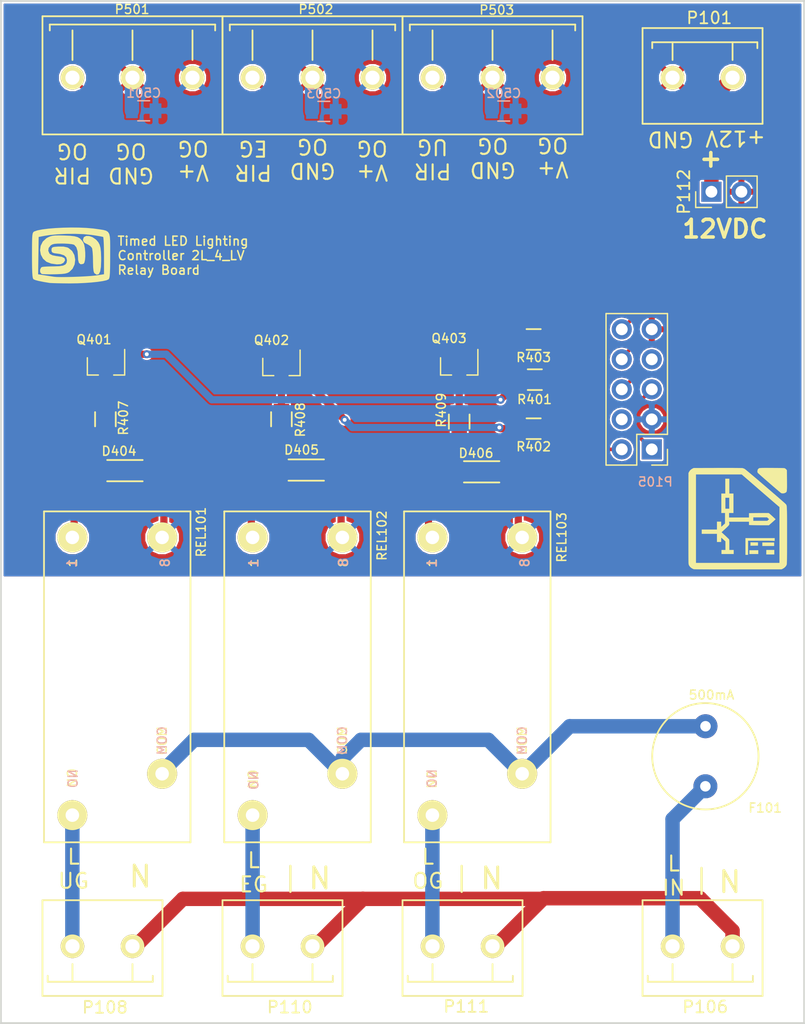
<source format=kicad_pcb>
(kicad_pcb (version 4) (host pcbnew 4.0.0-rc1-stable)

  (general
    (links 52)
    (no_connects 0)
    (area 45.674999 59.724999 113.825001 146.375001)
    (thickness 1.6)
    (drawings 88)
    (tracks 108)
    (zones 0)
    (modules 31)
    (nets 25)
  )

  (page A4)
  (title_block
    (title "Timed LED Lighting Controller - Master Layout")
    (rev 4L_4)
  )

  (layers
    (0 F.Cu signal)
    (31 B.Cu signal)
    (32 B.Adhes user)
    (33 F.Adhes user)
    (34 B.Paste user)
    (35 F.Paste user)
    (36 B.SilkS user)
    (37 F.SilkS user)
    (38 B.Mask user)
    (39 F.Mask user)
    (40 Dwgs.User user)
    (41 Cmts.User user)
    (42 Eco1.User user hide)
    (43 Eco2.User user hide)
    (44 Edge.Cuts user)
    (45 Margin user)
    (46 B.CrtYd user)
    (47 F.CrtYd user)
    (48 B.Fab user)
    (49 F.Fab user)
  )

  (setup
    (last_trace_width 0.1524)
    (user_trace_width 0.3048)
    (user_trace_width 0.6096)
    (user_trace_width 1.2192)
    (trace_clearance 0.1524)
    (zone_clearance 0.1524)
    (zone_45_only no)
    (trace_min 0.1524)
    (segment_width 0.2)
    (edge_width 0.15)
    (via_size 0.6858)
    (via_drill 0.3302)
    (via_min_size 0.6858)
    (via_min_drill 0.3302)
    (uvia_size 0.3)
    (uvia_drill 0.1)
    (uvias_allowed no)
    (uvia_min_size 0)
    (uvia_min_drill 0)
    (pcb_text_width 0.3)
    (pcb_text_size 1.5 1.5)
    (mod_edge_width 0.15)
    (mod_text_size 0.762 0.762)
    (mod_text_width 0.127)
    (pad_size 0.6858 0.6858)
    (pad_drill 0.3302)
    (pad_to_mask_clearance 0)
    (aux_axis_origin 0 0)
    (visible_elements 7FFEFF7F)
    (pcbplotparams
      (layerselection 0x010fc_80000007)
      (usegerberextensions false)
      (excludeedgelayer true)
      (linewidth 0.100000)
      (plotframeref false)
      (viasonmask false)
      (mode 1)
      (useauxorigin false)
      (hpglpennumber 1)
      (hpglpenspeed 20)
      (hpglpendiameter 15)
      (hpglpenoverlay 2)
      (psnegative false)
      (psa4output false)
      (plotreference true)
      (plotvalue false)
      (plotinvisibletext false)
      (padsonsilk false)
      (subtractmaskfromsilk false)
      (outputformat 1)
      (mirror false)
      (drillshape 0)
      (scaleselection 1)
      (outputdirectory gerbers_ctrl/))
  )

  (net 0 "")
  (net 1 "Net-(D404-Pad2)")
  (net 2 "Net-(D405-Pad2)")
  (net 3 "Net-(D406-Pad2)")
  (net 4 "/LED Driver/Relay_UG")
  (net 5 "/LED Driver/Relay_EG")
  (net 6 "/LED Driver/Relay_OG")
  (net 7 /Lin)
  (net 8 /LineUG)
  (net 9 /LineEG)
  (net 10 /LineOG)
  (net 11 "Net-(Q401-Pad3)")
  (net 12 "Net-(Q402-Pad3)")
  (net 13 "Net-(Q403-Pad3)")
  (net 14 "/LED Driver/LED_DRIVER_U+")
  (net 15 "Net-(Q401-Pad1)")
  (net 16 "Net-(Q402-Pad1)")
  (net 17 "Net-(Q403-Pad1)")
  (net 18 GNDA)
  (net 19 "Net-(F101-Pad2)")
  (net 20 /Neutral)
  (net 21 /PIR_Connector/PIR_OG)
  (net 22 /PIR_Connector/PIR_EG)
  (net 23 /PIR_Connector/PIR_UG)
  (net 24 /DRV_PWR_IN)

  (net_class Default "This is the default net class."
    (clearance 0.1524)
    (trace_width 0.1524)
    (via_dia 0.6858)
    (via_drill 0.3302)
    (uvia_dia 0.3)
    (uvia_drill 0.1)
    (add_net /DRV_PWR_IN)
    (add_net "/LED Driver/LED_DRIVER_U+")
    (add_net "/LED Driver/Relay_EG")
    (add_net "/LED Driver/Relay_OG")
    (add_net "/LED Driver/Relay_UG")
    (add_net /Lin)
    (add_net /LineEG)
    (add_net /LineOG)
    (add_net /LineUG)
    (add_net /Neutral)
    (add_net /PIR_Connector/PIR_EG)
    (add_net /PIR_Connector/PIR_OG)
    (add_net /PIR_Connector/PIR_UG)
    (add_net GNDA)
    (add_net "Net-(D404-Pad2)")
    (add_net "Net-(D405-Pad2)")
    (add_net "Net-(D406-Pad2)")
    (add_net "Net-(F101-Pad2)")
    (add_net "Net-(Q401-Pad1)")
    (add_net "Net-(Q401-Pad3)")
    (add_net "Net-(Q402-Pad1)")
    (add_net "Net-(Q402-Pad3)")
    (add_net "Net-(Q403-Pad1)")
    (add_net "Net-(Q403-Pad3)")
  )

  (module Diodes_SMD:SOD-123 (layer F.Cu) (tedit 58599020) (tstamp 5855A12C)
    (at 55.75 99.55 180)
    (descr SOD-123)
    (tags SOD-123)
    (path /585253A2/58525871)
    (attr smd)
    (fp_text reference D404 (at 0 1.651 180) (layer F.SilkS)
      (effects (font (size 0.762 0.762) (thickness 0.127)))
    )
    (fp_text value 1N4148W (at 0 2.1 180) (layer F.Fab)
      (effects (font (size 0.762 0.762) (thickness 0.127)))
    )
    (fp_line (start 0.25 0) (end 0.75 0) (layer F.Fab) (width 0.15))
    (fp_line (start 0.25 0.4) (end -0.35 0) (layer F.Fab) (width 0.15))
    (fp_line (start 0.25 -0.4) (end 0.25 0.4) (layer F.Fab) (width 0.15))
    (fp_line (start -0.35 0) (end 0.25 -0.4) (layer F.Fab) (width 0.15))
    (fp_line (start -0.35 0) (end -0.35 0.55) (layer F.Fab) (width 0.15))
    (fp_line (start -0.35 0) (end -0.35 -0.55) (layer F.Fab) (width 0.15))
    (fp_line (start -0.75 0) (end -0.35 0) (layer F.Fab) (width 0.15))
    (fp_line (start -1.35 0.8) (end -1.35 -0.8) (layer F.Fab) (width 0.15))
    (fp_line (start 1.35 0.8) (end -1.35 0.8) (layer F.Fab) (width 0.15))
    (fp_line (start 1.35 -0.8) (end 1.35 0.8) (layer F.Fab) (width 0.15))
    (fp_line (start -1.35 -0.8) (end 1.35 -0.8) (layer F.Fab) (width 0.15))
    (fp_line (start -2.25 -1.05) (end 2.25 -1.05) (layer F.CrtYd) (width 0.05))
    (fp_line (start 2.25 -1.05) (end 2.25 1.05) (layer F.CrtYd) (width 0.05))
    (fp_line (start 2.25 1.05) (end -2.25 1.05) (layer F.CrtYd) (width 0.05))
    (fp_line (start -2.25 -1.05) (end -2.25 1.05) (layer F.CrtYd) (width 0.05))
    (fp_line (start -2 0.9) (end 1 0.9) (layer F.SilkS) (width 0.15))
    (fp_line (start -2 -0.9) (end 1 -0.9) (layer F.SilkS) (width 0.15))
    (pad 1 smd rect (at -1.635 0 180) (size 0.91 1.22) (layers F.Cu F.Paste F.Mask)
      (net 14 "/LED Driver/LED_DRIVER_U+"))
    (pad 2 smd rect (at 1.635 0 180) (size 0.91 1.22) (layers F.Cu F.Paste F.Mask)
      (net 1 "Net-(D404-Pad2)"))
    (model ${KISYS3DMOD}/Diodes_SMD.3dshapes/SOD-123.wrl
      (at (xyz 0 0 0))
      (scale (xyz 1 1 1))
      (rotate (xyz 0 0 0))
    )
  )

  (module Diodes_SMD:SOD-123 (layer F.Cu) (tedit 586AA307) (tstamp 5855A132)
    (at 71.1 99.5 180)
    (descr SOD-123)
    (tags SOD-123)
    (path /585253A2/58525878)
    (attr smd)
    (fp_text reference D405 (at -0.1016 1.7018 180) (layer F.SilkS)
      (effects (font (size 0.762 0.762) (thickness 0.127)))
    )
    (fp_text value 1N4148W (at 0 2.1 180) (layer F.Fab)
      (effects (font (size 0.762 0.762) (thickness 0.127)))
    )
    (fp_line (start 0.25 0) (end 0.75 0) (layer F.Fab) (width 0.15))
    (fp_line (start 0.25 0.4) (end -0.35 0) (layer F.Fab) (width 0.15))
    (fp_line (start 0.25 -0.4) (end 0.25 0.4) (layer F.Fab) (width 0.15))
    (fp_line (start -0.35 0) (end 0.25 -0.4) (layer F.Fab) (width 0.15))
    (fp_line (start -0.35 0) (end -0.35 0.55) (layer F.Fab) (width 0.15))
    (fp_line (start -0.35 0) (end -0.35 -0.55) (layer F.Fab) (width 0.15))
    (fp_line (start -0.75 0) (end -0.35 0) (layer F.Fab) (width 0.15))
    (fp_line (start -1.35 0.8) (end -1.35 -0.8) (layer F.Fab) (width 0.15))
    (fp_line (start 1.35 0.8) (end -1.35 0.8) (layer F.Fab) (width 0.15))
    (fp_line (start 1.35 -0.8) (end 1.35 0.8) (layer F.Fab) (width 0.15))
    (fp_line (start -1.35 -0.8) (end 1.35 -0.8) (layer F.Fab) (width 0.15))
    (fp_line (start -2.25 -1.05) (end 2.25 -1.05) (layer F.CrtYd) (width 0.05))
    (fp_line (start 2.25 -1.05) (end 2.25 1.05) (layer F.CrtYd) (width 0.05))
    (fp_line (start 2.25 1.05) (end -2.25 1.05) (layer F.CrtYd) (width 0.05))
    (fp_line (start -2.25 -1.05) (end -2.25 1.05) (layer F.CrtYd) (width 0.05))
    (fp_line (start -2 0.9) (end 1 0.9) (layer F.SilkS) (width 0.15))
    (fp_line (start -2 -0.9) (end 1 -0.9) (layer F.SilkS) (width 0.15))
    (pad 1 smd rect (at -1.635 0 180) (size 0.91 1.22) (layers F.Cu F.Paste F.Mask)
      (net 14 "/LED Driver/LED_DRIVER_U+"))
    (pad 2 smd rect (at 1.635 0 180) (size 0.91 1.22) (layers F.Cu F.Paste F.Mask)
      (net 2 "Net-(D405-Pad2)"))
    (model ${KISYS3DMOD}/Diodes_SMD.3dshapes/SOD-123.wrl
      (at (xyz 0 0 0))
      (scale (xyz 1 1 1))
      (rotate (xyz 0 0 0))
    )
  )

  (module Diodes_SMD:SOD-123 (layer F.Cu) (tedit 586AA2F5) (tstamp 5855A138)
    (at 85.95 99.65 180)
    (descr SOD-123)
    (tags SOD-123)
    (path /585253A2/5852587F)
    (attr smd)
    (fp_text reference D406 (at -0.0254 1.5748 180) (layer F.SilkS)
      (effects (font (size 0.762 0.762) (thickness 0.127)))
    )
    (fp_text value 1N4148W (at 0 2.1 180) (layer F.Fab)
      (effects (font (size 0.762 0.762) (thickness 0.127)))
    )
    (fp_line (start 0.25 0) (end 0.75 0) (layer F.Fab) (width 0.15))
    (fp_line (start 0.25 0.4) (end -0.35 0) (layer F.Fab) (width 0.15))
    (fp_line (start 0.25 -0.4) (end 0.25 0.4) (layer F.Fab) (width 0.15))
    (fp_line (start -0.35 0) (end 0.25 -0.4) (layer F.Fab) (width 0.15))
    (fp_line (start -0.35 0) (end -0.35 0.55) (layer F.Fab) (width 0.15))
    (fp_line (start -0.35 0) (end -0.35 -0.55) (layer F.Fab) (width 0.15))
    (fp_line (start -0.75 0) (end -0.35 0) (layer F.Fab) (width 0.15))
    (fp_line (start -1.35 0.8) (end -1.35 -0.8) (layer F.Fab) (width 0.15))
    (fp_line (start 1.35 0.8) (end -1.35 0.8) (layer F.Fab) (width 0.15))
    (fp_line (start 1.35 -0.8) (end 1.35 0.8) (layer F.Fab) (width 0.15))
    (fp_line (start -1.35 -0.8) (end 1.35 -0.8) (layer F.Fab) (width 0.15))
    (fp_line (start -2.25 -1.05) (end 2.25 -1.05) (layer F.CrtYd) (width 0.05))
    (fp_line (start 2.25 -1.05) (end 2.25 1.05) (layer F.CrtYd) (width 0.05))
    (fp_line (start 2.25 1.05) (end -2.25 1.05) (layer F.CrtYd) (width 0.05))
    (fp_line (start -2.25 -1.05) (end -2.25 1.05) (layer F.CrtYd) (width 0.05))
    (fp_line (start -2 0.9) (end 1 0.9) (layer F.SilkS) (width 0.15))
    (fp_line (start -2 -0.9) (end 1 -0.9) (layer F.SilkS) (width 0.15))
    (pad 1 smd rect (at -1.635 0 180) (size 0.91 1.22) (layers F.Cu F.Paste F.Mask)
      (net 14 "/LED Driver/LED_DRIVER_U+"))
    (pad 2 smd rect (at 1.635 0 180) (size 0.91 1.22) (layers F.Cu F.Paste F.Mask)
      (net 3 "Net-(D406-Pad2)"))
    (model ${KISYS3DMOD}/Diodes_SMD.3dshapes/SOD-123.wrl
      (at (xyz 0 0 0))
      (scale (xyz 1 1 1))
      (rotate (xyz 0 0 0))
    )
  )

  (module TO_SOT_Packages_SMD:SOT-23 (layer F.Cu) (tedit 586AA30E) (tstamp 5855A1B6)
    (at 54.65 90.7 270)
    (descr "SOT-23, Standard")
    (tags SOT-23)
    (path /585253A2/5852589F)
    (attr smd)
    (fp_text reference Q401 (at -2.2352 1.016 360) (layer F.SilkS)
      (effects (font (size 0.762 0.762) (thickness 0.127)))
    )
    (fp_text value IRLML2502 (at 0 2.5 270) (layer F.Fab)
      (effects (font (size 0.762 0.762) (thickness 0.127)))
    )
    (fp_line (start 0.76 1.58) (end 0.76 0.65) (layer F.SilkS) (width 0.12))
    (fp_line (start 0.76 -1.58) (end 0.76 -0.65) (layer F.SilkS) (width 0.12))
    (fp_line (start 0.7 -1.52) (end 0.7 1.52) (layer F.Fab) (width 0.15))
    (fp_line (start -0.7 1.52) (end 0.7 1.52) (layer F.Fab) (width 0.15))
    (fp_line (start -1.7 -1.75) (end 1.7 -1.75) (layer F.CrtYd) (width 0.05))
    (fp_line (start 1.7 -1.75) (end 1.7 1.75) (layer F.CrtYd) (width 0.05))
    (fp_line (start 1.7 1.75) (end -1.7 1.75) (layer F.CrtYd) (width 0.05))
    (fp_line (start -1.7 1.75) (end -1.7 -1.75) (layer F.CrtYd) (width 0.05))
    (fp_line (start 0.76 -1.58) (end -1.4 -1.58) (layer F.SilkS) (width 0.12))
    (fp_line (start -0.7 -1.52) (end 0.7 -1.52) (layer F.Fab) (width 0.15))
    (fp_line (start -0.7 -1.52) (end -0.7 1.52) (layer F.Fab) (width 0.15))
    (fp_line (start 0.76 1.58) (end -0.7 1.58) (layer F.SilkS) (width 0.12))
    (pad 1 smd rect (at -1 -0.95 270) (size 0.9 0.8) (layers F.Cu F.Paste F.Mask)
      (net 15 "Net-(Q401-Pad1)"))
    (pad 2 smd rect (at -1 0.95 270) (size 0.9 0.8) (layers F.Cu F.Paste F.Mask)
      (net 18 GNDA))
    (pad 3 smd rect (at 1 0 270) (size 0.9 0.8) (layers F.Cu F.Paste F.Mask)
      (net 11 "Net-(Q401-Pad3)"))
    (model TO_SOT_Packages_SMD.3dshapes/SOT-23.wrl
      (at (xyz 0 0 0))
      (scale (xyz 1 1 1))
      (rotate (xyz 0 0 90))
    )
  )

  (module TO_SOT_Packages_SMD:SOT-23 (layer F.Cu) (tedit 586AA300) (tstamp 5855A1BD)
    (at 69.5 90.75 270)
    (descr "SOT-23, Standard")
    (tags SOT-23)
    (path /585253A2/585258A7)
    (attr smd)
    (fp_text reference Q402 (at -2.2352 0.8382 360) (layer F.SilkS)
      (effects (font (size 0.762 0.762) (thickness 0.127)))
    )
    (fp_text value IRLML2502 (at 0 2.5 270) (layer F.Fab)
      (effects (font (size 0.762 0.762) (thickness 0.127)))
    )
    (fp_line (start 0.76 1.58) (end 0.76 0.65) (layer F.SilkS) (width 0.12))
    (fp_line (start 0.76 -1.58) (end 0.76 -0.65) (layer F.SilkS) (width 0.12))
    (fp_line (start 0.7 -1.52) (end 0.7 1.52) (layer F.Fab) (width 0.15))
    (fp_line (start -0.7 1.52) (end 0.7 1.52) (layer F.Fab) (width 0.15))
    (fp_line (start -1.7 -1.75) (end 1.7 -1.75) (layer F.CrtYd) (width 0.05))
    (fp_line (start 1.7 -1.75) (end 1.7 1.75) (layer F.CrtYd) (width 0.05))
    (fp_line (start 1.7 1.75) (end -1.7 1.75) (layer F.CrtYd) (width 0.05))
    (fp_line (start -1.7 1.75) (end -1.7 -1.75) (layer F.CrtYd) (width 0.05))
    (fp_line (start 0.76 -1.58) (end -1.4 -1.58) (layer F.SilkS) (width 0.12))
    (fp_line (start -0.7 -1.52) (end 0.7 -1.52) (layer F.Fab) (width 0.15))
    (fp_line (start -0.7 -1.52) (end -0.7 1.52) (layer F.Fab) (width 0.15))
    (fp_line (start 0.76 1.58) (end -0.7 1.58) (layer F.SilkS) (width 0.12))
    (pad 1 smd rect (at -1 -0.95 270) (size 0.9 0.8) (layers F.Cu F.Paste F.Mask)
      (net 16 "Net-(Q402-Pad1)"))
    (pad 2 smd rect (at -1 0.95 270) (size 0.9 0.8) (layers F.Cu F.Paste F.Mask)
      (net 18 GNDA))
    (pad 3 smd rect (at 1 0 270) (size 0.9 0.8) (layers F.Cu F.Paste F.Mask)
      (net 12 "Net-(Q402-Pad3)"))
    (model TO_SOT_Packages_SMD.3dshapes/SOT-23.wrl
      (at (xyz 0 0 0))
      (scale (xyz 1 1 1))
      (rotate (xyz 0 0 90))
    )
  )

  (module TO_SOT_Packages_SMD:SOT-23 (layer F.Cu) (tedit 586AA2FC) (tstamp 5855A1C4)
    (at 84.55 90.7 270)
    (descr "SOT-23, Standard")
    (tags SOT-23)
    (path /585253A2/585258AF)
    (attr smd)
    (fp_text reference Q403 (at -2.3368 0.8636 360) (layer F.SilkS)
      (effects (font (size 0.762 0.762) (thickness 0.127)))
    )
    (fp_text value IRLML2502 (at 0 2.5 270) (layer F.Fab)
      (effects (font (size 0.762 0.762) (thickness 0.127)))
    )
    (fp_line (start 0.76 1.58) (end 0.76 0.65) (layer F.SilkS) (width 0.12))
    (fp_line (start 0.76 -1.58) (end 0.76 -0.65) (layer F.SilkS) (width 0.12))
    (fp_line (start 0.7 -1.52) (end 0.7 1.52) (layer F.Fab) (width 0.15))
    (fp_line (start -0.7 1.52) (end 0.7 1.52) (layer F.Fab) (width 0.15))
    (fp_line (start -1.7 -1.75) (end 1.7 -1.75) (layer F.CrtYd) (width 0.05))
    (fp_line (start 1.7 -1.75) (end 1.7 1.75) (layer F.CrtYd) (width 0.05))
    (fp_line (start 1.7 1.75) (end -1.7 1.75) (layer F.CrtYd) (width 0.05))
    (fp_line (start -1.7 1.75) (end -1.7 -1.75) (layer F.CrtYd) (width 0.05))
    (fp_line (start 0.76 -1.58) (end -1.4 -1.58) (layer F.SilkS) (width 0.12))
    (fp_line (start -0.7 -1.52) (end 0.7 -1.52) (layer F.Fab) (width 0.15))
    (fp_line (start -0.7 -1.52) (end -0.7 1.52) (layer F.Fab) (width 0.15))
    (fp_line (start 0.76 1.58) (end -0.7 1.58) (layer F.SilkS) (width 0.12))
    (pad 1 smd rect (at -1 -0.95 270) (size 0.9 0.8) (layers F.Cu F.Paste F.Mask)
      (net 17 "Net-(Q403-Pad1)"))
    (pad 2 smd rect (at -1 0.95 270) (size 0.9 0.8) (layers F.Cu F.Paste F.Mask)
      (net 18 GNDA))
    (pad 3 smd rect (at 1 0 270) (size 0.9 0.8) (layers F.Cu F.Paste F.Mask)
      (net 13 "Net-(Q403-Pad3)"))
    (model TO_SOT_Packages_SMD.3dshapes/SOT-23.wrl
      (at (xyz 0 0 0))
      (scale (xyz 1 1 1))
      (rotate (xyz 0 0 90))
    )
  )

  (module Resistors_SMD:R_0805 (layer F.Cu) (tedit 586AA30A) (tstamp 5855A230)
    (at 90.95 91.85)
    (descr "Resistor SMD 0805, reflow soldering, Vishay (see dcrcw.pdf)")
    (tags "resistor 0805")
    (path /585253A2/58525889)
    (attr smd)
    (fp_text reference R401 (at -0.0254 1.6764) (layer F.SilkS)
      (effects (font (size 0.762 0.762) (thickness 0.127)))
    )
    (fp_text value 10kΩ (at 0 2.1) (layer F.Fab)
      (effects (font (size 0.762 0.762) (thickness 0.127)))
    )
    (fp_line (start -1 0.625) (end -1 -0.625) (layer F.Fab) (width 0.1))
    (fp_line (start 1 0.625) (end -1 0.625) (layer F.Fab) (width 0.1))
    (fp_line (start 1 -0.625) (end 1 0.625) (layer F.Fab) (width 0.1))
    (fp_line (start -1 -0.625) (end 1 -0.625) (layer F.Fab) (width 0.1))
    (fp_line (start -1.6 -1) (end 1.6 -1) (layer F.CrtYd) (width 0.05))
    (fp_line (start -1.6 1) (end 1.6 1) (layer F.CrtYd) (width 0.05))
    (fp_line (start -1.6 -1) (end -1.6 1) (layer F.CrtYd) (width 0.05))
    (fp_line (start 1.6 -1) (end 1.6 1) (layer F.CrtYd) (width 0.05))
    (fp_line (start 0.6 0.875) (end -0.6 0.875) (layer F.SilkS) (width 0.15))
    (fp_line (start -0.6 -0.875) (end 0.6 -0.875) (layer F.SilkS) (width 0.15))
    (pad 1 smd rect (at -0.95 0) (size 0.7 1.3) (layers F.Cu F.Paste F.Mask)
      (net 15 "Net-(Q401-Pad1)"))
    (pad 2 smd rect (at 0.95 0) (size 0.7 1.3) (layers F.Cu F.Paste F.Mask)
      (net 4 "/LED Driver/Relay_UG"))
    (model Resistors_SMD.3dshapes/R_0805.wrl
      (at (xyz 0 0 0))
      (scale (xyz 1 1 1))
      (rotate (xyz 0 0 0))
    )
  )

  (module Resistors_SMD:R_0805 (layer F.Cu) (tedit 58674325) (tstamp 5855A236)
    (at 90.85 96)
    (descr "Resistor SMD 0805, reflow soldering, Vishay (see dcrcw.pdf)")
    (tags "resistor 0805")
    (path /585253A2/58525890)
    (attr smd)
    (fp_text reference R402 (at 0 1.524) (layer F.SilkS)
      (effects (font (size 0.762 0.762) (thickness 0.127)))
    )
    (fp_text value 10kΩ (at 0 2.1) (layer F.Fab)
      (effects (font (size 0.762 0.762) (thickness 0.127)))
    )
    (fp_line (start -1 0.625) (end -1 -0.625) (layer F.Fab) (width 0.1))
    (fp_line (start 1 0.625) (end -1 0.625) (layer F.Fab) (width 0.1))
    (fp_line (start 1 -0.625) (end 1 0.625) (layer F.Fab) (width 0.1))
    (fp_line (start -1 -0.625) (end 1 -0.625) (layer F.Fab) (width 0.1))
    (fp_line (start -1.6 -1) (end 1.6 -1) (layer F.CrtYd) (width 0.05))
    (fp_line (start -1.6 1) (end 1.6 1) (layer F.CrtYd) (width 0.05))
    (fp_line (start -1.6 -1) (end -1.6 1) (layer F.CrtYd) (width 0.05))
    (fp_line (start 1.6 -1) (end 1.6 1) (layer F.CrtYd) (width 0.05))
    (fp_line (start 0.6 0.875) (end -0.6 0.875) (layer F.SilkS) (width 0.15))
    (fp_line (start -0.6 -0.875) (end 0.6 -0.875) (layer F.SilkS) (width 0.15))
    (pad 1 smd rect (at -0.95 0) (size 0.7 1.3) (layers F.Cu F.Paste F.Mask)
      (net 16 "Net-(Q402-Pad1)"))
    (pad 2 smd rect (at 0.95 0) (size 0.7 1.3) (layers F.Cu F.Paste F.Mask)
      (net 5 "/LED Driver/Relay_EG"))
    (model Resistors_SMD.3dshapes/R_0805.wrl
      (at (xyz 0 0 0))
      (scale (xyz 1 1 1))
      (rotate (xyz 0 0 0))
    )
  )

  (module Resistors_SMD:R_0805 (layer F.Cu) (tedit 58674321) (tstamp 5855A23C)
    (at 90.85 88.45)
    (descr "Resistor SMD 0805, reflow soldering, Vishay (see dcrcw.pdf)")
    (tags "resistor 0805")
    (path /585253A2/58525897)
    (attr smd)
    (fp_text reference R403 (at 0 1.524) (layer F.SilkS)
      (effects (font (size 0.762 0.762) (thickness 0.127)))
    )
    (fp_text value 10kΩ (at 0 2.1) (layer F.Fab)
      (effects (font (size 0.762 0.762) (thickness 0.127)))
    )
    (fp_line (start -1 0.625) (end -1 -0.625) (layer F.Fab) (width 0.1))
    (fp_line (start 1 0.625) (end -1 0.625) (layer F.Fab) (width 0.1))
    (fp_line (start 1 -0.625) (end 1 0.625) (layer F.Fab) (width 0.1))
    (fp_line (start -1 -0.625) (end 1 -0.625) (layer F.Fab) (width 0.1))
    (fp_line (start -1.6 -1) (end 1.6 -1) (layer F.CrtYd) (width 0.05))
    (fp_line (start -1.6 1) (end 1.6 1) (layer F.CrtYd) (width 0.05))
    (fp_line (start -1.6 -1) (end -1.6 1) (layer F.CrtYd) (width 0.05))
    (fp_line (start 1.6 -1) (end 1.6 1) (layer F.CrtYd) (width 0.05))
    (fp_line (start 0.6 0.875) (end -0.6 0.875) (layer F.SilkS) (width 0.15))
    (fp_line (start -0.6 -0.875) (end 0.6 -0.875) (layer F.SilkS) (width 0.15))
    (pad 1 smd rect (at -0.95 0) (size 0.7 1.3) (layers F.Cu F.Paste F.Mask)
      (net 17 "Net-(Q403-Pad1)"))
    (pad 2 smd rect (at 0.95 0) (size 0.7 1.3) (layers F.Cu F.Paste F.Mask)
      (net 6 "/LED Driver/Relay_OG"))
    (model Resistors_SMD.3dshapes/R_0805.wrl
      (at (xyz 0 0 0))
      (scale (xyz 1 1 1))
      (rotate (xyz 0 0 0))
    )
  )

  (module Resistors_SMD:R_0805 (layer F.Cu) (tedit 586AA311) (tstamp 5855A254)
    (at 54.6 95.2 90)
    (descr "Resistor SMD 0805, reflow soldering, Vishay (see dcrcw.pdf)")
    (tags "resistor 0805")
    (path /585253A2/5852702F)
    (attr smd)
    (fp_text reference R407 (at 0.1016 1.524 90) (layer F.SilkS)
      (effects (font (size 0.762 0.762) (thickness 0.127)))
    )
    (fp_text value 10kΩ (at 0 2.1 90) (layer F.Fab)
      (effects (font (size 0.762 0.762) (thickness 0.127)))
    )
    (fp_line (start -1 0.625) (end -1 -0.625) (layer F.Fab) (width 0.1))
    (fp_line (start 1 0.625) (end -1 0.625) (layer F.Fab) (width 0.1))
    (fp_line (start 1 -0.625) (end 1 0.625) (layer F.Fab) (width 0.1))
    (fp_line (start -1 -0.625) (end 1 -0.625) (layer F.Fab) (width 0.1))
    (fp_line (start -1.6 -1) (end 1.6 -1) (layer F.CrtYd) (width 0.05))
    (fp_line (start -1.6 1) (end 1.6 1) (layer F.CrtYd) (width 0.05))
    (fp_line (start -1.6 -1) (end -1.6 1) (layer F.CrtYd) (width 0.05))
    (fp_line (start 1.6 -1) (end 1.6 1) (layer F.CrtYd) (width 0.05))
    (fp_line (start 0.6 0.875) (end -0.6 0.875) (layer F.SilkS) (width 0.15))
    (fp_line (start -0.6 -0.875) (end 0.6 -0.875) (layer F.SilkS) (width 0.15))
    (pad 1 smd rect (at -0.95 0 90) (size 0.7 1.3) (layers F.Cu F.Paste F.Mask)
      (net 1 "Net-(D404-Pad2)"))
    (pad 2 smd rect (at 0.95 0 90) (size 0.7 1.3) (layers F.Cu F.Paste F.Mask)
      (net 11 "Net-(Q401-Pad3)"))
    (model Resistors_SMD.3dshapes/R_0805.wrl
      (at (xyz 0 0 0))
      (scale (xyz 1 1 1))
      (rotate (xyz 0 0 0))
    )
  )

  (module Resistors_SMD:R_0805 (layer F.Cu) (tedit 586AA304) (tstamp 5855A25A)
    (at 69.5 95.2 90)
    (descr "Resistor SMD 0805, reflow soldering, Vishay (see dcrcw.pdf)")
    (tags "resistor 0805")
    (path /585253A2/585271D4)
    (attr smd)
    (fp_text reference R408 (at -0.0508 1.6002 90) (layer F.SilkS)
      (effects (font (size 0.762 0.762) (thickness 0.127)))
    )
    (fp_text value 10kΩ (at 0 2.1 90) (layer F.Fab)
      (effects (font (size 0.762 0.762) (thickness 0.127)))
    )
    (fp_line (start -1 0.625) (end -1 -0.625) (layer F.Fab) (width 0.1))
    (fp_line (start 1 0.625) (end -1 0.625) (layer F.Fab) (width 0.1))
    (fp_line (start 1 -0.625) (end 1 0.625) (layer F.Fab) (width 0.1))
    (fp_line (start -1 -0.625) (end 1 -0.625) (layer F.Fab) (width 0.1))
    (fp_line (start -1.6 -1) (end 1.6 -1) (layer F.CrtYd) (width 0.05))
    (fp_line (start -1.6 1) (end 1.6 1) (layer F.CrtYd) (width 0.05))
    (fp_line (start -1.6 -1) (end -1.6 1) (layer F.CrtYd) (width 0.05))
    (fp_line (start 1.6 -1) (end 1.6 1) (layer F.CrtYd) (width 0.05))
    (fp_line (start 0.6 0.875) (end -0.6 0.875) (layer F.SilkS) (width 0.15))
    (fp_line (start -0.6 -0.875) (end 0.6 -0.875) (layer F.SilkS) (width 0.15))
    (pad 1 smd rect (at -0.95 0 90) (size 0.7 1.3) (layers F.Cu F.Paste F.Mask)
      (net 2 "Net-(D405-Pad2)"))
    (pad 2 smd rect (at 0.95 0 90) (size 0.7 1.3) (layers F.Cu F.Paste F.Mask)
      (net 12 "Net-(Q402-Pad3)"))
    (model Resistors_SMD.3dshapes/R_0805.wrl
      (at (xyz 0 0 0))
      (scale (xyz 1 1 1))
      (rotate (xyz 0 0 0))
    )
  )

  (module Resistors_SMD:R_0805 (layer F.Cu) (tedit 586AA2F9) (tstamp 5855A260)
    (at 84.55 95.4 90)
    (descr "Resistor SMD 0805, reflow soldering, Vishay (see dcrcw.pdf)")
    (tags "resistor 0805")
    (path /585253A2/58527308)
    (attr smd)
    (fp_text reference R409 (at 0.9652 -1.524 90) (layer F.SilkS)
      (effects (font (size 0.762 0.762) (thickness 0.127)))
    )
    (fp_text value 10kΩ (at 0 2.1 90) (layer F.Fab)
      (effects (font (size 0.762 0.762) (thickness 0.127)))
    )
    (fp_line (start -1 0.625) (end -1 -0.625) (layer F.Fab) (width 0.1))
    (fp_line (start 1 0.625) (end -1 0.625) (layer F.Fab) (width 0.1))
    (fp_line (start 1 -0.625) (end 1 0.625) (layer F.Fab) (width 0.1))
    (fp_line (start -1 -0.625) (end 1 -0.625) (layer F.Fab) (width 0.1))
    (fp_line (start -1.6 -1) (end 1.6 -1) (layer F.CrtYd) (width 0.05))
    (fp_line (start -1.6 1) (end 1.6 1) (layer F.CrtYd) (width 0.05))
    (fp_line (start -1.6 -1) (end -1.6 1) (layer F.CrtYd) (width 0.05))
    (fp_line (start 1.6 -1) (end 1.6 1) (layer F.CrtYd) (width 0.05))
    (fp_line (start 0.6 0.875) (end -0.6 0.875) (layer F.SilkS) (width 0.15))
    (fp_line (start -0.6 -0.875) (end 0.6 -0.875) (layer F.SilkS) (width 0.15))
    (pad 1 smd rect (at -0.95 0 90) (size 0.7 1.3) (layers F.Cu F.Paste F.Mask)
      (net 3 "Net-(D406-Pad2)"))
    (pad 2 smd rect (at 0.95 0 90) (size 0.7 1.3) (layers F.Cu F.Paste F.Mask)
      (net 13 "Net-(Q403-Pad3)"))
    (model Resistors_SMD.3dshapes/R_0805.wrl
      (at (xyz 0 0 0))
      (scale (xyz 1 1 1))
      (rotate (xyz 0 0 0))
    )
  )

  (module tl2c-footprint:JW1AFSN-12-F (layer F.Cu) (tedit 59A180BF) (tstamp 5855A268)
    (at 55.6 117 90)
    (path /584C8F2D)
    (fp_text reference REL101 (at 12.25 7.1 270) (layer F.SilkS)
      (effects (font (size 0.762 0.762) (thickness 0.127)))
    )
    (fp_text value Relay_UG (at 0.4 0 90) (layer F.Fab)
      (effects (font (size 0.762 0.762) (thickness 0.127)))
    )
    (fp_text user 8 (at 9.65 4.05 90) (layer F.SilkS)
      (effects (font (size 0.762 0.762) (thickness 0.127)))
    )
    (fp_text user 1 (at 9.65 -3.8 90) (layer F.SilkS)
      (effects (font (size 0.762 0.762) (thickness 0.127)))
    )
    (fp_text user COM (at -5.4 3.8 90) (layer F.SilkS)
      (effects (font (size 0.762 0.762) (thickness 0.127)))
    )
    (fp_text user NO (at -8.55 -3.8 90) (layer F.SilkS)
      (effects (font (size 0.762 0.762) (thickness 0.127)))
    )
    (fp_text user NO (at -8.6 -3.75 90) (layer B.SilkS)
      (effects (font (size 0.762 0.762) (thickness 0.127)) (justify mirror))
    )
    (fp_text user COM (at -5.4 3.8 90) (layer B.SilkS)
      (effects (font (size 0.762 0.762) (thickness 0.127)) (justify mirror))
    )
    (fp_text user 8 (at 9.65 4.05 90) (layer B.SilkS)
      (effects (font (size 0.762 0.762) (thickness 0.127)) (justify mirror))
    )
    (fp_text user 1 (at 9.6 -3.85 90) (layer B.SilkS)
      (effects (font (size 0.762 0.762) (thickness 0.127)) (justify mirror))
    )
    (fp_line (start 14 -6.2) (end 14 6.2) (layer F.SilkS) (width 0.15))
    (fp_line (start 14 6.2) (end -14 6.2) (layer F.SilkS) (width 0.15))
    (fp_line (start -14 6.2) (end -14 -6.2) (layer F.SilkS) (width 0.15))
    (fp_line (start -14 -6.2) (end 14 -6.2) (layer F.SilkS) (width 0.15))
    (pad 1 thru_hole circle (at 11.8 -3.8 90) (size 2.54 2.54) (drill 1.143) (layers *.Cu *.Mask F.SilkS)
      (net 1 "Net-(D404-Pad2)"))
    (pad 8 thru_hole circle (at 11.8 3.8 90) (size 2.54 2.54) (drill 1.143) (layers *.Cu *.Mask F.SilkS)
      (net 14 "/LED Driver/LED_DRIVER_U+"))
    (pad 6 thru_hole circle (at -8.2 3.8 90) (size 2.54 2.54) (drill 1.143) (layers *.Cu *.Mask F.SilkS)
      (net 19 "Net-(F101-Pad2)"))
    (pad 4 thru_hole circle (at -11.7 -3.8 90) (size 2.54 2.54) (drill 1.143) (layers *.Cu *.Mask F.SilkS)
      (net 8 /LineUG))
  )

  (module tl2c-footprint:JW1AFSN-12-F (layer F.Cu) (tedit 59A180DB) (tstamp 5855A270)
    (at 70.86 117 90)
    (path /584C93FA)
    (fp_text reference REL102 (at 11.95 7.15 270) (layer F.SilkS)
      (effects (font (size 0.762 0.762) (thickness 0.127)))
    )
    (fp_text value Relay_EG (at 0.4 0 90) (layer F.Fab)
      (effects (font (size 0.762 0.762) (thickness 0.127)))
    )
    (fp_text user 8 (at 9.65 3.89 90) (layer F.SilkS)
      (effects (font (size 0.762 0.762) (thickness 0.127)))
    )
    (fp_text user 1 (at 9.65 -3.71 90) (layer F.SilkS)
      (effects (font (size 0.762 0.762) (thickness 0.127)))
    )
    (fp_text user COM (at -5.4 3.8 90) (layer F.SilkS)
      (effects (font (size 0.762 0.762) (thickness 0.127)))
    )
    (fp_text user NO (at -8.65 -3.76 90) (layer F.SilkS)
      (effects (font (size 0.762 0.762) (thickness 0.127)))
    )
    (fp_text user NO (at -8.75 -3.71 90) (layer B.SilkS)
      (effects (font (size 0.762 0.762) (thickness 0.127)) (justify mirror))
    )
    (fp_text user COM (at -5.4 3.8 90) (layer B.SilkS)
      (effects (font (size 0.762 0.762) (thickness 0.127)) (justify mirror))
    )
    (fp_text user 8 (at 9.7 3.89 90) (layer B.SilkS)
      (effects (font (size 0.762 0.762) (thickness 0.127)) (justify mirror))
    )
    (fp_text user 1 (at 9.6 -3.71 90) (layer B.SilkS)
      (effects (font (size 0.762 0.762) (thickness 0.127)) (justify mirror))
    )
    (fp_line (start 14 -6.2) (end 14 6.2) (layer F.SilkS) (width 0.15))
    (fp_line (start 14 6.2) (end -14 6.2) (layer F.SilkS) (width 0.15))
    (fp_line (start -14 6.2) (end -14 -6.2) (layer F.SilkS) (width 0.15))
    (fp_line (start -14 -6.2) (end 14 -6.2) (layer F.SilkS) (width 0.15))
    (pad 1 thru_hole circle (at 11.8 -3.8 90) (size 2.54 2.54) (drill 1.143) (layers *.Cu *.Mask F.SilkS)
      (net 2 "Net-(D405-Pad2)"))
    (pad 8 thru_hole circle (at 11.8 3.8 90) (size 2.54 2.54) (drill 1.143) (layers *.Cu *.Mask F.SilkS)
      (net 14 "/LED Driver/LED_DRIVER_U+"))
    (pad 6 thru_hole circle (at -8.2 3.8 90) (size 2.54 2.54) (drill 1.143) (layers *.Cu *.Mask F.SilkS)
      (net 19 "Net-(F101-Pad2)"))
    (pad 4 thru_hole circle (at -11.7 -3.8 90) (size 2.54 2.54) (drill 1.143) (layers *.Cu *.Mask F.SilkS)
      (net 9 /LineEG))
  )

  (module tl2c-footprint:JW1AFSN-12-F (layer F.Cu) (tedit 59A180EF) (tstamp 5855A278)
    (at 86.08 117 90)
    (path /584C945E)
    (fp_text reference REL103 (at 11.8 7.15 270) (layer F.SilkS)
      (effects (font (size 0.762 0.762) (thickness 0.127)))
    )
    (fp_text value Relay_OG (at 0.4 0 90) (layer F.Fab)
      (effects (font (size 0.762 0.762) (thickness 0.127)))
    )
    (fp_text user 8 (at 9.65 4.02 90) (layer F.SilkS)
      (effects (font (size 0.762 0.762) (thickness 0.127)))
    )
    (fp_text user 1 (at 9.65 -3.83 90) (layer F.SilkS)
      (effects (font (size 0.762 0.762) (thickness 0.127)))
    )
    (fp_text user COM (at -5.4 3.8 90) (layer F.SilkS)
      (effects (font (size 0.762 0.762) (thickness 0.127)))
    )
    (fp_text user NO (at -8.65 -3.83 90) (layer F.SilkS)
      (effects (font (size 0.762 0.762) (thickness 0.127)))
    )
    (fp_text user NO (at -8.6 -3.83 90) (layer B.SilkS)
      (effects (font (size 0.762 0.762) (thickness 0.127)) (justify mirror))
    )
    (fp_text user COM (at -5.4 3.8 90) (layer B.SilkS)
      (effects (font (size 0.762 0.762) (thickness 0.127)) (justify mirror))
    )
    (fp_text user 8 (at 9.65 4.02 90) (layer B.SilkS)
      (effects (font (size 0.762 0.762) (thickness 0.127)) (justify mirror))
    )
    (fp_text user 1 (at 9.6 -3.83 90) (layer B.SilkS)
      (effects (font (size 0.762 0.762) (thickness 0.127)) (justify mirror))
    )
    (fp_line (start 14 -6.2) (end 14 6.2) (layer F.SilkS) (width 0.15))
    (fp_line (start 14 6.2) (end -14 6.2) (layer F.SilkS) (width 0.15))
    (fp_line (start -14 6.2) (end -14 -6.2) (layer F.SilkS) (width 0.15))
    (fp_line (start -14 -6.2) (end 14 -6.2) (layer F.SilkS) (width 0.15))
    (pad 1 thru_hole circle (at 11.8 -3.8 90) (size 2.54 2.54) (drill 1.143) (layers *.Cu *.Mask F.SilkS)
      (net 3 "Net-(D406-Pad2)"))
    (pad 8 thru_hole circle (at 11.8 3.8 90) (size 2.54 2.54) (drill 1.143) (layers *.Cu *.Mask F.SilkS)
      (net 14 "/LED Driver/LED_DRIVER_U+"))
    (pad 6 thru_hole circle (at -8.2 3.8 90) (size 2.54 2.54) (drill 1.143) (layers *.Cu *.Mask F.SilkS)
      (net 19 "Net-(F101-Pad2)"))
    (pad 4 thru_hole circle (at -11.7 -3.8 90) (size 2.54 2.54) (drill 1.143) (layers *.Cu *.Mask F.SilkS)
      (net 10 /LineOG))
  )

  (module tl2c-footprint:Fuse_TE5_Littlefuse-ESKA_887_O14 (layer F.Cu) (tedit 597F3A33) (tstamp 586A9BCB)
    (at 105.39 123.72 90)
    (tags "Fuse, ESKA")
    (path /586AB129)
    (fp_text reference F101 (at -4.37 5.06 180) (layer F.SilkS)
      (effects (font (size 0.762 0.762) (thickness 0.127)))
    )
    (fp_text value 500mA (at 0 5.3 90) (layer F.Fab) hide
      (effects (font (size 0.762 0.762) (thickness 0.127)))
    )
    (fp_circle (center 0 0) (end 4.5 0) (layer F.SilkS) (width 0.15))
    (pad 1 thru_hole circle (at -2.54 0 90) (size 2.032 2.032) (drill 0.889) (layers *.Cu *.Mask)
      (net 7 /Lin))
    (pad 2 thru_hole circle (at 2.54 0.01016 90) (size 2.032 2.032) (drill 0.889) (layers *.Cu *.Mask)
      (net 19 "Net-(F101-Pad2)"))
  )

  (module Capacitors_SMD:C_0805 (layer B.Cu) (tedit 58AA8463) (tstamp 596D0BDB)
    (at 57.84 69.1 180)
    (descr "Capacitor SMD 0805, reflow soldering, AVX (see smccp.pdf)")
    (tags "capacitor 0805")
    (path /596CC2B1/596CFB0E)
    (attr smd)
    (fp_text reference C501 (at 0 1.5 180) (layer B.SilkS)
      (effects (font (size 0.762 0.762) (thickness 0.127)) (justify mirror))
    )
    (fp_text value "100nF 50V" (at 0 -1.75 180) (layer B.Fab)
      (effects (font (size 0.762 0.762) (thickness 0.127)) (justify mirror))
    )
    (fp_text user %R (at 0 1.5 180) (layer B.Fab)
      (effects (font (size 0.762 0.762) (thickness 0.127)) (justify mirror))
    )
    (fp_line (start -1 -0.62) (end -1 0.62) (layer B.Fab) (width 0.1))
    (fp_line (start 1 -0.62) (end -1 -0.62) (layer B.Fab) (width 0.1))
    (fp_line (start 1 0.62) (end 1 -0.62) (layer B.Fab) (width 0.1))
    (fp_line (start -1 0.62) (end 1 0.62) (layer B.Fab) (width 0.1))
    (fp_line (start 0.5 0.85) (end -0.5 0.85) (layer B.SilkS) (width 0.12))
    (fp_line (start -0.5 -0.85) (end 0.5 -0.85) (layer B.SilkS) (width 0.12))
    (fp_line (start -1.75 0.88) (end 1.75 0.88) (layer B.CrtYd) (width 0.05))
    (fp_line (start -1.75 0.88) (end -1.75 -0.87) (layer B.CrtYd) (width 0.05))
    (fp_line (start 1.75 -0.87) (end 1.75 0.88) (layer B.CrtYd) (width 0.05))
    (fp_line (start 1.75 -0.87) (end -1.75 -0.87) (layer B.CrtYd) (width 0.05))
    (pad 1 smd rect (at -1 0 180) (size 1 1.25) (layers B.Cu B.Paste B.Mask)
      (net 14 "/LED Driver/LED_DRIVER_U+"))
    (pad 2 smd rect (at 1 0 180) (size 1 1.25) (layers B.Cu B.Paste B.Mask)
      (net 18 GNDA))
    (model Capacitors_SMD.3dshapes/C_0805.wrl
      (at (xyz 0 0 0))
      (scale (xyz 1 1 1))
      (rotate (xyz 0 0 0))
    )
  )

  (module Capacitors_SMD:C_0805 (layer B.Cu) (tedit 58AA8463) (tstamp 596D0BE1)
    (at 88.32 69.12 180)
    (descr "Capacitor SMD 0805, reflow soldering, AVX (see smccp.pdf)")
    (tags "capacitor 0805")
    (path /596CC2B1/596CF9A5)
    (attr smd)
    (fp_text reference C502 (at 0 1.5 180) (layer B.SilkS)
      (effects (font (size 0.762 0.762) (thickness 0.127)) (justify mirror))
    )
    (fp_text value "100nF 50V" (at 0 -1.75 180) (layer B.Fab)
      (effects (font (size 0.762 0.762) (thickness 0.127)) (justify mirror))
    )
    (fp_text user %R (at 0 1.5 180) (layer B.Fab)
      (effects (font (size 0.762 0.762) (thickness 0.127)) (justify mirror))
    )
    (fp_line (start -1 -0.62) (end -1 0.62) (layer B.Fab) (width 0.1))
    (fp_line (start 1 -0.62) (end -1 -0.62) (layer B.Fab) (width 0.1))
    (fp_line (start 1 0.62) (end 1 -0.62) (layer B.Fab) (width 0.1))
    (fp_line (start -1 0.62) (end 1 0.62) (layer B.Fab) (width 0.1))
    (fp_line (start 0.5 0.85) (end -0.5 0.85) (layer B.SilkS) (width 0.12))
    (fp_line (start -0.5 -0.85) (end 0.5 -0.85) (layer B.SilkS) (width 0.12))
    (fp_line (start -1.75 0.88) (end 1.75 0.88) (layer B.CrtYd) (width 0.05))
    (fp_line (start -1.75 0.88) (end -1.75 -0.87) (layer B.CrtYd) (width 0.05))
    (fp_line (start 1.75 -0.87) (end 1.75 0.88) (layer B.CrtYd) (width 0.05))
    (fp_line (start 1.75 -0.87) (end -1.75 -0.87) (layer B.CrtYd) (width 0.05))
    (pad 1 smd rect (at -1 0 180) (size 1 1.25) (layers B.Cu B.Paste B.Mask)
      (net 14 "/LED Driver/LED_DRIVER_U+"))
    (pad 2 smd rect (at 1 0 180) (size 1 1.25) (layers B.Cu B.Paste B.Mask)
      (net 18 GNDA))
    (model Capacitors_SMD.3dshapes/C_0805.wrl
      (at (xyz 0 0 0))
      (scale (xyz 1 1 1))
      (rotate (xyz 0 0 0))
    )
  )

  (module Capacitors_SMD:C_0805 (layer B.Cu) (tedit 58AA8463) (tstamp 596D0BE7)
    (at 73.09 69.15 180)
    (descr "Capacitor SMD 0805, reflow soldering, AVX (see smccp.pdf)")
    (tags "capacitor 0805")
    (path /596CC2B1/596CFB51)
    (attr smd)
    (fp_text reference C503 (at 0 1.5 180) (layer B.SilkS)
      (effects (font (size 0.762 0.762) (thickness 0.127)) (justify mirror))
    )
    (fp_text value "100nF 50V" (at 0 -1.75 180) (layer B.Fab)
      (effects (font (size 0.762 0.762) (thickness 0.127)) (justify mirror))
    )
    (fp_text user %R (at 0 1.5 180) (layer B.Fab)
      (effects (font (size 0.762 0.762) (thickness 0.127)) (justify mirror))
    )
    (fp_line (start -1 -0.62) (end -1 0.62) (layer B.Fab) (width 0.1))
    (fp_line (start 1 -0.62) (end -1 -0.62) (layer B.Fab) (width 0.1))
    (fp_line (start 1 0.62) (end 1 -0.62) (layer B.Fab) (width 0.1))
    (fp_line (start -1 0.62) (end 1 0.62) (layer B.Fab) (width 0.1))
    (fp_line (start 0.5 0.85) (end -0.5 0.85) (layer B.SilkS) (width 0.12))
    (fp_line (start -0.5 -0.85) (end 0.5 -0.85) (layer B.SilkS) (width 0.12))
    (fp_line (start -1.75 0.88) (end 1.75 0.88) (layer B.CrtYd) (width 0.05))
    (fp_line (start -1.75 0.88) (end -1.75 -0.87) (layer B.CrtYd) (width 0.05))
    (fp_line (start 1.75 -0.87) (end 1.75 0.88) (layer B.CrtYd) (width 0.05))
    (fp_line (start 1.75 -0.87) (end -1.75 -0.87) (layer B.CrtYd) (width 0.05))
    (pad 1 smd rect (at -1 0 180) (size 1 1.25) (layers B.Cu B.Paste B.Mask)
      (net 14 "/LED Driver/LED_DRIVER_U+"))
    (pad 2 smd rect (at 1 0 180) (size 1 1.25) (layers B.Cu B.Paste B.Mask)
      (net 18 GNDA))
    (model Capacitors_SMD.3dshapes/C_0805.wrl
      (at (xyz 0 0 0))
      (scale (xyz 1 1 1))
      (rotate (xyz 0 0 0))
    )
  )

  (module Pin_Headers:Pin_Header_Straight_2x05_Pitch2.54mm (layer F.Cu) (tedit 596FB9ED) (tstamp 596D0BF6)
    (at 100.85 97.75 180)
    (descr "Through hole straight pin header, 2x05, 2.54mm pitch, double rows")
    (tags "Through hole pin header THT 2x05 2.54mm double row")
    (path /596DC417)
    (fp_text reference P105 (at -0.3 -2.75 180) (layer B.SilkS)
      (effects (font (size 0.762 0.762) (thickness 0.127)) (justify mirror))
    )
    (fp_text value "DRV CONN" (at 1.27 12.49 180) (layer F.Fab)
      (effects (font (size 0.762 0.762) (thickness 0.127)))
    )
    (fp_line (start 0 -1.27) (end 3.81 -1.27) (layer F.Fab) (width 0.1))
    (fp_line (start 3.81 -1.27) (end 3.81 11.43) (layer F.Fab) (width 0.1))
    (fp_line (start 3.81 11.43) (end -1.27 11.43) (layer F.Fab) (width 0.1))
    (fp_line (start -1.27 11.43) (end -1.27 0) (layer F.Fab) (width 0.1))
    (fp_line (start -1.27 0) (end 0 -1.27) (layer F.Fab) (width 0.1))
    (fp_line (start -1.33 11.49) (end 3.87 11.49) (layer F.SilkS) (width 0.12))
    (fp_line (start -1.33 1.27) (end -1.33 11.49) (layer F.SilkS) (width 0.12))
    (fp_line (start 3.87 -1.33) (end 3.87 11.49) (layer F.SilkS) (width 0.12))
    (fp_line (start -1.33 1.27) (end 1.27 1.27) (layer F.SilkS) (width 0.12))
    (fp_line (start 1.27 1.27) (end 1.27 -1.33) (layer F.SilkS) (width 0.12))
    (fp_line (start 1.27 -1.33) (end 3.87 -1.33) (layer F.SilkS) (width 0.12))
    (fp_line (start -1.33 0) (end -1.33 -1.33) (layer F.SilkS) (width 0.12))
    (fp_line (start -1.33 -1.33) (end 0 -1.33) (layer F.SilkS) (width 0.12))
    (fp_line (start -1.8 -1.8) (end -1.8 11.95) (layer F.CrtYd) (width 0.05))
    (fp_line (start -1.8 11.95) (end 4.35 11.95) (layer F.CrtYd) (width 0.05))
    (fp_line (start 4.35 11.95) (end 4.35 -1.8) (layer F.CrtYd) (width 0.05))
    (fp_line (start 4.35 -1.8) (end -1.8 -1.8) (layer F.CrtYd) (width 0.05))
    (fp_text user %R (at 1.27 5.08 270) (layer F.Fab)
      (effects (font (size 0.762 0.762) (thickness 0.127)))
    )
    (pad 1 thru_hole rect (at 0 0 180) (size 1.7 1.7) (drill 1) (layers *.Cu *.Mask)
      (net 4 "/LED Driver/Relay_UG"))
    (pad 2 thru_hole oval (at 2.54 0 180) (size 1.7 1.7) (drill 1) (layers *.Cu *.Mask)
      (net 5 "/LED Driver/Relay_EG"))
    (pad 3 thru_hole oval (at 0 2.54 180) (size 1.7 1.7) (drill 1) (layers *.Cu *.Mask)
      (net 14 "/LED Driver/LED_DRIVER_U+"))
    (pad 4 thru_hole oval (at 2.54 2.54 180) (size 1.7 1.7) (drill 1) (layers *.Cu *.Mask))
    (pad 5 thru_hole oval (at 0 5.08 180) (size 1.7 1.7) (drill 1) (layers *.Cu *.Mask)
      (net 6 "/LED Driver/Relay_OG"))
    (pad 6 thru_hole oval (at 2.54 5.08 180) (size 1.7 1.7) (drill 1) (layers *.Cu *.Mask)
      (net 23 /PIR_Connector/PIR_UG))
    (pad 7 thru_hole oval (at 0 7.62 180) (size 1.7 1.7) (drill 1) (layers *.Cu *.Mask))
    (pad 8 thru_hole oval (at 2.54 7.62 180) (size 1.7 1.7) (drill 1) (layers *.Cu *.Mask)
      (net 22 /PIR_Connector/PIR_EG))
    (pad 9 thru_hole oval (at 0 10.16 180) (size 1.7 1.7) (drill 1) (layers *.Cu *.Mask)
      (net 18 GNDA))
    (pad 10 thru_hole oval (at 2.54 10.16 180) (size 1.7 1.7) (drill 1) (layers *.Cu *.Mask)
      (net 21 /PIR_Connector/PIR_OG))
    (model ${KISYS3DMOD}/Pin_Headers.3dshapes/Pin_Header_Straight_2x05_Pitch2.54mm.wrl
      (at (xyz 0 0 0))
      (scale (xyz 1 1 1))
      (rotate (xyz 0 0 0))
    )
  )

  (module tl2c-footprint:MyBasic_rounded_50_1 locked (layer F.Cu) (tedit 0) (tstamp 597100C1)
    (at 51.65 81.3)
    (fp_text reference G*** (at 0 0) (layer F.SilkS) hide
      (effects (font (thickness 0.3)))
    )
    (fp_text value LOGO (at 0.75 0) (layer F.SilkS) hide
      (effects (font (thickness 0.3)))
    )
    (fp_poly (pts (xy 3.304378 -0.743582) (xy 3.302238 -0.149924) (xy 3.302 0.034945) (xy 3.300032 0.675217)
      (xy 3.293365 1.165453) (xy 3.280856 1.524914) (xy 3.261361 1.772861) (xy 3.233735 1.928554)
      (xy 3.196835 2.011252) (xy 3.183831 2.02467) (xy 3.016596 2.096142) (xy 2.878667 2.126474)
      (xy 2.878667 1.672748) (xy 2.878667 0.079371) (xy 2.874611 -0.441091) (xy 2.86325 -0.890668)
      (xy 2.845795 -1.244335) (xy 2.823453 -1.477063) (xy 2.799275 -1.563074) (xy 2.687827 -1.593908)
      (xy 2.445552 -1.640381) (xy 2.109493 -1.695905) (xy 1.762108 -1.747515) (xy 1.13364 -1.809464)
      (xy 0.406051 -1.837755) (xy -0.363863 -1.833503) (xy -1.119308 -1.797821) (xy -1.803486 -1.731824)
      (xy -2.201333 -1.669763) (xy -2.751667 -1.565141) (xy -2.774634 0.056143) (xy -2.797601 1.677426)
      (xy -2.224301 1.768198) (xy -1.888387 1.820928) (xy -1.583576 1.868002) (xy -1.397 1.896091)
      (xy -1.156831 1.913739) (xy -0.785475 1.920161) (xy -0.320617 1.916617) (xy 0.200057 1.904364)
      (xy 0.738862 1.88466) (xy 1.258112 1.858761) (xy 1.720122 1.827926) (xy 2.087206 1.793412)
      (xy 2.2225 1.775306) (xy 2.878667 1.672748) (xy 2.878667 2.126474) (xy 2.707275 2.164166)
      (xy 2.283113 2.226037) (xy 1.771356 2.279051) (xy 1.199249 2.320504) (xy 0.594039 2.347692)
      (xy -0.017031 2.35791) (xy -0.169333 2.357483) (xy -0.654331 2.35226) (xy -1.093111 2.344201)
      (xy -1.451846 2.334183) (xy -1.696708 2.32308) (xy -1.778 2.315816) (xy -2.284572 2.232236)
      (xy -2.692361 2.149708) (xy -2.977538 2.073632) (xy -3.1115 2.013674) (xy -3.148535 1.935849)
      (xy -3.176694 1.76079) (xy -3.196802 1.473075) (xy -3.209683 1.057284) (xy -3.216163 0.497996)
      (xy -3.217333 0.034945) (xy -3.216382 -0.581401) (xy -3.212423 -1.049836) (xy -3.2038 -1.391776)
      (xy -3.188856 -1.628638) (xy -3.165934 -1.78184) (xy -3.133378 -1.872797) (xy -3.089532 -1.922927)
      (xy -3.064688 -1.938403) (xy -2.7988 -2.031821) (xy -2.393239 -2.111825) (xy -1.877227 -2.17717)
      (xy -1.279985 -2.226611) (xy -0.630736 -2.258901) (xy 0.041298 -2.272796) (xy 0.706896 -2.26705)
      (xy 1.336834 -2.240418) (xy 1.901891 -2.191654) (xy 2.140193 -2.160217) (xy 2.505658 -2.108577)
      (xy 2.785762 -2.063648) (xy 2.991766 -2.004153) (xy 3.134929 -1.908818) (xy 3.226512 -1.756368)
      (xy 3.277775 -1.525529) (xy 3.299977 -1.195025) (xy 3.304378 -0.743582) (xy 3.304378 -0.743582)) (layer F.SilkS) (width 0.1))
    (fp_poly (pts (xy 0.34267 0.401396) (xy 0.295189 0.78495) (xy 0.130447 1.134481) (xy -0.143839 1.403811)
      (xy -0.285097 1.477168) (xy -0.473433 1.527105) (xy -0.744285 1.558878) (xy -1.133089 1.577742)
      (xy -1.354667 1.583393) (xy -1.751061 1.587691) (xy -2.089353 1.583729) (xy -2.33113 1.57245)
      (xy -2.434167 1.556953) (xy -2.523029 1.439885) (xy -2.531116 1.26176) (xy -2.463306 1.107596)
      (xy -2.406075 1.067391) (xy -2.267273 1.045378) (xy -2.003201 1.028077) (xy -1.657907 1.017813)
      (xy -1.432409 1.016) (xy -0.950865 1.000429) (xy -0.614329 0.946481) (xy -0.400728 0.843299)
      (xy -0.287987 0.680028) (xy -0.254033 0.445811) (xy -0.254 0.436455) (xy -0.320498 0.172492)
      (xy -0.525142 -0.014356) (xy -0.875658 -0.12968) (xy -1.077076 -0.159096) (xy -1.352639 -0.194937)
      (xy -1.499307 -0.240944) (xy -1.557127 -0.318745) (xy -1.566333 -0.423334) (xy -1.555369 -0.537732)
      (xy -1.497036 -0.604045) (xy -1.353176 -0.638834) (xy -1.085631 -0.658659) (xy -1.016 -0.662183)
      (xy -0.59972 -0.658156) (xy -0.30002 -0.593755) (xy -0.205721 -0.551214) (xy 0.090942 -0.306906)
      (xy 0.274163 0.024037) (xy 0.34267 0.401396) (xy 0.34267 0.401396)) (layer F.SilkS) (width 0.1))
    (fp_poly (pts (xy 2.539068 0.492399) (xy 2.519138 1.015157) (xy 2.458339 1.378069) (xy 2.357294 1.579846)
      (xy 2.216624 1.619203) (xy 2.048933 1.507066) (xy 1.995682 1.361488) (xy 1.961686 1.054882)
      (xy 1.947676 0.594537) (xy 1.947333 0.49505) (xy 1.938764 0.097735) (xy 1.91563 -0.254593)
      (xy 1.88179 -0.516123) (xy 1.853241 -0.621876) (xy 1.709675 -0.791346) (xy 1.475328 -0.938435)
      (xy 1.429908 -0.957716) (xy 1.208838 -1.068214) (xy 1.114007 -1.194028) (xy 1.100667 -1.299315)
      (xy 1.164639 -1.475757) (xy 1.332569 -1.559333) (xy 1.568475 -1.552519) (xy 1.836374 -1.457795)
      (xy 2.100284 -1.277639) (xy 2.154278 -1.226745) (xy 2.30556 -1.050015) (xy 2.412216 -0.850203)
      (xy 2.481517 -0.594814) (xy 2.520737 -0.251351) (xy 2.537149 0.212682) (xy 2.539068 0.492399)
      (xy 2.539068 0.492399)) (layer F.SilkS) (width 0.1))
    (fp_poly (pts (xy 1.195199 0.12652) (xy 1.171174 0.423519) (xy 1.119217 0.633327) (xy 1.058333 0.707951)
      (xy 0.866305 0.738023) (xy 0.745857 0.641621) (xy 0.687111 0.404874) (xy 0.677333 0.172909)
      (xy 0.642254 -0.322588) (xy 0.534985 -0.672063) (xy 0.352479 -0.884069) (xy 0.288135 -0.919664)
      (xy 0.110694 -0.962599) (xy -0.184414 -0.995681) (xy -0.545592 -1.013942) (xy -0.712233 -1.016)
      (xy -1.103858 -1.010452) (xy -1.368654 -0.98892) (xy -1.548902 -0.944073) (xy -1.686886 -0.868578)
      (xy -1.724249 -0.840522) (xy -1.903246 -0.611261) (xy -1.940798 -0.34805) (xy -1.833614 -0.10105)
      (xy -1.776688 -0.041146) (xy -1.553794 0.073454) (xy -1.204358 0.144508) (xy -1.120521 0.152644)
      (xy -0.756152 0.209077) (xy -0.555352 0.306606) (xy -0.517192 0.446155) (xy -0.640743 0.628647)
      (xy -0.641048 0.628952) (xy -0.838147 0.726949) (xy -1.160777 0.744715) (xy -1.620879 0.68286)
      (xy -1.637249 0.679719) (xy -2.016998 0.53308) (xy -2.295444 0.281501) (xy -2.468504 -0.041314)
      (xy -2.532099 -0.401665) (xy -2.482146 -0.765849) (xy -2.314565 -1.100163) (xy -2.025274 -1.370906)
      (xy -1.894472 -1.444431) (xy -1.71114 -1.523813) (xy -1.527711 -1.574176) (xy -1.302663 -1.600125)
      (xy -0.994472 -1.606266) (xy -0.561616 -1.597204) (xy -0.526509 -1.596148) (xy -0.033514 -1.573734)
      (xy 0.324435 -1.533177) (xy 0.581523 -1.462284) (xy 0.771932 -1.348863) (xy 0.929845 -1.180723)
      (xy 1.027625 -1.041829) (xy 1.107505 -0.841846) (xy 1.162582 -0.550741) (xy 1.192074 -0.213093)
      (xy 1.195199 0.12652) (xy 1.195199 0.12652)) (layer F.SilkS) (width 0.1))
  )

  (module tl2c-footprint:KiCad_LOGO_9mm locked (layer F.Cu) (tedit 5974663F) (tstamp 5974E719)
    (at 108.1 103.5)
    (fp_text reference G*** (at 0 6.5) (layer F.SilkS) hide
      (effects (font (thickness 0.3)))
    )
    (fp_text value LOGO (at 0 -6) (layer F.SilkS) hide
      (effects (font (thickness 0.3)))
    )
    (fp_poly (pts (xy -0.748609 -4.177063) (xy -0.492898 -4.176566) (xy -0.266863 -4.175702) (xy -0.071314 -4.174476)
      (xy 0.092937 -4.172893) (xy 0.225079 -4.170957) (xy 0.324302 -4.168675) (xy 0.389793 -4.16605)
      (xy 0.419314 -4.163383) (xy 0.491788 -4.144183) (xy 0.570649 -4.114811) (xy 0.60891 -4.096943)
      (xy 0.63348 -4.079684) (xy 0.682714 -4.041033) (xy 0.754613 -3.982699) (xy 0.84718 -3.906392)
      (xy 0.958415 -3.813822) (xy 1.08632 -3.706696) (xy 1.228899 -3.586726) (xy 1.384152 -3.45562)
      (xy 1.550081 -3.315087) (xy 1.724688 -3.166837) (xy 1.905974 -3.01258) (xy 2.091943 -2.854025)
      (xy 2.280595 -2.692881) (xy 2.469932 -2.530857) (xy 2.657956 -2.369664) (xy 2.84267 -2.21101)
      (xy 3.022074 -2.056604) (xy 3.19417 -1.908157) (xy 3.356961 -1.767377) (xy 3.508448 -1.635974)
      (xy 3.646633 -1.515658) (xy 3.769518 -1.408137) (xy 3.875104 -1.315121) (xy 3.961394 -1.238319)
      (xy 4.026389 -1.179442) (xy 4.068091 -1.140198) (xy 4.081779 -1.126006) (xy 4.09787 -1.107832)
      (xy 4.112409 -1.091595) (xy 4.125473 -1.075509) (xy 4.137141 -1.057788) (xy 4.147493 -1.036645)
      (xy 4.156605 -1.010296) (xy 4.164557 -0.976952) (xy 4.171428 -0.93483) (xy 4.177296 -0.882143)
      (xy 4.182239 -0.817104) (xy 4.186336 -0.737928) (xy 4.189667 -0.642829) (xy 4.192308 -0.530021)
      (xy 4.19434 -0.397717) (xy 4.19584 -0.244133) (xy 4.196887 -0.067481) (xy 4.197559 0.134024)
      (xy 4.197936 0.362168) (xy 4.198096 0.618738) (xy 4.198117 0.905518) (xy 4.198077 1.224295)
      (xy 4.198056 1.516945) (xy 4.198019 1.860331) (xy 4.197896 2.170202) (xy 4.197667 2.448318)
      (xy 4.197315 2.69644) (xy 4.196818 2.916332) (xy 4.19616 3.109754) (xy 4.19532 3.278467)
      (xy 4.194279 3.424234) (xy 4.193019 3.548816) (xy 4.19152 3.653974) (xy 4.189763 3.74147)
      (xy 4.18773 3.813066) (xy 4.185401 3.870523) (xy 4.182757 3.915603) (xy 4.179779 3.950068)
      (xy 4.176448 3.975678) (xy 4.172745 3.994196) (xy 4.17121 3.999828) (xy 4.127188 4.094902)
      (xy 4.055305 4.188163) (xy 3.962531 4.272193) (xy 3.855833 4.339573) (xy 3.84868 4.343151)
      (xy 3.731372 4.400903) (xy 0.05329 4.404218) (xy -0.383197 4.404577) (xy -0.785706 4.404833)
      (xy -1.155533 4.404979) (xy -1.493976 4.405007) (xy -1.802335 4.404911) (xy -2.081906 4.404684)
      (xy -2.333989 4.404319) (xy -2.55988 4.403808) (xy -2.760879 4.403146) (xy -2.938283 4.402324)
      (xy -3.093391 4.401337) (xy -3.227501 4.400178) (xy -3.34191 4.398838) (xy -3.437917 4.397312)
      (xy -3.51682 4.395593) (xy -3.579917 4.393673) (xy -3.628506 4.391545) (xy -3.663886 4.389204)
      (xy -3.687354 4.386641) (xy -3.699121 4.384218) (xy -3.816162 4.333827) (xy -3.92396 4.261742)
      (xy -4.015702 4.174249) (xy -4.084574 4.077633) (xy -4.11893 3.996959) (xy -4.121961 3.983465)
      (xy -4.124747 3.963774) (xy -4.127296 3.936511) (xy -4.129616 3.900303) (xy -4.131714 3.853775)
      (xy -4.133599 3.795553) (xy -4.135278 3.724264) (xy -4.136758 3.638532) (xy -4.138048 3.536985)
      (xy -4.139155 3.418247) (xy -4.140087 3.280944) (xy -4.140851 3.123703) (xy -4.141456 2.94515)
      (xy -4.141908 2.74391) (xy -4.142216 2.518608) (xy -4.142387 2.267872) (xy -4.14243 1.990326)
      (xy -4.14235 1.684598) (xy -4.142158 1.349311) (xy -4.141859 0.983093) (xy -4.141462 0.58457)
      (xy -4.140975 0.152366) (xy -4.140888 0.078726) (xy -4.136456 -3.633611) (xy -3.510139 -3.633611)
      (xy -3.510139 3.862917) (xy 3.563056 3.862917) (xy 3.563056 -0.87439) (xy 3.443993 -0.971761)
      (xy 3.411842 -0.998701) (xy 3.355355 -1.046765) (xy 3.276847 -1.113963) (xy 3.178629 -1.198301)
      (xy 3.063014 -1.297787) (xy 2.932317 -1.41043) (xy 2.788848 -1.534237) (xy 2.634921 -1.667215)
      (xy 2.47285 -1.807373) (xy 2.304946 -1.952719) (xy 2.266597 -1.985936) (xy 2.087845 -2.140776)
      (xy 1.907135 -2.297297) (xy 1.727691 -2.452709) (xy 1.552734 -2.604221) (xy 1.385486 -2.749044)
      (xy 1.229169 -2.884389) (xy 1.087005 -3.007464) (xy 0.962217 -3.115481) (xy 0.858025 -3.20565)
      (xy 0.785752 -3.268175) (xy 0.36324 -3.633611) (xy -3.510139 -3.633611) (xy -4.136456 -3.633611)
      (xy -4.136319 -3.748264) (xy -4.086737 -3.849233) (xy -4.011367 -3.962974) (xy -3.906397 -4.058335)
      (xy -3.792361 -4.125288) (xy -3.695347 -4.171597) (xy -1.685682 -4.176302) (xy -1.345811 -4.176936)
      (xy -1.033183 -4.177188) (xy -0.748609 -4.177063)) (layer F.SilkS) (width 0.01))
    (fp_poly (pts (xy 2.566852 -4.177861) (xy 2.759999 -4.177182) (xy 2.931594 -4.176421) (xy 3.148675 -4.17535)
      (xy 3.333321 -4.17427) (xy 3.488373 -4.17308) (xy 3.616673 -4.171683) (xy 3.721063 -4.169979)
      (xy 3.804385 -4.167869) (xy 3.869482 -4.165254) (xy 3.919195 -4.162035) (xy 3.956366 -4.158112)
      (xy 3.983836 -4.153388) (xy 4.004449 -4.147763) (xy 4.021046 -4.141137) (xy 4.027072 -4.138247)
      (xy 4.082492 -4.101283) (xy 4.133621 -4.052594) (xy 4.141725 -4.042622) (xy 4.189236 -3.980347)
      (xy 4.19413 -3.119654) (xy 4.195292 -2.912868) (xy 4.195999 -2.738349) (xy 4.195896 -2.593084)
      (xy 4.194631 -2.474062) (xy 4.191852 -2.378272) (xy 4.187205 -2.302701) (xy 4.180337 -2.244339)
      (xy 4.170896 -2.200174) (xy 4.158529 -2.167194) (xy 4.142883 -2.142387) (xy 4.123604 -2.122743)
      (xy 4.100341 -2.105249) (xy 4.073153 -2.087168) (xy 3.999205 -2.052603) (xy 3.911189 -2.032773)
      (xy 3.821042 -2.028525) (xy 3.740702 -2.040708) (xy 3.695347 -2.06031) (xy 3.668572 -2.080407)
      (xy 3.618402 -2.121102) (xy 3.547484 -2.180102) (xy 3.458463 -2.255115) (xy 3.353986 -2.343847)
      (xy 3.236698 -2.444006) (xy 3.109246 -2.553299) (xy 2.974275 -2.669434) (xy 2.834431 -2.790117)
      (xy 2.692362 -2.913057) (xy 2.550711 -3.035961) (xy 2.412127 -3.156535) (xy 2.279253 -3.272487)
      (xy 2.154738 -3.381525) (xy 2.041226 -3.481355) (xy 1.941363 -3.569685) (xy 1.857796 -3.644223)
      (xy 1.793171 -3.702675) (xy 1.750133 -3.742749) (xy 1.73146 -3.761968) (xy 1.706625 -3.803612)
      (xy 1.696118 -3.847447) (xy 1.69653 -3.908839) (xy 1.697072 -3.916987) (xy 1.717559 -4.017963)
      (xy 1.763614 -4.095015) (xy 1.835878 -4.149183) (xy 1.842045 -4.152198) (xy 1.857724 -4.158351)
      (xy 1.878573 -4.163542) (xy 1.907386 -4.167832) (xy 1.946958 -4.171284) (xy 2.000084 -4.173959)
      (xy 2.069559 -4.175919) (xy 2.158179 -4.177228) (xy 2.268738 -4.177946) (xy 2.40403 -4.178136)
      (xy 2.566852 -4.177861)) (layer F.SilkS) (width 0.01))
    (fp_poly (pts (xy 3.155969 1.891771) (xy 3.154218 1.950113) (xy 3.150853 1.988187) (xy 3.146541 1.999133)
      (xy 3.145679 1.997604) (xy 3.136789 1.992953) (xy 3.112723 1.988957) (xy 3.071344 1.985575)
      (xy 3.010513 1.982765) (xy 2.928093 1.980486) (xy 2.821946 1.978695) (xy 2.689934 1.97735)
      (xy 2.529919 1.97641) (xy 2.339764 1.975833) (xy 2.117331 1.975577) (xy 2.018183 1.975556)
      (xy 0.899583 1.975556) (xy 0.899583 3.175) (xy 0.687917 3.175) (xy 0.687917 1.763889)
      (xy 3.157361 1.763889) (xy 3.155969 1.891771)) (layer F.SilkS) (width 0.01))
    (fp_poly (pts (xy 3.122083 3.139722) (xy 2.451806 3.139722) (xy 2.451806 2.769306) (xy 3.122083 2.769306)
      (xy 3.122083 3.139722)) (layer F.SilkS) (width 0.01))
    (fp_poly (pts (xy -0.687917 -2.010833) (xy -0.335139 -2.010833) (xy -0.335139 -0.370417) (xy -0.705555 -0.370417)
      (xy -0.705555 0.017639) (xy 0.987778 0.017639) (xy 0.987778 -0.349759) (xy 1.812396 -0.356296)
      (xy 1.980134 -0.357403) (xy 2.13738 -0.358012) (xy 2.280554 -0.358141) (xy 2.406072 -0.357805)
      (xy 2.510355 -0.357022) (xy 2.58982 -0.355809) (xy 2.640887 -0.354181) (xy 2.65971 -0.352332)
      (xy 2.680117 -0.33732) (xy 2.720794 -0.303183) (xy 2.777059 -0.254174) (xy 2.844232 -0.194546)
      (xy 2.91763 -0.128553) (xy 2.992574 -0.060449) (xy 3.06438 0.005513) (xy 3.128368 0.065078)
      (xy 3.179858 0.113993) (xy 3.214166 0.148004) (xy 3.226609 0.162784) (xy 3.2143 0.177676)
      (xy 3.179143 0.21205) (xy 3.124995 0.26234) (xy 3.055718 0.324983) (xy 2.97517 0.396413)
      (xy 2.944884 0.422958) (xy 2.661851 0.670278) (xy 2.171609 0.670278) (xy 2.019259 0.669805)
      (xy 1.856485 0.668477) (xy 1.693173 0.666433) (xy 1.539206 0.663808) (xy 1.404469 0.66074)
      (xy 1.334573 0.658663) (xy 0.987778 0.647049) (xy 0.987778 0.370417) (xy -0.710469 0.370417)
      (xy -0.6976 0.463021) (xy -0.690993 0.509099) (xy -0.686876 0.54757) (xy -0.687565 0.581618)
      (xy -0.695374 0.614422) (xy -0.712619 0.649164) (xy -0.741614 0.689026) (xy -0.784676 0.737189)
      (xy -0.844119 0.796834) (xy -0.922259 0.871143) (xy -1.021411 0.963297) (xy -1.143891 1.076479)
      (xy -1.14436 1.076913) (xy -1.34504 1.262482) (xy -1.033561 1.550663) (xy -0.945309 1.633007)
      (xy -0.865233 1.709042) (xy -0.79718 1.775006) (xy -0.745002 1.827137) (xy -0.712549 1.861671)
      (xy -0.703885 1.872843) (xy -0.697949 1.902107) (xy -0.693206 1.963593) (xy -0.689764 2.054261)
      (xy -0.687733 2.171072) (xy -0.687221 2.310985) (xy -0.687297 2.338075) (xy -0.688906 2.769306)
      (xy -0.3175 2.769306) (xy -0.3175 3.104445) (xy -1.340555 3.104445) (xy -1.340555 2.769306)
      (xy -1.005417 2.769306) (xy -1.006327 2.403299) (xy -1.007238 2.037292) (xy -1.187126 1.875089)
      (xy -1.367014 1.712885) (xy -1.37202 1.897137) (xy -1.377027 2.081389) (xy -1.728611 2.081389)
      (xy -1.728611 1.393472) (xy -3.01625 1.393472) (xy -3.01625 1.040695) (xy -1.728611 1.040695)
      (xy -1.728611 0.370417) (xy -1.376887 0.370417) (xy -1.371951 0.591327) (xy -1.367014 0.812238)
      (xy -1.204726 0.666293) (xy -1.042438 0.520347) (xy -1.042007 0.299861) (xy 1.340556 0.299861)
      (xy 1.935868 0.299335) (xy 2.531181 0.298808) (xy 2.689931 0.158344) (xy 2.601736 0.079535)
      (xy 2.513542 0.000726) (xy 1.340556 0) (xy 1.340556 0.299861) (xy -1.042007 0.299861)
      (xy -1.040694 -0.370417) (xy -1.358194 -0.370417) (xy -1.358194 -1.658055) (xy -1.023055 -1.658055)
      (xy -1.023055 -0.723194) (xy -0.687917 -0.723194) (xy -0.687917 -1.658055) (xy -1.023055 -1.658055)
      (xy -1.358194 -1.658055) (xy -1.358194 -2.010833) (xy -1.023055 -2.010833) (xy -1.023055 -3.263194)
      (xy -0.687917 -3.263194) (xy -0.687917 -2.010833)) (layer F.SilkS) (width 0.01))
    (fp_poly (pts (xy 1.763889 3.104445) (xy 1.023056 3.104445) (xy 1.023056 2.786945) (xy 1.763889 2.786945)
      (xy 1.763889 3.104445)) (layer F.SilkS) (width 0.01))
    (fp_poly (pts (xy 3.104445 2.416528) (xy 2.116667 2.416528) (xy 2.116667 2.134306) (xy 3.104445 2.134306)
      (xy 3.104445 2.416528)) (layer F.SilkS) (width 0.01))
    (fp_poly (pts (xy 1.42434 2.120669) (xy 1.737431 2.125486) (xy 1.737431 2.39007) (xy 1.42434 2.394886)
      (xy 1.11125 2.399703) (xy 1.11125 2.115853) (xy 1.42434 2.120669)) (layer F.SilkS) (width 0.01))
  )

  (module tl2c-footprint:PCB_Screw_Terminal_Block_5.8mm_x_3 (layer F.Cu) (tedit 59816F81) (tstamp 59760EAE)
    (at 56.89 66.3 180)
    (path /596CC2B1/596CE34C)
    (fp_text reference P501 (at 0.03 5.78 180) (layer F.SilkS)
      (effects (font (size 0.762 0.762) (thickness 0.127)))
    )
    (fp_text value CONN_PIR_OG (at 0 -6 180) (layer F.Fab)
      (effects (font (size 0.762 0.762) (thickness 0.127)))
    )
    (fp_line (start 5.08 1.5) (end 5.08 4) (layer F.SilkS) (width 0.15))
    (fp_line (start 0 1.5) (end 0 4) (layer F.SilkS) (width 0.15))
    (fp_line (start -5.08 1.5) (end -5.08 4) (layer F.SilkS) (width 0.15))
    (fp_line (start -7 4) (end -7 4.5) (layer F.SilkS) (width 0.15))
    (fp_line (start -7 4.5) (end 7 4.5) (layer F.SilkS) (width 0.15))
    (fp_line (start 7 4.5) (end 7 4) (layer F.SilkS) (width 0.15))
    (fp_line (start -7.62 -4.8) (end 7.62 -4.8) (layer F.SilkS) (width 0.15))
    (fp_line (start 7.62 -4.8) (end 7.62 5.2) (layer F.SilkS) (width 0.15))
    (fp_line (start 7.62 5.2) (end -7.62 5.2) (layer F.SilkS) (width 0.15))
    (fp_line (start -7.62 5.2) (end -7.62 -4.8) (layer F.SilkS) (width 0.15))
    (pad 1 thru_hole circle (at -5.08 0 180) (size 2 2) (drill 1.2) (layers *.Cu *.Mask F.SilkS)
      (net 14 "/LED Driver/LED_DRIVER_U+"))
    (pad 2 thru_hole circle (at 0 0 180) (size 2 2) (drill 1.2) (layers *.Cu *.Mask F.SilkS)
      (net 18 GNDA))
    (pad 3 thru_hole circle (at 5.08 0 180) (size 2 2) (drill 1.2) (layers *.Cu *.Mask F.SilkS)
      (net 21 /PIR_Connector/PIR_OG))
  )

  (module tl2c-footprint:PCB_Screw_Terminal_Block_5.8mm_x_3 (layer F.Cu) (tedit 59816F7C) (tstamp 59760EBE)
    (at 72.13 66.3 180)
    (path /596CC2B1/596CE37D)
    (fp_text reference P502 (at -0.29 5.78 180) (layer F.SilkS)
      (effects (font (size 0.762 0.762) (thickness 0.127)))
    )
    (fp_text value CONN_PIR_EG (at 0 -6 180) (layer F.Fab)
      (effects (font (size 0.762 0.762) (thickness 0.127)))
    )
    (fp_line (start 5.08 1.5) (end 5.08 4) (layer F.SilkS) (width 0.15))
    (fp_line (start 0 1.5) (end 0 4) (layer F.SilkS) (width 0.15))
    (fp_line (start -5.08 1.5) (end -5.08 4) (layer F.SilkS) (width 0.15))
    (fp_line (start -7 4) (end -7 4.5) (layer F.SilkS) (width 0.15))
    (fp_line (start -7 4.5) (end 7 4.5) (layer F.SilkS) (width 0.15))
    (fp_line (start 7 4.5) (end 7 4) (layer F.SilkS) (width 0.15))
    (fp_line (start -7.62 -4.8) (end 7.62 -4.8) (layer F.SilkS) (width 0.15))
    (fp_line (start 7.62 -4.8) (end 7.62 5.2) (layer F.SilkS) (width 0.15))
    (fp_line (start 7.62 5.2) (end -7.62 5.2) (layer F.SilkS) (width 0.15))
    (fp_line (start -7.62 5.2) (end -7.62 -4.8) (layer F.SilkS) (width 0.15))
    (pad 1 thru_hole circle (at -5.08 0 180) (size 2 2) (drill 1.2) (layers *.Cu *.Mask F.SilkS)
      (net 14 "/LED Driver/LED_DRIVER_U+"))
    (pad 2 thru_hole circle (at 0 0 180) (size 2 2) (drill 1.2) (layers *.Cu *.Mask F.SilkS)
      (net 18 GNDA))
    (pad 3 thru_hole circle (at 5.08 0 180) (size 2 2) (drill 1.2) (layers *.Cu *.Mask F.SilkS)
      (net 22 /PIR_Connector/PIR_EG))
  )

  (module tl2c-footprint:PCB_Screw_Terminal_Block_5.8mm_x_3 (layer F.Cu) (tedit 59816F79) (tstamp 59760ECE)
    (at 87.37 66.3 180)
    (path /596CC2B1/596CE3AC)
    (fp_text reference P503 (at -0.36 5.73 180) (layer F.SilkS)
      (effects (font (size 0.762 0.762) (thickness 0.127)))
    )
    (fp_text value CONN_PIR_UG (at 0 -6 180) (layer F.Fab)
      (effects (font (size 0.762 0.762) (thickness 0.127)))
    )
    (fp_line (start 5.08 1.5) (end 5.08 4) (layer F.SilkS) (width 0.15))
    (fp_line (start 0 1.5) (end 0 4) (layer F.SilkS) (width 0.15))
    (fp_line (start -5.08 1.5) (end -5.08 4) (layer F.SilkS) (width 0.15))
    (fp_line (start -7 4) (end -7 4.5) (layer F.SilkS) (width 0.15))
    (fp_line (start -7 4.5) (end 7 4.5) (layer F.SilkS) (width 0.15))
    (fp_line (start 7 4.5) (end 7 4) (layer F.SilkS) (width 0.15))
    (fp_line (start -7.62 -4.8) (end 7.62 -4.8) (layer F.SilkS) (width 0.15))
    (fp_line (start 7.62 -4.8) (end 7.62 5.2) (layer F.SilkS) (width 0.15))
    (fp_line (start 7.62 5.2) (end -7.62 5.2) (layer F.SilkS) (width 0.15))
    (fp_line (start -7.62 5.2) (end -7.62 -4.8) (layer F.SilkS) (width 0.15))
    (pad 1 thru_hole circle (at -5.08 0 180) (size 2 2) (drill 1.2) (layers *.Cu *.Mask F.SilkS)
      (net 14 "/LED Driver/LED_DRIVER_U+"))
    (pad 2 thru_hole circle (at 0 0 180) (size 2 2) (drill 1.2) (layers *.Cu *.Mask F.SilkS)
      (net 18 GNDA))
    (pad 3 thru_hole circle (at 5.08 0 180) (size 2 2) (drill 1.2) (layers *.Cu *.Mask F.SilkS)
      (net 23 /PIR_Connector/PIR_UG))
  )

  (module tl2c-footprint:PCB_Screw_Terminal_Block_5.08mm_x_2 (layer F.Cu) (tedit 59816F77) (tstamp 5976506E)
    (at 107.69 66.3 180)
    (path /584D9CD6)
    (fp_text reference P101 (at 1.97 5.06 180) (layer F.SilkS)
      (effects (font (size 1 1) (thickness 0.15)))
    )
    (fp_text value 12VDC (at 4 -6 180) (layer F.Fab)
      (effects (font (size 1 1) (thickness 0.15)))
    )
    (fp_line (start -2.1 3) (end 6.8 3) (layer F.SilkS) (width 0.15))
    (fp_line (start 6.8 3) (end 6.8 2.5) (layer F.SilkS) (width 0.15))
    (fp_line (start 5.08 1.5) (end 5.08 3) (layer F.SilkS) (width 0.15))
    (fp_line (start 0 1.5) (end 0 3) (layer F.SilkS) (width 0.15))
    (fp_line (start -2.1 2.5) (end -2.1 3) (layer F.SilkS) (width 0.15))
    (fp_line (start -2.54 -3.9) (end 7.62 -3.9) (layer F.SilkS) (width 0.15))
    (fp_line (start 7.62 -3.9) (end 7.62 4.2) (layer F.SilkS) (width 0.15))
    (fp_line (start 7.62 4.2) (end -2.54 4.2) (layer F.SilkS) (width 0.15))
    (fp_line (start -2.54 4.2) (end -2.54 -3.9) (layer F.SilkS) (width 0.15))
    (pad 1 thru_hole circle (at 0 0 180) (size 2 2) (drill 1.2) (layers *.Cu *.Mask F.SilkS)
      (net 24 /DRV_PWR_IN))
    (pad 2 thru_hole circle (at 5.08 0 180) (size 2 2) (drill 1.2) (layers *.Cu *.Mask F.SilkS)
      (net 18 GNDA))
  )

  (module tl2c-footprint:PCB_Screw_Terminal_Block_5.08mm_x_2 (layer F.Cu) (tedit 59816F65) (tstamp 59764B72)
    (at 51.81 139.8)
    (path /596A4CB7)
    (fp_text reference P108 (at 2.75 5.17) (layer F.SilkS)
      (effects (font (size 1 1) (thickness 0.15)))
    )
    (fp_text value UG (at 4 -6) (layer F.Fab)
      (effects (font (size 1 1) (thickness 0.15)))
    )
    (fp_line (start -2.1 3) (end 6.8 3) (layer F.SilkS) (width 0.15))
    (fp_line (start 6.8 3) (end 6.8 2.5) (layer F.SilkS) (width 0.15))
    (fp_line (start 5.08 1.5) (end 5.08 3) (layer F.SilkS) (width 0.15))
    (fp_line (start 0 1.5) (end 0 3) (layer F.SilkS) (width 0.15))
    (fp_line (start -2.1 2.5) (end -2.1 3) (layer F.SilkS) (width 0.15))
    (fp_line (start -2.54 -3.9) (end 7.62 -3.9) (layer F.SilkS) (width 0.15))
    (fp_line (start 7.62 -3.9) (end 7.62 4.2) (layer F.SilkS) (width 0.15))
    (fp_line (start 7.62 4.2) (end -2.54 4.2) (layer F.SilkS) (width 0.15))
    (fp_line (start -2.54 4.2) (end -2.54 -3.9) (layer F.SilkS) (width 0.15))
    (pad 1 thru_hole circle (at 0 0) (size 2 2) (drill 1.2) (layers *.Cu *.Mask F.SilkS)
      (net 8 /LineUG))
    (pad 2 thru_hole circle (at 5.08 0) (size 2 2) (drill 1.2) (layers *.Cu *.Mask F.SilkS)
      (net 20 /Neutral))
  )

  (module tl2c-footprint:PCB_Screw_Terminal_Block_5.08mm_x_2 (layer F.Cu) (tedit 59816F69) (tstamp 59764B80)
    (at 67.05 139.8)
    (path /596A6057)
    (fp_text reference P110 (at 3.16 5.15) (layer F.SilkS)
      (effects (font (size 1 1) (thickness 0.15)))
    )
    (fp_text value EG (at 4 -6) (layer F.Fab)
      (effects (font (size 1 1) (thickness 0.15)))
    )
    (fp_line (start -2.1 3) (end 6.8 3) (layer F.SilkS) (width 0.15))
    (fp_line (start 6.8 3) (end 6.8 2.5) (layer F.SilkS) (width 0.15))
    (fp_line (start 5.08 1.5) (end 5.08 3) (layer F.SilkS) (width 0.15))
    (fp_line (start 0 1.5) (end 0 3) (layer F.SilkS) (width 0.15))
    (fp_line (start -2.1 2.5) (end -2.1 3) (layer F.SilkS) (width 0.15))
    (fp_line (start -2.54 -3.9) (end 7.62 -3.9) (layer F.SilkS) (width 0.15))
    (fp_line (start 7.62 -3.9) (end 7.62 4.2) (layer F.SilkS) (width 0.15))
    (fp_line (start 7.62 4.2) (end -2.54 4.2) (layer F.SilkS) (width 0.15))
    (fp_line (start -2.54 4.2) (end -2.54 -3.9) (layer F.SilkS) (width 0.15))
    (pad 1 thru_hole circle (at 0 0) (size 2 2) (drill 1.2) (layers *.Cu *.Mask F.SilkS)
      (net 9 /LineEG))
    (pad 2 thru_hole circle (at 5.08 0) (size 2 2) (drill 1.2) (layers *.Cu *.Mask F.SilkS)
      (net 20 /Neutral))
  )

  (module tl2c-footprint:PCB_Screw_Terminal_Block_5.08mm_x_2 (layer F.Cu) (tedit 59816F6D) (tstamp 59764B8E)
    (at 82.29 139.8)
    (path /596A6134)
    (fp_text reference P111 (at 2.86 5.09) (layer F.SilkS)
      (effects (font (size 1 1) (thickness 0.15)))
    )
    (fp_text value OG (at 4 -6) (layer F.Fab)
      (effects (font (size 1 1) (thickness 0.15)))
    )
    (fp_line (start -2.1 3) (end 6.8 3) (layer F.SilkS) (width 0.15))
    (fp_line (start 6.8 3) (end 6.8 2.5) (layer F.SilkS) (width 0.15))
    (fp_line (start 5.08 1.5) (end 5.08 3) (layer F.SilkS) (width 0.15))
    (fp_line (start 0 1.5) (end 0 3) (layer F.SilkS) (width 0.15))
    (fp_line (start -2.1 2.5) (end -2.1 3) (layer F.SilkS) (width 0.15))
    (fp_line (start -2.54 -3.9) (end 7.62 -3.9) (layer F.SilkS) (width 0.15))
    (fp_line (start 7.62 -3.9) (end 7.62 4.2) (layer F.SilkS) (width 0.15))
    (fp_line (start 7.62 4.2) (end -2.54 4.2) (layer F.SilkS) (width 0.15))
    (fp_line (start -2.54 4.2) (end -2.54 -3.9) (layer F.SilkS) (width 0.15))
    (pad 1 thru_hole circle (at 0 0) (size 2 2) (drill 1.2) (layers *.Cu *.Mask F.SilkS)
      (net 10 /LineOG))
    (pad 2 thru_hole circle (at 5.08 0) (size 2 2) (drill 1.2) (layers *.Cu *.Mask F.SilkS)
      (net 20 /Neutral))
  )

  (module tl2c-footprint:PCB_Screw_Terminal_Block_5.08mm_x_2 (layer F.Cu) (tedit 59816F72) (tstamp 59764B64)
    (at 102.61 139.8)
    (path /596BD80E)
    (fp_text reference P106 (at 2.77 5.13) (layer F.SilkS)
      (effects (font (size 1 1) (thickness 0.15)))
    )
    (fp_text value 240VAC (at 4 -6) (layer F.Fab)
      (effects (font (size 1 1) (thickness 0.15)))
    )
    (fp_line (start -2.1 3) (end 6.8 3) (layer F.SilkS) (width 0.15))
    (fp_line (start 6.8 3) (end 6.8 2.5) (layer F.SilkS) (width 0.15))
    (fp_line (start 5.08 1.5) (end 5.08 3) (layer F.SilkS) (width 0.15))
    (fp_line (start 0 1.5) (end 0 3) (layer F.SilkS) (width 0.15))
    (fp_line (start -2.1 2.5) (end -2.1 3) (layer F.SilkS) (width 0.15))
    (fp_line (start -2.54 -3.9) (end 7.62 -3.9) (layer F.SilkS) (width 0.15))
    (fp_line (start 7.62 -3.9) (end 7.62 4.2) (layer F.SilkS) (width 0.15))
    (fp_line (start 7.62 4.2) (end -2.54 4.2) (layer F.SilkS) (width 0.15))
    (fp_line (start -2.54 4.2) (end -2.54 -3.9) (layer F.SilkS) (width 0.15))
    (pad 1 thru_hole circle (at 0 0) (size 2 2) (drill 1.2) (layers *.Cu *.Mask F.SilkS)
      (net 7 /Lin))
    (pad 2 thru_hole circle (at 5.08 0) (size 2 2) (drill 1.2) (layers *.Cu *.Mask F.SilkS)
      (net 20 /Neutral))
  )

  (module Pin_Headers:Pin_Header_Straight_1x02_Pitch2.54mm (layer F.Cu) (tedit 59A71279) (tstamp 59A6E9A1)
    (at 105.9 75.95 90)
    (descr "Through hole straight pin header, 1x02, 2.54mm pitch, single row")
    (tags "Through hole pin header THT 1x02 2.54mm single row")
    (path /59A792BA)
    (fp_text reference P112 (at 0 -2.33 90) (layer F.SilkS)
      (effects (font (size 1 1) (thickness 0.15)))
    )
    (fp_text value "DRV PWR" (at 0 4.87 90) (layer F.Fab)
      (effects (font (size 1 1) (thickness 0.15)))
    )
    (fp_line (start -0.635 -1.27) (end 1.27 -1.27) (layer F.Fab) (width 0.1))
    (fp_line (start 1.27 -1.27) (end 1.27 3.81) (layer F.Fab) (width 0.1))
    (fp_line (start 1.27 3.81) (end -1.27 3.81) (layer F.Fab) (width 0.1))
    (fp_line (start -1.27 3.81) (end -1.27 -0.635) (layer F.Fab) (width 0.1))
    (fp_line (start -1.27 -0.635) (end -0.635 -1.27) (layer F.Fab) (width 0.1))
    (fp_line (start -1.33 3.87) (end 1.33 3.87) (layer F.SilkS) (width 0.12))
    (fp_line (start -1.33 1.27) (end -1.33 3.87) (layer F.SilkS) (width 0.12))
    (fp_line (start 1.33 1.27) (end 1.33 3.87) (layer F.SilkS) (width 0.12))
    (fp_line (start -1.33 1.27) (end 1.33 1.27) (layer F.SilkS) (width 0.12))
    (fp_line (start -1.33 0) (end -1.33 -1.33) (layer F.SilkS) (width 0.12))
    (fp_line (start -1.33 -1.33) (end 0 -1.33) (layer F.SilkS) (width 0.12))
    (fp_line (start -1.8 -1.8) (end -1.8 4.35) (layer F.CrtYd) (width 0.05))
    (fp_line (start -1.8 4.35) (end 1.8 4.35) (layer F.CrtYd) (width 0.05))
    (fp_line (start 1.8 4.35) (end 1.8 -1.8) (layer F.CrtYd) (width 0.05))
    (fp_line (start 1.8 -1.8) (end -1.8 -1.8) (layer F.CrtYd) (width 0.05))
    (fp_text user %R (at 0 -2.35 270) (layer F.Fab)
      (effects (font (size 1 1) (thickness 0.15)))
    )
    (pad 1 thru_hole rect (at 0 0 90) (size 1.7 1.7) (drill 1) (layers *.Cu *.Mask)
      (net 24 /DRV_PWR_IN))
    (pad 2 thru_hole oval (at 0 2.54 90) (size 1.7 1.7) (drill 1) (layers *.Cu *.Mask)
      (net 18 GNDA))
    (model ${KISYS3DMOD}/Pin_Headers.3dshapes/Pin_Header_Straight_1x02_Pitch2.54mm.wrl
      (at (xyz 0 0 0))
      (scale (xyz 1 1 1))
      (rotate (xyz 0 0 0))
    )
  )

  (gr_text + (at 105.85 73.1) (layer F.SilkS) (tstamp 59A6FC94)
    (effects (font (size 1.5 1.5) (thickness 0.3)))
  )
  (gr_text 12VDC (at 107.05 79.1) (layer F.SilkS) (tstamp 59A6FC87)
    (effects (font (size 1.5 1.5) (thickness 0.3)))
  )
  (gr_line (start 221.7 117.1) (end 184.05 117.1) (angle 90) (layer Eco1.User) (width 0.2))
  (dimension 7 (width 0.3) (layer Eco1.User)
    (gr_text "7.000 mm" (at 234.45 120.6 90) (layer Eco1.User)
      (effects (font (size 1.5 1.5) (thickness 0.3)))
    )
    (feature1 (pts (xy 221.7 117.1) (xy 235.8 117.1)))
    (feature2 (pts (xy 221.7 124.1) (xy 235.8 124.1)))
    (crossbar (pts (xy 233.1 124.1) (xy 233.1 117.1)))
    (arrow1a (pts (xy 233.1 117.1) (xy 233.686421 118.226504)))
    (arrow1b (pts (xy 233.1 117.1) (xy 232.513579 118.226504)))
    (arrow2a (pts (xy 233.1 124.1) (xy 233.686421 122.973496)))
    (arrow2b (pts (xy 233.1 124.1) (xy 232.513579 122.973496)))
  )
  (dimension 42 (width 0.3) (layer Eco1.User)
    (gr_text "42.000 mm" (at 142.67 103.09 270) (layer Eco1.User)
      (effects (font (size 1.5 1.5) (thickness 0.3)))
    )
    (feature1 (pts (xy 154.7 124.09) (xy 141.32 124.09)))
    (feature2 (pts (xy 154.7 82.09) (xy 141.32 82.09)))
    (crossbar (pts (xy 144.02 82.09) (xy 144.02 124.09)))
    (arrow1a (pts (xy 144.02 124.09) (xy 143.433579 122.963496)))
    (arrow1b (pts (xy 144.02 124.09) (xy 144.606421 122.963496)))
    (arrow2a (pts (xy 144.02 82.09) (xy 143.433579 83.216504)))
    (arrow2b (pts (xy 144.02 82.09) (xy 144.606421 83.216504)))
  )
  (dimension 15.5 (width 0.3) (layer Eco1.User)
    (gr_text "15.500 mm" (at 106 49.72) (layer Eco1.User)
      (effects (font (size 1.5 1.5) (thickness 0.3)))
    )
    (feature1 (pts (xy 98.25 59.8) (xy 98.25 48.37)))
    (feature2 (pts (xy 113.75 59.8) (xy 113.75 48.37)))
    (crossbar (pts (xy 113.75 51.07) (xy 98.25 51.07)))
    (arrow1a (pts (xy 98.25 51.07) (xy 99.376504 50.483579)))
    (arrow1b (pts (xy 98.25 51.07) (xy 99.376504 51.656421)))
    (arrow2a (pts (xy 113.75 51.07) (xy 112.623496 50.483579)))
    (arrow2b (pts (xy 113.75 51.07) (xy 112.623496 51.656421)))
  )
  (dimension 6.06 (width 0.3) (layer Eco1.User)
    (gr_text "6.060 mm" (at 110.72 53.83) (layer Eco1.User)
      (effects (font (size 1.5 1.5) (thickness 0.3)))
    )
    (feature1 (pts (xy 107.69 59.8) (xy 107.69 52.48)))
    (feature2 (pts (xy 113.75 59.8) (xy 113.75 52.48)))
    (crossbar (pts (xy 113.75 55.18) (xy 107.69 55.18)))
    (arrow1a (pts (xy 107.69 55.18) (xy 108.816504 54.593579)))
    (arrow1b (pts (xy 107.69 55.18) (xy 108.816504 55.766421)))
    (arrow2a (pts (xy 113.75 55.18) (xy 112.623496 54.593579)))
    (arrow2b (pts (xy 113.75 55.18) (xy 112.623496 55.766421)))
  )
  (gr_line (start 151.49 124.1) (end 151.49 124.11) (angle 90) (layer Eco2.User) (width 0.2))
  (gr_line (start 230 124.1) (end 151.49 124.1) (angle 90) (layer Eco2.User) (width 0.2))
  (gr_line (start 151.43 82.1) (end 151.43 82.09) (angle 90) (layer Eco2.User) (width 0.2))
  (gr_line (start 230 82.1) (end 151.43 82.1) (angle 90) (layer Eco2.User) (width 0.2))
  (gr_line (start 230 103.1) (end 151.45 103.1) (angle 90) (layer Eco2.User) (width 0.2))
  (dimension 28.5 (width 0.3) (layer Eco1.User)
    (gr_text "28.500 mm" (at 235.11 88.85 270) (layer Eco1.User)
      (effects (font (size 1.5 1.5) (thickness 0.3)))
    )
    (feature1 (pts (xy 221.7 103.1) (xy 236.46 103.1)))
    (feature2 (pts (xy 221.7 74.6) (xy 236.46 74.6)))
    (crossbar (pts (xy 233.76 74.6) (xy 233.76 103.1)))
    (arrow1a (pts (xy 233.76 103.1) (xy 233.173579 101.973496)))
    (arrow1b (pts (xy 233.76 103.1) (xy 234.346421 101.973496)))
    (arrow2a (pts (xy 233.76 74.6) (xy 233.173579 75.726504)))
    (arrow2b (pts (xy 233.76 74.6) (xy 234.346421 75.726504)))
  )
  (dimension 57 (width 0.3) (layer Eco1.User)
    (gr_text "57.000 mm" (at 241.61 103.1 270) (layer Eco1.User)
      (effects (font (size 1.5 1.5) (thickness 0.3)))
    )
    (feature1 (pts (xy 221.7 131.6) (xy 242.96 131.6)))
    (feature2 (pts (xy 221.7 74.6) (xy 242.96 74.6)))
    (crossbar (pts (xy 240.26 74.6) (xy 240.26 131.6)))
    (arrow1a (pts (xy 240.26 131.6) (xy 239.673579 130.473496)))
    (arrow1b (pts (xy 240.26 131.6) (xy 240.846421 130.473496)))
    (arrow2a (pts (xy 240.26 74.6) (xy 239.673579 75.726504)))
    (arrow2b (pts (xy 240.26 74.6) (xy 240.846421 75.726504)))
  )
  (gr_line (start 45.75 139.8) (end 117.2 139.8) (angle 90) (layer Eco1.User) (width 0.2))
  (dimension 6.5 (width 0.3) (layer Eco1.User)
    (gr_text "6.500 mm" (at 32.41 143.05 90) (layer Eco1.User)
      (effects (font (size 1.5 1.5) (thickness 0.3)))
    )
    (feature1 (pts (xy 45.75 139.8) (xy 31.06 139.8)))
    (feature2 (pts (xy 45.75 146.3) (xy 31.06 146.3)))
    (crossbar (pts (xy 33.76 146.3) (xy 33.76 139.8)))
    (arrow1a (pts (xy 33.76 139.8) (xy 34.346421 140.926504)))
    (arrow1b (pts (xy 33.76 139.8) (xy 33.173579 140.926504)))
    (arrow2a (pts (xy 33.76 146.3) (xy 34.346421 145.173496)))
    (arrow2b (pts (xy 33.76 146.3) (xy 33.173579 145.173496)))
  )
  (dimension 6.5 (width 0.3) (layer Eco1.User)
    (gr_text "6.500 mm" (at 34.69 63.05 270) (layer Eco1.User)
      (effects (font (size 1.5 1.5) (thickness 0.3)))
    )
    (feature1 (pts (xy 45.75 66.3) (xy 33.34 66.3)))
    (feature2 (pts (xy 45.75 59.8) (xy 33.34 59.8)))
    (crossbar (pts (xy 36.04 59.8) (xy 36.04 66.3)))
    (arrow1a (pts (xy 36.04 66.3) (xy 35.453579 65.173496)))
    (arrow1b (pts (xy 36.04 66.3) (xy 36.626421 65.173496)))
    (arrow2a (pts (xy 36.04 59.8) (xy 35.453579 60.926504)))
    (arrow2b (pts (xy 36.04 59.8) (xy 36.626421 60.926504)))
  )
  (dimension 20.32 (width 0.3) (layer Eco1.User)
    (gr_text "20.320 mm" (at 92.45 156.19) (layer Eco1.User)
      (effects (font (size 1.5 1.5) (thickness 0.3)))
    )
    (feature1 (pts (xy 102.61 146.3) (xy 102.61 157.54)))
    (feature2 (pts (xy 82.29 146.3) (xy 82.29 157.54)))
    (crossbar (pts (xy 82.29 154.84) (xy 102.61 154.84)))
    (arrow1a (pts (xy 102.61 154.84) (xy 101.483496 155.426421)))
    (arrow1b (pts (xy 102.61 154.84) (xy 101.483496 154.253579)))
    (arrow2a (pts (xy 82.29 154.84) (xy 83.416504 155.426421)))
    (arrow2b (pts (xy 82.29 154.84) (xy 83.416504 154.253579)))
  )
  (dimension 15.24 (width 0.3) (layer Eco1.User)
    (gr_text "15.240 mm" (at 74.67 156.19) (layer Eco1.User)
      (effects (font (size 1.5 1.5) (thickness 0.3)))
    )
    (feature1 (pts (xy 82.29 146.3) (xy 82.29 157.54)))
    (feature2 (pts (xy 67.05 146.3) (xy 67.05 157.54)))
    (crossbar (pts (xy 67.05 154.84) (xy 82.29 154.84)))
    (arrow1a (pts (xy 82.29 154.84) (xy 81.163496 155.426421)))
    (arrow1b (pts (xy 82.29 154.84) (xy 81.163496 154.253579)))
    (arrow2a (pts (xy 67.05 154.84) (xy 68.176504 155.426421)))
    (arrow2b (pts (xy 67.05 154.84) (xy 68.176504 154.253579)))
  )
  (dimension 15.24 (width 0.3) (layer Eco1.User)
    (gr_text "15.240 mm" (at 59.43 160.75) (layer Eco1.User)
      (effects (font (size 1.5 1.5) (thickness 0.3)))
    )
    (feature1 (pts (xy 67.05 146.3) (xy 67.05 162.1)))
    (feature2 (pts (xy 51.81 146.3) (xy 51.81 162.1)))
    (crossbar (pts (xy 51.81 159.4) (xy 67.05 159.4)))
    (arrow1a (pts (xy 67.05 159.4) (xy 65.923496 159.986421)))
    (arrow1b (pts (xy 67.05 159.4) (xy 65.923496 158.813579)))
    (arrow2a (pts (xy 51.81 159.4) (xy 52.936504 159.986421)))
    (arrow2b (pts (xy 51.81 159.4) (xy 52.936504 158.813579)))
  )
  (gr_line (start 107.69 134.8) (end 107.71 134.8) (angle 90) (layer Eco1.User) (width 0.2))
  (gr_line (start 107.69 146.3) (end 107.69 134.8) (angle 90) (layer Eco1.User) (width 0.2))
  (gr_line (start 51.81 135.01) (end 51.8 135.01) (angle 90) (layer Eco1.User) (width 0.2))
  (gr_line (start 51.81 146.3) (end 51.81 135.01) (angle 90) (layer Eco1.User) (width 0.2))
  (dimension 6.06 (width 0.3) (layer Eco1.User)
    (gr_text "6.060 mm" (at 110.72 156.29) (layer Eco1.User)
      (effects (font (size 1.5 1.5) (thickness 0.3)))
    )
    (feature1 (pts (xy 107.69 146.3) (xy 107.69 157.64)))
    (feature2 (pts (xy 113.75 146.3) (xy 113.75 157.64)))
    (crossbar (pts (xy 113.75 154.94) (xy 107.69 154.94)))
    (arrow1a (pts (xy 107.69 154.94) (xy 108.816504 154.353579)))
    (arrow1b (pts (xy 107.69 154.94) (xy 108.816504 155.526421)))
    (arrow2a (pts (xy 113.75 154.94) (xy 112.623496 154.353579)))
    (arrow2b (pts (xy 113.75 154.94) (xy 112.623496 155.526421)))
  )
  (dimension 68 (width 0.3) (layer Eco1.User)
    (gr_text "68.000 mm" (at 79.75 175.47) (layer Eco1.User)
      (effects (font (size 1.5 1.5) (thickness 0.3)))
    )
    (feature1 (pts (xy 113.75 146.3) (xy 113.75 176.82)))
    (feature2 (pts (xy 45.75 146.3) (xy 45.75 176.82)))
    (crossbar (pts (xy 45.75 174.12) (xy 113.75 174.12)))
    (arrow1a (pts (xy 113.75 174.12) (xy 112.623496 174.706421)))
    (arrow1b (pts (xy 113.75 174.12) (xy 112.623496 173.533579)))
    (arrow2a (pts (xy 45.75 174.12) (xy 46.876504 174.706421)))
    (arrow2b (pts (xy 45.75 174.12) (xy 46.876504 173.533579)))
  )
  (dimension 6.060008 (width 0.3) (layer Eco1.User)
    (gr_text "6.060 mm" (at 48.796389 156.227037 0.09454740513) (layer Eco1.User)
      (effects (font (size 1.5 1.5) (thickness 0.3)))
    )
    (feature1 (pts (xy 51.81 146.29) (xy 51.828617 157.572035)))
    (feature2 (pts (xy 45.75 146.3) (xy 45.768617 157.582035)))
    (crossbar (pts (xy 45.764162 154.882039) (xy 51.824162 154.872039)))
    (arrow1a (pts (xy 51.824162 154.872039) (xy 50.698627 155.460318)))
    (arrow1b (pts (xy 51.824162 154.872039) (xy 50.696692 154.287478)))
    (arrow2a (pts (xy 45.764162 154.882039) (xy 46.891632 155.4666)))
    (arrow2b (pts (xy 45.764162 154.882039) (xy 46.889697 154.29376)))
  )
  (gr_line (start 107.69 71.53) (end 107.71 71.53) (angle 90) (layer Eco1.User) (width 0.2))
  (gr_line (start 107.69 58.62) (end 107.69 71.53) (angle 90) (layer Eco1.User) (width 0.2))
  (dimension 6.06 (width 0.3) (layer Eco1.User)
    (gr_text "6.060 mm" (at 48.78 41.9) (layer Eco1.User)
      (effects (font (size 1.5 1.5) (thickness 0.3)))
    )
    (feature1 (pts (xy 51.81 59.8) (xy 51.81 40.55)))
    (feature2 (pts (xy 45.75 59.8) (xy 45.75 40.55)))
    (crossbar (pts (xy 45.75 43.25) (xy 51.81 43.25)))
    (arrow1a (pts (xy 51.81 43.25) (xy 50.683496 43.836421)))
    (arrow1b (pts (xy 51.81 43.25) (xy 50.683496 42.663579)))
    (arrow2a (pts (xy 45.75 43.25) (xy 46.876504 43.836421)))
    (arrow2b (pts (xy 45.75 43.25) (xy 46.876504 42.663579)))
  )
  (dimension 5.08 (width 0.3) (layer Eco1.User)
    (gr_text "5.080 mm" (at 64.51 41.9) (layer Eco1.User)
      (effects (font (size 1.5 1.5) (thickness 0.3)))
    )
    (feature1 (pts (xy 67.05 66.31) (xy 67.05 40.55)))
    (feature2 (pts (xy 61.97 66.31) (xy 61.97 40.55)))
    (crossbar (pts (xy 61.97 43.25) (xy 67.05 43.25)))
    (arrow1a (pts (xy 67.05 43.25) (xy 65.923496 43.836421)))
    (arrow1b (pts (xy 67.05 43.25) (xy 65.923496 42.663579)))
    (arrow2a (pts (xy 61.97 43.25) (xy 63.096504 43.836421)))
    (arrow2b (pts (xy 61.97 43.25) (xy 63.096504 42.663579)))
  )
  (dimension 5.08 (width 0.3) (layer Eco1.User)
    (gr_text "5.080 mm" (at 79.75 41.9) (layer Eco1.User)
      (effects (font (size 1.5 1.5) (thickness 0.3)))
    )
    (feature1 (pts (xy 82.29 66.29) (xy 82.29 40.55)))
    (feature2 (pts (xy 77.21 66.29) (xy 77.21 40.55)))
    (crossbar (pts (xy 77.21 43.25) (xy 82.29 43.25)))
    (arrow1a (pts (xy 82.29 43.25) (xy 81.163496 43.836421)))
    (arrow1b (pts (xy 82.29 43.25) (xy 81.163496 42.663579)))
    (arrow2a (pts (xy 77.21 43.25) (xy 78.336504 43.836421)))
    (arrow2b (pts (xy 77.21 43.25) (xy 78.336504 42.663579)))
  )
  (gr_line (start 87.37 48.73) (end 87.37 76.03) (angle 90) (layer Eco1.User) (width 0.2) (tstamp 59763B21))
  (gr_line (start 72.13 49.05) (end 72.13 85.3) (angle 90) (layer Eco1.User) (width 0.2))
  (gr_line (start 56.89 49.15) (end 56.89 76.45) (angle 90) (layer Eco1.User) (width 0.2))
  (gr_line (start 44.6 66.3) (end 119.8 66.3) (angle 90) (layer Eco1.User) (width 0.2))
  (dimension 86.5 (width 0.3) (layer Eco1.User)
    (gr_text "86.500 mm" (at 26.9 103.05 270) (layer Eco1.User)
      (effects (font (size 1.5 1.5) (thickness 0.3)))
    )
    (feature1 (pts (xy 45.75 146.3) (xy 25.55 146.3)))
    (feature2 (pts (xy 45.75 59.8) (xy 25.55 59.8)))
    (crossbar (pts (xy 28.25 59.8) (xy 28.25 146.3)))
    (arrow1a (pts (xy 28.25 146.3) (xy 27.663579 145.173496)))
    (arrow1b (pts (xy 28.25 146.3) (xy 28.836421 145.173496)))
    (arrow2a (pts (xy 28.25 59.8) (xy 27.663579 60.926504)))
    (arrow2b (pts (xy 28.25 59.8) (xy 28.836421 60.926504)))
  )
  (gr_text 500mA (at 103.9 118.53) (layer F.SilkS)
    (effects (font (size 0.762 0.762) (thickness 0.127)) (justify left))
  )
  (gr_text GND (at 102.45 71.51 180) (layer F.SilkS)
    (effects (font (size 1.27 1.27) (thickness 0.1778)))
  )
  (gr_text +12V (at 107.94 71.44 180) (layer F.SilkS)
    (effects (font (size 1.27 1.27) (thickness 0.1778)))
  )
  (gr_text "PIR\nUG" (at 82.3 73.19 180) (layer F.SilkS)
    (effects (font (size 1.27 1.27) (thickness 0.1778)))
  )
  (gr_text "PIR\nEG" (at 67.11 73.31 180) (layer F.SilkS)
    (effects (font (size 1.27 1.27) (thickness 0.1778)))
  )
  (gr_text "GND\nOG" (at 72.14 73.15 180) (layer F.SilkS)
    (effects (font (size 1.27 1.27) (thickness 0.1778)))
  )
  (gr_text "GND\nOG" (at 87.4 73.08 180) (layer F.SilkS)
    (effects (font (size 1.27 1.27) (thickness 0.1778)))
  )
  (gr_text "V+\nOG" (at 92.47 73.04 180) (layer F.SilkS)
    (effects (font (size 1.27 1.27) (thickness 0.1778)))
  )
  (gr_text "V+\nOG" (at 77.19 73.3 180) (layer F.SilkS)
    (effects (font (size 1.27 1.27) (thickness 0.1778)))
  )
  (gr_text "V+\nOG" (at 62.03 73.31 180) (layer F.SilkS)
    (effects (font (size 1.27 1.27) (thickness 0.1778)))
  )
  (gr_text "GND\nOG" (at 56.77 73.54 180) (layer F.SilkS)
    (effects (font (size 1.27 1.27) (thickness 0.1778)))
  )
  (gr_text "PIR\nOG" (at 51.8 73.54 180) (layer F.SilkS)
    (effects (font (size 1.27 1.27) (thickness 0.1778)))
  )
  (gr_text "L\nIN" (at 102.71 133.83) (layer F.SilkS)
    (effects (font (size 1.27 1.27) (thickness 0.1778)))
  )
  (gr_text "L\nOG" (at 81.9 133.25) (layer F.SilkS)
    (effects (font (size 1.27 1.27) (thickness 0.1778)))
  )
  (gr_text N (at 107.46 134.36) (layer F.SilkS)
    (effects (font (size 1.778 1.778) (thickness 0.254)))
  )
  (gr_text N (at 87.3 134.05) (layer F.SilkS)
    (effects (font (size 1.778 1.778) (thickness 0.254)))
  )
  (gr_line (start 89.75 59.1) (end 89.75 75.5) (angle 90) (layer Eco1.User) (width 0.2))
  (gr_line (start 74.75 59.05) (end 74.75 73.15) (angle 90) (layer Eco1.User) (width 0.2))
  (gr_line (start 59.75 59.1) (end 59.75 74.6) (angle 90) (layer Eco1.User) (width 0.2))
  (gr_line (start 92.05 97.75) (end 92.05 97.55) (angle 90) (layer Eco1.User) (width 0.2))
  (gr_line (start 113.25 97.75) (end 92.05 97.75) (angle 90) (layer Eco1.User) (width 0.2))
  (dimension 5.300236 (width 0.3) (layer Eco1.User)
    (gr_text "5.300 mm" (at 121.628561 100.478807 89.45948981) (layer Eco1.User)
      (effects (font (size 1.5 1.5) (thickness 0.3)))
    )
    (feature1 (pts (xy 113.3 97.75) (xy 123.003501 97.841543)))
    (feature2 (pts (xy 113.25 103.05) (xy 122.953501 103.141543)))
    (crossbar (pts (xy 120.253621 103.116072) (xy 120.303621 97.816072)))
    (arrow1a (pts (xy 120.303621 97.816072) (xy 120.879389 98.948058)))
    (arrow1b (pts (xy 120.303621 97.816072) (xy 119.706599 98.936994)))
    (arrow2a (pts (xy 120.253621 103.116072) (xy 120.850643 101.99515)))
    (arrow2b (pts (xy 120.253621 103.116072) (xy 119.677853 101.984086)))
  )
  (gr_line (start 120 103.05) (end 43.2 103.05) (angle 90) (layer Eco2.User) (width 0.2))
  (gr_line (start 206.7 97.8) (end 224 97.8) (angle 90) (layer Eco1.User) (width 0.2))
  (gr_line (start 98.3 94.4) (end 98.4 94.4) (angle 90) (layer Eco1.User) (width 0.2))
  (gr_line (start 98.3 60) (end 98.3 120) (angle 90) (layer Eco1.User) (width 0.2))
  (gr_line (start 206.7 74.1) (end 206.7 105.1) (angle 90) (layer Eco1.User) (width 0.2))
  (dimension 15 (width 0.3) (layer Eco1.User)
    (gr_text "15.000 mm" (at 214.2 63.35) (layer Eco1.User)
      (effects (font (size 1.5 1.5) (thickness 0.3)))
    )
    (feature1 (pts (xy 206.7 74.1) (xy 206.7 62)))
    (feature2 (pts (xy 221.7 74.1) (xy 221.7 62)))
    (crossbar (pts (xy 221.7 64.7) (xy 206.7 64.7)))
    (arrow1a (pts (xy 206.7 64.7) (xy 207.826504 64.113579)))
    (arrow1b (pts (xy 206.7 64.7) (xy 207.826504 65.286421)))
    (arrow2a (pts (xy 221.7 64.7) (xy 220.573496 64.113579)))
    (arrow2b (pts (xy 221.7 64.7) (xy 220.573496 65.286421)))
  )
  (gr_line (start 186.7 132.1) (end 186.7 110.8) (angle 90) (layer Eco1.User) (width 0.2))
  (gr_line (start 191.7 132.2) (end 191.7 111.3) (angle 90) (layer Eco1.User) (width 0.2))
  (dimension 67 (width 0.3) (layer Eco1.User)
    (gr_text "67.000 mm" (at 188.2 139.45) (layer Eco1.User)
      (effects (font (size 1.5 1.5) (thickness 0.3)))
    )
    (feature1 (pts (xy 221.7 132.1) (xy 221.7 140.8)))
    (feature2 (pts (xy 154.7 132.1) (xy 154.7 140.8)))
    (crossbar (pts (xy 154.7 138.1) (xy 221.7 138.1)))
    (arrow1a (pts (xy 221.7 138.1) (xy 220.573496 138.686421)))
    (arrow1b (pts (xy 221.7 138.1) (xy 220.573496 137.513579)))
    (arrow2a (pts (xy 154.7 138.1) (xy 155.826504 138.686421)))
    (arrow2b (pts (xy 154.7 138.1) (xy 155.826504 137.513579)))
  )
  (gr_line (start 201.4 118.6) (end 201.4 118.7) (angle 90) (layer Eco1.User) (width 0.2))
  (gr_line (start 206.7 132.1) (end 206.7 108.1) (angle 90) (layer Eco1.User) (width 0.2))
  (gr_line (start 154.7 126.9) (end 223 126.9) (angle 90) (layer Eco1.User) (width 0.2))
  (gr_line (start 154.7 79.3) (end 222.8 79.3) (angle 90) (layer Eco1.User) (width 0.2))
  (gr_line (start 217.9 74.1) (end 217.9 133.8) (angle 90) (layer Eco1.User) (width 0.2))
  (dimension 3.8 (width 0.3) (layer Eco1.User)
    (gr_text "3.800 mm" (at 219.8 67.05) (layer Eco1.User)
      (effects (font (size 1.5 1.5) (thickness 0.3)))
    )
    (feature1 (pts (xy 217.9 74.1) (xy 217.9 65.7)))
    (feature2 (pts (xy 221.7 74.1) (xy 221.7 65.7)))
    (crossbar (pts (xy 221.7 68.4) (xy 217.9 68.4)))
    (arrow1a (pts (xy 217.9 68.4) (xy 219.026504 67.813579)))
    (arrow1b (pts (xy 217.9 68.4) (xy 219.026504 68.986421)))
    (arrow2a (pts (xy 221.7 68.4) (xy 220.573496 67.813579)))
    (arrow2b (pts (xy 221.7 68.4) (xy 220.573496 68.986421)))
  )
  (gr_line (start 158.5 74.1) (end 158.5 132.1) (angle 90) (layer Eco1.User) (width 0.2))
  (dimension 3.8 (width 0.3) (layer Eco1.User)
    (gr_text "3.800 mm" (at 156.6 66.65) (layer Eco1.User)
      (effects (font (size 1.5 1.5) (thickness 0.3)))
    )
    (feature1 (pts (xy 158.5 74.1) (xy 158.5 65.3)))
    (feature2 (pts (xy 154.7 74.1) (xy 154.7 65.3)))
    (crossbar (pts (xy 154.7 68) (xy 158.5 68)))
    (arrow1a (pts (xy 158.5 68) (xy 157.373496 68.586421)))
    (arrow1b (pts (xy 158.5 68) (xy 157.373496 67.413579)))
    (arrow2a (pts (xy 154.7 68) (xy 155.826504 68.586421)))
    (arrow2b (pts (xy 154.7 68) (xy 155.826504 67.413579)))
  )
  (gr_line (start 84.759 133.0008) (end 84.759 135.1852) (angle 90) (layer F.SilkS) (width 0.2) (tstamp 596B7096))
  (gr_line (start 113.75 146.3) (end 45.75 146.3) (angle 90) (layer Edge.Cuts) (width 0.15))
  (gr_line (start 113.75 59.8) (end 113.75 146.3) (angle 90) (layer Edge.Cuts) (width 0.15))
  (gr_line (start 45.75 59.8) (end 113.75 59.8) (angle 90) (layer Edge.Cuts) (width 0.15))
  (gr_line (start 45.75 146.3) (end 45.75 59.8) (angle 90) (layer Edge.Cuts) (width 0.15))
  (gr_line (start 70.259 133.0008) (end 70.259 135.1852) (angle 90) (layer F.SilkS) (width 0.2))
  (gr_line (start 105.0638 133.1708) (end 105.0638 135.3552) (angle 90) (layer F.SilkS) (width 0.2))
  (gr_text "L\nEG" (at 67.15 133.55) (layer F.SilkS)
    (effects (font (size 1.27 1.27) (thickness 0.1778)))
  )
  (gr_text "L\nUG" (at 51.9 133.25) (layer F.SilkS)
    (effects (font (size 1.27 1.27) (thickness 0.1778)))
  )
  (gr_text N (at 72.75 134.05) (layer F.SilkS)
    (effects (font (size 1.778 1.778) (thickness 0.254)))
  )
  (gr_text N (at 57.55 133.9) (layer F.SilkS)
    (effects (font (size 1.778 1.778) (thickness 0.254)))
  )
  (gr_text "Timed LED Lighting \nController 2L_4_LV\nRelay Board" (at 55.55 81.35) (layer F.SilkS)
    (effects (font (size 0.762 0.762) (thickness 0.127)) (justify left))
  )

  (segment (start 54.115 99.55) (end 54.115 96.635) (width 0.6096) (layer F.Cu) (net 1) (status 10))
  (segment (start 54.115 96.635) (end 54.6 96.15) (width 0.6096) (layer F.Cu) (net 1) (tstamp 596F81E6) (status 20))
  (segment (start 51.95 105.25) (end 51.95 101.715) (width 0.6096) (layer F.Cu) (net 1) (status 10))
  (segment (start 51.95 101.715) (end 54.115 99.55) (width 0.6096) (layer F.Cu) (net 1) (tstamp 596F81B4) (status 20))
  (segment (start 69.465 99.5) (end 69.465 96.185) (width 0.6096) (layer F.Cu) (net 2) (status 30))
  (segment (start 69.465 96.185) (end 69.5 96.15) (width 0.6096) (layer F.Cu) (net 2) (tstamp 596F81E2) (status 30))
  (segment (start 66.95 105.25) (end 66.95 102.015) (width 0.6096) (layer F.Cu) (net 2) (status 10))
  (segment (start 66.95 102.015) (end 69.465 99.5) (width 0.6096) (layer F.Cu) (net 2) (tstamp 596F81C7) (status 20))
  (segment (start 84.55 96.35) (end 84.55 99.415) (width 0.6096) (layer F.Cu) (net 3) (status 30))
  (segment (start 84.55 99.415) (end 84.315 99.65) (width 0.6096) (layer F.Cu) (net 3) (tstamp 596F81D4) (status 30))
  (segment (start 81.95 105.25) (end 81.95 102.015) (width 0.6096) (layer F.Cu) (net 3) (status 10))
  (segment (start 81.95 102.015) (end 84.315 99.65) (width 0.6096) (layer F.Cu) (net 3) (tstamp 596F81CE) (status 20))
  (segment (start 91.9 91.85) (end 96.55 96.5) (width 0.3048) (layer F.Cu) (net 4))
  (segment (start 99.6 96.5) (end 100.85 97.75) (width 0.3048) (layer F.Cu) (net 4) (tstamp 59A6CBBC))
  (segment (start 96.55 96.5) (end 99.6 96.5) (width 0.3048) (layer F.Cu) (net 4) (tstamp 59A6CBB1))
  (segment (start 91.9 91.85) (end 91.9 92.45) (width 0.3048) (layer F.Cu) (net 4))
  (segment (start 91.8 96) (end 93.55 97.75) (width 0.3048) (layer F.Cu) (net 5))
  (segment (start 93.55 97.75) (end 98.31 97.75) (width 0.3048) (layer F.Cu) (net 5) (tstamp 59A6CBA6))
  (segment (start 91.8 88.45) (end 91.8 88.9) (width 0.3048) (layer F.Cu) (net 6))
  (segment (start 91.8 88.9) (end 96.75 93.85) (width 0.3048) (layer F.Cu) (net 6) (tstamp 59A6CBC4))
  (segment (start 96.75 93.85) (end 99.67 93.85) (width 0.3048) (layer F.Cu) (net 6) (tstamp 59A6CBC9))
  (segment (start 99.67 93.85) (end 100.85 92.67) (width 0.3048) (layer F.Cu) (net 6) (tstamp 59A6CBCC))
  (segment (start 100.84 92.67) (end 101.33 92.67) (width 0.6096) (layer F.Cu) (net 6))
  (segment (start 105.39 126.26) (end 102.61 129.04) (width 1.2192) (layer B.Cu) (net 7))
  (segment (start 102.61 129.04) (end 102.61 139.8) (width 1.2192) (layer B.Cu) (net 7) (tstamp 5976526C))
  (segment (start 51.8 128.7) (end 51.8 139.79) (width 1.2192) (layer B.Cu) (net 8))
  (segment (start 51.8 139.79) (end 51.81 139.8) (width 1.2192) (layer B.Cu) (net 8) (tstamp 59765256))
  (segment (start 67.06 128.7) (end 67.06 139.79) (width 1.2192) (layer B.Cu) (net 9))
  (segment (start 67.06 139.79) (end 67.05 139.8) (width 1.2192) (layer B.Cu) (net 9) (tstamp 59765259))
  (segment (start 66.95 139.75) (end 67.25 140.05) (width 1.2192) (layer B.Cu) (net 9) (tstamp 596F81A0) (status 30))
  (segment (start 82.28 128.7) (end 82.28 139.79) (width 1.2192) (layer B.Cu) (net 10))
  (segment (start 82.28 139.79) (end 82.29 139.8) (width 1.2192) (layer B.Cu) (net 10) (tstamp 5976525C))
  (segment (start 81.95 139.75) (end 82.25 140.05) (width 1.2192) (layer B.Cu) (net 10) (tstamp 596F81A3) (status 30))
  (segment (start 54.65 91.7) (end 54.65 94.2) (width 0.6096) (layer F.Cu) (net 11) (status 30))
  (segment (start 54.65 94.2) (end 54.6 94.25) (width 0.6096) (layer F.Cu) (net 11) (tstamp 596F81EB) (status 30))
  (segment (start 69.5 91.75) (end 69.5 94.25) (width 0.6096) (layer F.Cu) (net 12) (status 30))
  (segment (start 84.55 91.7) (end 84.55 94.45) (width 0.6096) (layer F.Cu) (net 13) (status 30))
  (segment (start 89.55 105.25) (end 89.55 101.615) (width 0.6096) (layer F.Cu) (net 14) (status 10))
  (segment (start 89.55 101.615) (end 87.585 99.65) (width 0.6096) (layer F.Cu) (net 14) (tstamp 596F81D1) (status 20))
  (segment (start 74.55 105.25) (end 74.55 101.315) (width 0.6096) (layer F.Cu) (net 14) (status 10))
  (segment (start 74.55 101.315) (end 72.735 99.5) (width 0.6096) (layer F.Cu) (net 14) (tstamp 596F81CB) (status 20))
  (segment (start 59.55 105.25) (end 59.55 101.715) (width 0.6096) (layer F.Cu) (net 14) (status 10))
  (segment (start 59.55 101.715) (end 57.385 99.55) (width 0.6096) (layer F.Cu) (net 14) (tstamp 596F81C3) (status 20))
  (segment (start 55.6 89.7) (end 58.1 89.7) (width 0.6096) (layer F.Cu) (net 15) (status 10))
  (segment (start 88.05 93.55) (end 89.75 91.85) (width 0.6096) (layer F.Cu) (net 15) (tstamp 596F840B) (status 20))
  (via (at 88.05 93.55) (size 0.6858) (drill 0.3302) (layers F.Cu B.Cu) (net 15))
  (segment (start 63.6 93.55) (end 88.05 93.55) (width 0.6096) (layer B.Cu) (net 15) (tstamp 596F83FC))
  (segment (start 59.75 89.7) (end 63.6 93.55) (width 0.6096) (layer B.Cu) (net 15) (tstamp 596F83F8))
  (segment (start 58.1 89.7) (end 59.75 89.7) (width 0.6096) (layer B.Cu) (net 15) (tstamp 596F83F7))
  (via (at 58.1 89.7) (size 0.6858) (drill 0.3302) (layers F.Cu B.Cu) (net 15))
  (segment (start 89.75 91.85) (end 90 91.85) (width 0.6096) (layer F.Cu) (net 15) (tstamp 596F840C) (status 30))
  (segment (start 70.45 89.75) (end 70.45 90.85) (width 0.6096) (layer F.Cu) (net 16) (status 10))
  (segment (start 88.05 96) (end 89.9 96) (width 0.6096) (layer F.Cu) (net 16) (tstamp 596F8418) (status 20))
  (segment (start 87.95 95.9) (end 88.05 96) (width 0.6096) (layer F.Cu) (net 16) (tstamp 596F8417))
  (via (at 87.95 95.9) (size 0.6858) (drill 0.3302) (layers F.Cu B.Cu) (net 16))
  (segment (start 75.5 95.9) (end 87.95 95.9) (width 0.6096) (layer B.Cu) (net 16) (tstamp 596F8414))
  (segment (start 74.85 95.25) (end 75.5 95.9) (width 0.6096) (layer B.Cu) (net 16) (tstamp 596F8413))
  (via (at 74.85 95.25) (size 0.6858) (drill 0.3302) (layers F.Cu B.Cu) (net 16))
  (segment (start 70.45 90.85) (end 74.85 95.25) (width 0.6096) (layer F.Cu) (net 16) (tstamp 596F840F))
  (segment (start 85.5 89.7) (end 86.75 88.45) (width 0.6096) (layer F.Cu) (net 17) (status 10))
  (segment (start 86.75 88.45) (end 89.9 88.45) (width 0.6096) (layer F.Cu) (net 17) (tstamp 596F8200) (status 20))
  (segment (start 87.37 66.3) (end 87.32 66.35) (width 1.2192) (layer B.Cu) (net 18))
  (segment (start 87.32 66.35) (end 87.32 69.12) (width 1.2192) (layer B.Cu) (net 18) (tstamp 59763E88))
  (segment (start 72.13 66.3) (end 72.09 66.34) (width 1.2192) (layer B.Cu) (net 18))
  (segment (start 72.09 66.34) (end 72.09 69.15) (width 1.2192) (layer B.Cu) (net 18) (tstamp 59763E85))
  (segment (start 56.89 66.3) (end 56.84 66.35) (width 1.2192) (layer B.Cu) (net 18))
  (segment (start 56.84 66.35) (end 56.84 69.1) (width 1.2192) (layer B.Cu) (net 18) (tstamp 59763E82))
  (segment (start 89.88 125.2) (end 93.9 121.18) (width 1.2192) (layer B.Cu) (net 19))
  (segment (start 93.9 121.18) (end 105.40016 121.18) (width 1.2192) (layer B.Cu) (net 19) (tstamp 59765269))
  (segment (start 74.66 125.2) (end 74.66 123.9) (width 1.2192) (layer B.Cu) (net 19))
  (segment (start 87.01 122.33) (end 89.88 125.2) (width 1.2192) (layer B.Cu) (net 19) (tstamp 59765266))
  (segment (start 76.23 122.33) (end 87.01 122.33) (width 1.2192) (layer B.Cu) (net 19) (tstamp 59765265))
  (segment (start 74.66 123.9) (end 76.23 122.33) (width 1.2192) (layer B.Cu) (net 19) (tstamp 59765264))
  (segment (start 59.4 125.2) (end 59.4 125.03) (width 1.2192) (layer B.Cu) (net 19))
  (segment (start 59.4 125.03) (end 62.1 122.33) (width 1.2192) (layer B.Cu) (net 19) (tstamp 5976525F))
  (segment (start 62.1 122.33) (end 71.79 122.33) (width 1.2192) (layer B.Cu) (net 19) (tstamp 59765260))
  (segment (start 71.79 122.33) (end 74.66 125.2) (width 1.2192) (layer B.Cu) (net 19) (tstamp 59765261))
  (segment (start 76.395 135.785) (end 61.155 135.785) (width 1.2192) (layer F.Cu) (net 20))
  (segment (start 61.155 135.785) (end 56.89 140.05) (width 1.2192) (layer F.Cu) (net 20) (tstamp 597650E8))
  (segment (start 91.635 135.785) (end 76.395 135.785) (width 1.2192) (layer F.Cu) (net 20))
  (segment (start 76.395 135.785) (end 72.13 140.05) (width 1.2192) (layer F.Cu) (net 20) (tstamp 597650E5))
  (segment (start 107.69 140.05) (end 107.69 138.48) (width 1.2192) (layer F.Cu) (net 20))
  (segment (start 91.69 135.73) (end 91.635 135.785) (width 1.2192) (layer F.Cu) (net 20) (tstamp 597650E0))
  (segment (start 91.635 135.785) (end 87.37 140.05) (width 1.2192) (layer F.Cu) (net 20) (tstamp 597650E3))
  (segment (start 104.94 135.73) (end 91.69 135.73) (width 1.2192) (layer F.Cu) (net 20) (tstamp 597650DF))
  (segment (start 107.69 138.48) (end 104.94 135.73) (width 1.2192) (layer F.Cu) (net 20) (tstamp 597650DE))
  (segment (start 98.31 87.59) (end 99.092798 86.807202) (width 0.3048) (layer F.Cu) (net 21))
  (segment (start 64.36 78.85) (end 51.81 66.3) (width 0.3048) (layer F.Cu) (net 21) (tstamp 59A6CCDC))
  (segment (start 96.006836 78.85) (end 64.36 78.85) (width 0.3048) (layer F.Cu) (net 21) (tstamp 59A6CCD4))
  (segment (start 99.092798 81.935962) (end 96.006836 78.85) (width 0.3048) (layer F.Cu) (net 21) (tstamp 59A6CCD0))
  (segment (start 99.092798 86.807202) (end 99.092798 81.935962) (width 0.3048) (layer F.Cu) (net 21) (tstamp 59A6CCCC))
  (segment (start 98.31 90.13) (end 98.31 89.99) (width 0.3048) (layer F.Cu) (net 22))
  (segment (start 98.31 89.99) (end 99.55 88.75) (width 0.3048) (layer F.Cu) (net 22) (tstamp 59A6CC2D))
  (segment (start 99.55 88.75) (end 99.55 81.746582) (width 0.3048) (layer F.Cu) (net 22) (tstamp 59A6CC2E))
  (segment (start 99.55 81.746582) (end 96.153418 78.35) (width 0.3048) (layer F.Cu) (net 22) (tstamp 59A6CC34))
  (segment (start 96.153418 78.35) (end 79.1 78.35) (width 0.3048) (layer F.Cu) (net 22) (tstamp 59A6CC38))
  (segment (start 79.1 78.35) (end 67.05 66.3) (width 0.3048) (layer F.Cu) (net 22) (tstamp 59A6CC3E))
  (segment (start 98.31 92.67) (end 98.33 92.67) (width 0.3048) (layer F.Cu) (net 23))
  (segment (start 98.33 92.67) (end 99.55 91.45) (width 0.3048) (layer F.Cu) (net 23) (tstamp 59A6CC4A))
  (segment (start 93.882798 77.892798) (end 82.29 66.3) (width 0.3048) (layer F.Cu) (net 23) (tstamp 59A6CC5D))
  (segment (start 96.392798 77.892798) (end 93.882798 77.892798) (width 0.3048) (layer F.Cu) (net 23) (tstamp 59A6CC59))
  (segment (start 103.05 84.55) (end 96.392798 77.892798) (width 0.3048) (layer F.Cu) (net 23) (tstamp 59A6CC51))
  (segment (start 103.05 90.25) (end 103.05 84.55) (width 0.3048) (layer F.Cu) (net 23) (tstamp 59A6CC50))
  (segment (start 101.85 91.45) (end 103.05 90.25) (width 0.3048) (layer F.Cu) (net 23) (tstamp 59A6CC4E))
  (segment (start 99.55 91.45) (end 101.85 91.45) (width 0.3048) (layer F.Cu) (net 23) (tstamp 59A6CC4B))
  (segment (start 98.31 92.67) (end 98.31 92.44) (width 0.3048) (layer F.Cu) (net 23))
  (segment (start 107.69 66.3) (end 105.9 68.09) (width 1.2192) (layer F.Cu) (net 24))
  (segment (start 105.9 68.09) (end 105.9 75.95) (width 1.2192) (layer F.Cu) (net 24) (tstamp 59A6FC6A))

  (zone (net 18) (net_name GNDA) (layer F.Cu) (tstamp 596F8155) (hatch edge 0.508)
    (connect_pads (clearance 0.1524))
    (min_thickness 0.1524)
    (fill yes (arc_segments 16) (thermal_gap 0.508) (thermal_bridge_width 0.508))
    (polygon
      (pts
        (xy 45.75 59.8) (xy 113.75 59.8) (xy 113.75 108.5) (xy 45.75 108.5) (xy 45.75 59.8)
      )
    )
    (filled_polygon
      (pts
        (xy 113.4464 108.4238) (xy 46.0536 108.4238) (xy 46.0536 105.496782) (xy 50.301141 105.496782) (xy 50.528808 106.04778)
        (xy 50.950003 106.46971) (xy 51.500602 106.698339) (xy 52.096782 106.698859) (xy 52.64778 106.471192) (xy 53.06971 106.049997)
        (xy 53.298339 105.499398) (xy 53.298859 104.903218) (xy 53.071192 104.35222) (xy 52.649997 103.93029) (xy 52.4834 103.861113)
        (xy 52.4834 101.935942) (xy 54.026264 100.393078) (xy 54.57 100.393078) (xy 54.654714 100.377138) (xy 54.732518 100.327072)
        (xy 54.784715 100.25068) (xy 54.803078 100.16) (xy 54.803078 98.94) (xy 56.696922 98.94) (xy 56.696922 100.16)
        (xy 56.712862 100.244714) (xy 56.762928 100.322518) (xy 56.83932 100.374715) (xy 56.93 100.393078) (xy 57.473736 100.393078)
        (xy 59.0166 101.935942) (xy 59.0166 103.736931) (xy 58.55222 103.928808) (xy 58.13029 104.350003) (xy 57.901661 104.900602)
        (xy 57.901141 105.496782) (xy 58.128808 106.04778) (xy 58.550003 106.46971) (xy 59.100602 106.698339) (xy 59.696782 106.698859)
        (xy 60.24778 106.471192) (xy 60.66971 106.049997) (xy 60.898339 105.499398) (xy 60.898341 105.496782) (xy 65.561141 105.496782)
        (xy 65.788808 106.04778) (xy 66.210003 106.46971) (xy 66.760602 106.698339) (xy 67.356782 106.698859) (xy 67.90778 106.471192)
        (xy 68.32971 106.049997) (xy 68.558339 105.499398) (xy 68.558859 104.903218) (xy 68.331192 104.35222) (xy 67.909997 103.93029)
        (xy 67.4834 103.753151) (xy 67.4834 102.235942) (xy 69.376264 100.343078) (xy 69.92 100.343078) (xy 70.004714 100.327138)
        (xy 70.082518 100.277072) (xy 70.134715 100.20068) (xy 70.153078 100.11) (xy 70.153078 98.89) (xy 72.046922 98.89)
        (xy 72.046922 100.11) (xy 72.062862 100.194714) (xy 72.112928 100.272518) (xy 72.18932 100.324715) (xy 72.28 100.343078)
        (xy 72.823736 100.343078) (xy 74.0166 101.535941) (xy 74.0166 103.84436) (xy 73.81222 103.928808) (xy 73.39029 104.350003)
        (xy 73.161661 104.900602) (xy 73.161141 105.496782) (xy 73.388808 106.04778) (xy 73.810003 106.46971) (xy 74.360602 106.698339)
        (xy 74.956782 106.698859) (xy 75.50778 106.471192) (xy 75.92971 106.049997) (xy 76.158339 105.499398) (xy 76.158341 105.496782)
        (xy 80.781141 105.496782) (xy 81.008808 106.04778) (xy 81.430003 106.46971) (xy 81.980602 106.698339) (xy 82.576782 106.698859)
        (xy 83.12778 106.471192) (xy 83.54971 106.049997) (xy 83.778339 105.499398) (xy 83.778859 104.903218) (xy 83.551192 104.35222)
        (xy 83.129997 103.93029) (xy 82.579398 103.701661) (xy 82.4834 103.701577) (xy 82.4834 102.235942) (xy 84.226264 100.493078)
        (xy 84.77 100.493078) (xy 84.854714 100.477138) (xy 84.932518 100.427072) (xy 84.984715 100.35068) (xy 85.003078 100.26)
        (xy 85.003078 99.678567) (xy 85.042797 99.619123) (xy 85.0834 99.415) (xy 85.0834 99.04) (xy 86.896922 99.04)
        (xy 86.896922 100.26) (xy 86.912862 100.344714) (xy 86.962928 100.422518) (xy 87.03932 100.474715) (xy 87.13 100.493078)
        (xy 87.673736 100.493078) (xy 89.0166 101.835942) (xy 89.0166 103.944401) (xy 88.61029 104.350003) (xy 88.381661 104.900602)
        (xy 88.381141 105.496782) (xy 88.608808 106.04778) (xy 89.030003 106.46971) (xy 89.580602 106.698339) (xy 90.176782 106.698859)
        (xy 90.72778 106.471192) (xy 91.14971 106.049997) (xy 91.378339 105.499398) (xy 91.378859 104.903218) (xy 91.151192 104.35222)
        (xy 90.729997 103.93029) (xy 90.179398 103.701661) (xy 90.0834 103.701577) (xy 90.0834 101.615005) (xy 90.083401 101.615)
        (xy 90.042797 101.410877) (xy 89.927171 101.237829) (xy 88.273078 99.583736) (xy 88.273078 99.04) (xy 88.257138 98.955286)
        (xy 88.207072 98.877482) (xy 88.13068 98.825285) (xy 88.04 98.806922) (xy 87.13 98.806922) (xy 87.045286 98.822862)
        (xy 86.967482 98.872928) (xy 86.915285 98.94932) (xy 86.896922 99.04) (xy 85.0834 99.04) (xy 85.0834 96.933078)
        (xy 85.2 96.933078) (xy 85.284714 96.917138) (xy 85.362518 96.867072) (xy 85.414715 96.79068) (xy 85.433078 96.7)
        (xy 85.433078 96.01318) (xy 87.378401 96.01318) (xy 87.465224 96.223306) (xy 87.625849 96.384211) (xy 87.777786 96.447301)
        (xy 87.845876 96.492797) (xy 88.05 96.5334) (xy 89.316922 96.5334) (xy 89.316922 96.65) (xy 89.332862 96.734714)
        (xy 89.382928 96.812518) (xy 89.45932 96.864715) (xy 89.55 96.883078) (xy 90.25 96.883078) (xy 90.334714 96.867138)
        (xy 90.412518 96.817072) (xy 90.464715 96.74068) (xy 90.483078 96.65) (xy 90.483078 95.35) (xy 90.467138 95.265286)
        (xy 90.417072 95.187482) (xy 90.34068 95.135285) (xy 90.25 95.116922) (xy 89.55 95.116922) (xy 89.465286 95.132862)
        (xy 89.387482 95.182928) (xy 89.335285 95.25932) (xy 89.316922 95.35) (xy 89.316922 95.4666) (xy 88.324874 95.4666)
        (xy 88.274151 95.415789) (xy 88.064177 95.3286) (xy 87.83682 95.328401) (xy 87.626694 95.415224) (xy 87.465789 95.575849)
        (xy 87.3786 95.785823) (xy 87.378401 96.01318) (xy 85.433078 96.01318) (xy 85.433078 96) (xy 85.417138 95.915286)
        (xy 85.367072 95.837482) (xy 85.29068 95.785285) (xy 85.2 95.766922) (xy 83.9 95.766922) (xy 83.815286 95.782862)
        (xy 83.737482 95.832928) (xy 83.685285 95.90932) (xy 83.666922 96) (xy 83.666922 96.7) (xy 83.682862 96.784714)
        (xy 83.732928 96.862518) (xy 83.80932 96.914715) (xy 83.9 96.933078) (xy 84.0166 96.933078) (xy 84.0166 98.806922)
        (xy 83.86 98.806922) (xy 83.775286 98.822862) (xy 83.697482 98.872928) (xy 83.645285 98.94932) (xy 83.626922 99.04)
        (xy 83.626922 99.583736) (xy 81.572829 101.637829) (xy 81.457203 101.810877) (xy 81.4166 102.015) (xy 81.4166 103.944401)
        (xy 81.01029 104.350003) (xy 80.781661 104.900602) (xy 80.781141 105.496782) (xy 76.158341 105.496782) (xy 76.158859 104.903218)
        (xy 75.931192 104.35222) (xy 75.509997 103.93029) (xy 75.0834 103.753151) (xy 75.0834 101.315005) (xy 75.083401 101.315)
        (xy 75.042797 101.110877) (xy 75.023235 101.0816) (xy 74.927171 100.937829) (xy 74.927168 100.937827) (xy 73.423078 99.433736)
        (xy 73.423078 98.89) (xy 73.407138 98.805286) (xy 73.357072 98.727482) (xy 73.28068 98.675285) (xy 73.19 98.656922)
        (xy 72.28 98.656922) (xy 72.195286 98.672862) (xy 72.117482 98.722928) (xy 72.065285 98.79932) (xy 72.046922 98.89)
        (xy 70.153078 98.89) (xy 70.137138 98.805286) (xy 70.087072 98.727482) (xy 70.01068 98.675285) (xy 69.9984 98.672798)
        (xy 69.9984 96.733078) (xy 70.15 96.733078) (xy 70.234714 96.717138) (xy 70.312518 96.667072) (xy 70.364715 96.59068)
        (xy 70.383078 96.5) (xy 70.383078 95.8) (xy 70.367138 95.715286) (xy 70.317072 95.637482) (xy 70.24068 95.585285)
        (xy 70.15 95.566922) (xy 68.85 95.566922) (xy 68.765286 95.582862) (xy 68.687482 95.632928) (xy 68.635285 95.70932)
        (xy 68.616922 95.8) (xy 68.616922 96.5) (xy 68.632862 96.584714) (xy 68.682928 96.662518) (xy 68.75932 96.714715)
        (xy 68.85 96.733078) (xy 68.9316 96.733078) (xy 68.9316 98.671674) (xy 68.925286 98.672862) (xy 68.847482 98.722928)
        (xy 68.795285 98.79932) (xy 68.776922 98.89) (xy 68.776922 99.433736) (xy 66.572829 101.637829) (xy 66.457203 101.810877)
        (xy 66.4166 102.015) (xy 66.4166 103.84436) (xy 66.21222 103.928808) (xy 65.79029 104.350003) (xy 65.561661 104.900602)
        (xy 65.561141 105.496782) (xy 60.898341 105.496782) (xy 60.898859 104.903218) (xy 60.671192 104.35222) (xy 60.249997 103.93029)
        (xy 60.0834 103.861113) (xy 60.0834 101.715) (xy 60.04505 101.522203) (xy 60.042797 101.510876) (xy 59.927171 101.337829)
        (xy 58.073078 99.483736) (xy 58.073078 98.94) (xy 58.057138 98.855286) (xy 58.007072 98.777482) (xy 57.93068 98.725285)
        (xy 57.84 98.706922) (xy 56.93 98.706922) (xy 56.845286 98.722862) (xy 56.767482 98.772928) (xy 56.715285 98.84932)
        (xy 56.696922 98.94) (xy 54.803078 98.94) (xy 54.787138 98.855286) (xy 54.737072 98.777482) (xy 54.66068 98.725285)
        (xy 54.6484 98.722798) (xy 54.6484 96.855942) (xy 54.771263 96.733078) (xy 55.25 96.733078) (xy 55.334714 96.717138)
        (xy 55.412518 96.667072) (xy 55.464715 96.59068) (xy 55.483078 96.5) (xy 55.483078 95.8) (xy 55.467138 95.715286)
        (xy 55.417072 95.637482) (xy 55.34068 95.585285) (xy 55.25 95.566922) (xy 53.95 95.566922) (xy 53.865286 95.582862)
        (xy 53.787482 95.632928) (xy 53.735285 95.70932) (xy 53.716922 95.8) (xy 53.716922 96.289119) (xy 53.622203 96.430877)
        (xy 53.5816 96.635) (xy 53.5816 98.721674) (xy 53.575286 98.722862) (xy 53.497482 98.772928) (xy 53.445285 98.84932)
        (xy 53.426922 98.94) (xy 53.426922 99.483736) (xy 51.572829 101.337829) (xy 51.457203 101.510877) (xy 51.4166 101.715)
        (xy 51.4166 103.736931) (xy 50.95222 103.928808) (xy 50.53029 104.350003) (xy 50.301661 104.900602) (xy 50.301141 105.496782)
        (xy 46.0536 105.496782) (xy 46.0536 93.9) (xy 53.716922 93.9) (xy 53.716922 94.6) (xy 53.732862 94.684714)
        (xy 53.782928 94.762518) (xy 53.85932 94.814715) (xy 53.95 94.833078) (xy 55.25 94.833078) (xy 55.334714 94.817138)
        (xy 55.412518 94.767072) (xy 55.464715 94.69068) (xy 55.483078 94.6) (xy 55.483078 93.9) (xy 68.616922 93.9)
        (xy 68.616922 94.6) (xy 68.632862 94.684714) (xy 68.682928 94.762518) (xy 68.75932 94.814715) (xy 68.85 94.833078)
        (xy 70.15 94.833078) (xy 70.234714 94.817138) (xy 70.312518 94.767072) (xy 70.364715 94.69068) (xy 70.383078 94.6)
        (xy 70.383078 93.9) (xy 70.367138 93.815286) (xy 70.317072 93.737482) (xy 70.24068 93.685285) (xy 70.15 93.666922)
        (xy 70.0334 93.666922) (xy 70.0334 92.385809) (xy 70.062518 92.367072) (xy 70.114715 92.29068) (xy 70.133078 92.2)
        (xy 70.133078 91.3) (xy 70.130162 91.284504) (xy 74.327383 95.481725) (xy 74.365224 95.573306) (xy 74.525849 95.734211)
        (xy 74.735823 95.8214) (xy 74.96318 95.821599) (xy 75.173306 95.734776) (xy 75.334211 95.574151) (xy 75.4214 95.364177)
        (xy 75.421599 95.13682) (xy 75.334776 94.926694) (xy 75.174151 94.765789) (xy 75.081772 94.72743) (xy 74.454342 94.1)
        (xy 83.666922 94.1) (xy 83.666922 94.8) (xy 83.682862 94.884714) (xy 83.732928 94.962518) (xy 83.80932 95.014715)
        (xy 83.9 95.033078) (xy 85.2 95.033078) (xy 85.284714 95.017138) (xy 85.362518 94.967072) (xy 85.414715 94.89068)
        (xy 85.433078 94.8) (xy 85.433078 94.1) (xy 85.417138 94.015286) (xy 85.367072 93.937482) (xy 85.29068 93.885285)
        (xy 85.2 93.866922) (xy 85.0834 93.866922) (xy 85.0834 93.66318) (xy 87.478401 93.66318) (xy 87.565224 93.873306)
        (xy 87.725849 94.034211) (xy 87.935823 94.1214) (xy 88.16318 94.121599) (xy 88.373306 94.034776) (xy 88.534211 93.874151)
        (xy 88.57257 93.781772) (xy 89.626103 92.728239) (xy 89.65 92.733078) (xy 90.35 92.733078) (xy 90.434714 92.717138)
        (xy 90.512518 92.667072) (xy 90.564715 92.59068) (xy 90.583078 92.5) (xy 90.583078 91.2) (xy 90.567138 91.115286)
        (xy 90.517072 91.037482) (xy 90.44068 90.985285) (xy 90.35 90.966922) (xy 89.65 90.966922) (xy 89.565286 90.982862)
        (xy 89.487482 91.032928) (xy 89.435285 91.10932) (xy 89.416922 91.2) (xy 89.416922 91.443367) (xy 89.372829 91.472829)
        (xy 87.818275 93.027383) (xy 87.726694 93.065224) (xy 87.565789 93.225849) (xy 87.4786 93.435823) (xy 87.478401 93.66318)
        (xy 85.0834 93.66318) (xy 85.0834 92.335809) (xy 85.112518 92.317072) (xy 85.164715 92.24068) (xy 85.183078 92.15)
        (xy 85.183078 91.25) (xy 85.167138 91.165286) (xy 85.117072 91.087482) (xy 85.04068 91.035285) (xy 84.95 91.016922)
        (xy 84.15 91.016922) (xy 84.065286 91.032862) (xy 83.987482 91.082928) (xy 83.935285 91.15932) (xy 83.916922 91.25)
        (xy 83.916922 92.15) (xy 83.932862 92.234714) (xy 83.982928 92.312518) (xy 84.0166 92.335525) (xy 84.0166 93.866922)
        (xy 83.9 93.866922) (xy 83.815286 93.882862) (xy 83.737482 93.932928) (xy 83.685285 94.00932) (xy 83.666922 94.1)
        (xy 74.454342 94.1) (xy 70.9834 90.629058) (xy 70.9834 90.385809) (xy 71.012518 90.367072) (xy 71.064715 90.29068)
        (xy 71.083078 90.2) (xy 71.083078 90.02385) (xy 82.6158 90.02385) (xy 82.6158 90.266205) (xy 82.704739 90.480923)
        (xy 82.869078 90.645261) (xy 83.083796 90.7342) (xy 83.27615 90.7342) (xy 83.4222 90.58815) (xy 83.4222 89.8778)
        (xy 83.7778 89.8778) (xy 83.7778 90.58815) (xy 83.92385 90.7342) (xy 84.116204 90.7342) (xy 84.330922 90.645261)
        (xy 84.495261 90.480923) (xy 84.5842 90.266205) (xy 84.5842 90.02385) (xy 84.43815 89.8778) (xy 83.7778 89.8778)
        (xy 83.4222 89.8778) (xy 82.76185 89.8778) (xy 82.6158 90.02385) (xy 71.083078 90.02385) (xy 71.083078 89.3)
        (xy 71.067138 89.215286) (xy 71.017072 89.137482) (xy 71.011676 89.133795) (xy 82.6158 89.133795) (xy 82.6158 89.37615)
        (xy 82.76185 89.5222) (xy 83.4222 89.5222) (xy 83.4222 88.81185) (xy 83.7778 88.81185) (xy 83.7778 89.5222)
        (xy 84.43815 89.5222) (xy 84.5842 89.37615) (xy 84.5842 89.25) (xy 84.866922 89.25) (xy 84.866922 90.15)
        (xy 84.882862 90.234714) (xy 84.932928 90.312518) (xy 85.00932 90.364715) (xy 85.1 90.383078) (xy 85.9 90.383078)
        (xy 85.984714 90.367138) (xy 86.062518 90.317072) (xy 86.114715 90.24068) (xy 86.133078 90.15) (xy 86.133078 89.821264)
        (xy 86.970942 88.9834) (xy 89.316922 88.9834) (xy 89.316922 89.1) (xy 89.332862 89.184714) (xy 89.382928 89.262518)
        (xy 89.45932 89.314715) (xy 89.55 89.333078) (xy 90.25 89.333078) (xy 90.334714 89.317138) (xy 90.412518 89.267072)
        (xy 90.464715 89.19068) (xy 90.483078 89.1) (xy 90.483078 87.8) (xy 90.467138 87.715286) (xy 90.417072 87.637482)
        (xy 90.34068 87.585285) (xy 90.25 87.566922) (xy 89.55 87.566922) (xy 89.465286 87.582862) (xy 89.387482 87.632928)
        (xy 89.335285 87.70932) (xy 89.316922 87.8) (xy 89.316922 87.9166) (xy 86.75 87.9166) (xy 86.545877 87.957203)
        (xy 86.372829 88.072829) (xy 85.428736 89.016922) (xy 85.1 89.016922) (xy 85.015286 89.032862) (xy 84.937482 89.082928)
        (xy 84.885285 89.15932) (xy 84.866922 89.25) (xy 84.5842 89.25) (xy 84.5842 89.133795) (xy 84.495261 88.919077)
        (xy 84.330922 88.754739) (xy 84.116204 88.6658) (xy 83.92385 88.6658) (xy 83.7778 88.81185) (xy 83.4222 88.81185)
        (xy 83.27615 88.6658) (xy 83.083796 88.6658) (xy 82.869078 88.754739) (xy 82.704739 88.919077) (xy 82.6158 89.133795)
        (xy 71.011676 89.133795) (xy 70.94068 89.085285) (xy 70.85 89.066922) (xy 70.05 89.066922) (xy 69.965286 89.082862)
        (xy 69.887482 89.132928) (xy 69.835285 89.20932) (xy 69.816922 89.3) (xy 69.816922 90.2) (xy 69.832862 90.284714)
        (xy 69.882928 90.362518) (xy 69.9166 90.385525) (xy 69.9166 90.85) (xy 69.957203 91.054123) (xy 69.976044 91.082321)
        (xy 69.9 91.066922) (xy 69.1 91.066922) (xy 69.015286 91.082862) (xy 68.937482 91.132928) (xy 68.885285 91.20932)
        (xy 68.866922 91.3) (xy 68.866922 92.2) (xy 68.882862 92.284714) (xy 68.932928 92.362518) (xy 68.9666 92.385525)
        (xy 68.9666 93.666922) (xy 68.85 93.666922) (xy 68.765286 93.682862) (xy 68.687482 93.732928) (xy 68.635285 93.80932)
        (xy 68.616922 93.9) (xy 55.483078 93.9) (xy 55.467138 93.815286) (xy 55.417072 93.737482) (xy 55.34068 93.685285)
        (xy 55.25 93.666922) (xy 55.1834 93.666922) (xy 55.1834 92.335809) (xy 55.212518 92.317072) (xy 55.264715 92.24068)
        (xy 55.283078 92.15) (xy 55.283078 91.25) (xy 55.267138 91.165286) (xy 55.217072 91.087482) (xy 55.14068 91.035285)
        (xy 55.05 91.016922) (xy 54.25 91.016922) (xy 54.165286 91.032862) (xy 54.087482 91.082928) (xy 54.035285 91.15932)
        (xy 54.016922 91.25) (xy 54.016922 92.15) (xy 54.032862 92.234714) (xy 54.082928 92.312518) (xy 54.1166 92.335525)
        (xy 54.1166 93.666922) (xy 53.95 93.666922) (xy 53.865286 93.682862) (xy 53.787482 93.732928) (xy 53.735285 93.80932)
        (xy 53.716922 93.9) (xy 46.0536 93.9) (xy 46.0536 90.02385) (xy 52.7158 90.02385) (xy 52.7158 90.266205)
        (xy 52.804739 90.480923) (xy 52.969078 90.645261) (xy 53.183796 90.7342) (xy 53.37615 90.7342) (xy 53.5222 90.58815)
        (xy 53.5222 89.8778) (xy 53.8778 89.8778) (xy 53.8778 90.58815) (xy 54.02385 90.7342) (xy 54.216204 90.7342)
        (xy 54.430922 90.645261) (xy 54.595261 90.480923) (xy 54.6842 90.266205) (xy 54.6842 90.02385) (xy 54.53815 89.8778)
        (xy 53.8778 89.8778) (xy 53.5222 89.8778) (xy 52.86185 89.8778) (xy 52.7158 90.02385) (xy 46.0536 90.02385)
        (xy 46.0536 89.133795) (xy 52.7158 89.133795) (xy 52.7158 89.37615) (xy 52.86185 89.5222) (xy 53.5222 89.5222)
        (xy 53.5222 88.81185) (xy 53.8778 88.81185) (xy 53.8778 89.5222) (xy 54.53815 89.5222) (xy 54.6842 89.37615)
        (xy 54.6842 89.25) (xy 54.966922 89.25) (xy 54.966922 90.15) (xy 54.982862 90.234714) (xy 55.032928 90.312518)
        (xy 55.10932 90.364715) (xy 55.2 90.383078) (xy 56 90.383078) (xy 56.084714 90.367138) (xy 56.162518 90.317072)
        (xy 56.214715 90.24068) (xy 56.216189 90.2334) (xy 57.894309 90.2334) (xy 57.985823 90.2714) (xy 58.21318 90.271599)
        (xy 58.423306 90.184776) (xy 58.534425 90.07385) (xy 67.5658 90.07385) (xy 67.5658 90.316205) (xy 67.654739 90.530923)
        (xy 67.819078 90.695261) (xy 68.033796 90.7842) (xy 68.22615 90.7842) (xy 68.3722 90.63815) (xy 68.3722 89.9278)
        (xy 68.7278 89.9278) (xy 68.7278 90.63815) (xy 68.87385 90.7842) (xy 69.066204 90.7842) (xy 69.280922 90.695261)
        (xy 69.445261 90.530923) (xy 69.5342 90.316205) (xy 69.5342 90.07385) (xy 69.38815 89.9278) (xy 68.7278 89.9278)
        (xy 68.3722 89.9278) (xy 67.71185 89.9278) (xy 67.5658 90.07385) (xy 58.534425 90.07385) (xy 58.584211 90.024151)
        (xy 58.6714 89.814177) (xy 58.671599 89.58682) (xy 58.584776 89.376694) (xy 58.424151 89.215789) (xy 58.347102 89.183795)
        (xy 67.5658 89.183795) (xy 67.5658 89.42615) (xy 67.71185 89.5722) (xy 68.3722 89.5722) (xy 68.3722 88.86185)
        (xy 68.7278 88.86185) (xy 68.7278 89.5722) (xy 69.38815 89.5722) (xy 69.5342 89.42615) (xy 69.5342 89.183795)
        (xy 69.445261 88.969077) (xy 69.280922 88.804739) (xy 69.066204 88.7158) (xy 68.87385 88.7158) (xy 68.7278 88.86185)
        (xy 68.3722 88.86185) (xy 68.22615 88.7158) (xy 68.033796 88.7158) (xy 67.819078 88.804739) (xy 67.654739 88.969077)
        (xy 67.5658 89.183795) (xy 58.347102 89.183795) (xy 58.214177 89.1286) (xy 57.98682 89.128401) (xy 57.894372 89.1666)
        (xy 56.217385 89.1666) (xy 56.217138 89.165286) (xy 56.167072 89.087482) (xy 56.09068 89.035285) (xy 56 89.016922)
        (xy 55.2 89.016922) (xy 55.115286 89.032862) (xy 55.037482 89.082928) (xy 54.985285 89.15932) (xy 54.966922 89.25)
        (xy 54.6842 89.25) (xy 54.6842 89.133795) (xy 54.595261 88.919077) (xy 54.430922 88.754739) (xy 54.216204 88.6658)
        (xy 54.02385 88.6658) (xy 53.8778 88.81185) (xy 53.5222 88.81185) (xy 53.37615 88.6658) (xy 53.183796 88.6658)
        (xy 52.969078 88.754739) (xy 52.804739 88.919077) (xy 52.7158 89.133795) (xy 46.0536 89.133795) (xy 46.0536 66.543312)
        (xy 50.581187 66.543312) (xy 50.767836 66.995037) (xy 51.113145 67.340949) (xy 51.564544 67.528387) (xy 52.053312 67.528813)
        (xy 52.369394 67.39821) (xy 64.090592 79.119408) (xy 64.214197 79.201998) (xy 64.36 79.231) (xy 95.84902 79.231)
        (xy 98.711798 82.093777) (xy 98.711798 86.58712) (xy 98.331131 86.5114) (xy 98.288869 86.5114) (xy 97.876107 86.593504)
        (xy 97.526184 86.827315) (xy 97.292373 87.177238) (xy 97.210269 87.59) (xy 97.292373 88.002762) (xy 97.526184 88.352685)
        (xy 97.876107 88.586496) (xy 98.288869 88.6686) (xy 98.331131 88.6686) (xy 98.743893 88.586496) (xy 99.093816 88.352685)
        (xy 99.169 88.240164) (xy 99.169 88.592184) (xy 98.646961 89.114223) (xy 98.331131 89.0514) (xy 98.288869 89.0514)
        (xy 97.876107 89.133504) (xy 97.526184 89.367315) (xy 97.292373 89.717238) (xy 97.210269 90.13) (xy 97.292373 90.542762)
        (xy 97.526184 90.892685) (xy 97.876107 91.126496) (xy 98.288869 91.2086) (xy 98.331131 91.2086) (xy 98.743893 91.126496)
        (xy 99.093816 90.892685) (xy 99.327627 90.542762) (xy 99.409731 90.13) (xy 99.327627 89.717238) (xy 99.245095 89.593721)
        (xy 99.819408 89.019408) (xy 99.901998 88.895802) (xy 99.931001 88.75) (xy 99.931 88.749995) (xy 99.931 88.682293)
        (xy 99.954806 88.710535) (xy 100.451759 88.967815) (xy 100.6722 88.8671) (xy 100.6722 87.7678) (xy 101.0278 87.7678)
        (xy 101.0278 88.8671) (xy 101.248241 88.967815) (xy 101.745194 88.710535) (xy 102.105862 88.282663) (xy 102.227801 87.988239)
        (xy 102.12582 87.7678) (xy 101.0278 87.7678) (xy 100.6722 87.7678) (xy 100.6522 87.7678) (xy 100.6522 87.4122)
        (xy 100.6722 87.4122) (xy 100.6722 86.3129) (xy 101.0278 86.3129) (xy 101.0278 87.4122) (xy 102.12582 87.4122)
        (xy 102.227801 87.191761) (xy 102.105862 86.897337) (xy 101.745194 86.469465) (xy 101.248241 86.212185) (xy 101.0278 86.3129)
        (xy 100.6722 86.3129) (xy 100.451759 86.212185) (xy 99.954806 86.469465) (xy 99.931 86.497707) (xy 99.931 81.969815)
        (xy 102.669 84.707815) (xy 102.669 90.092185) (xy 101.692184 91.069) (xy 101.369942 91.069) (xy 101.633816 90.892685)
        (xy 101.867627 90.542762) (xy 101.949731 90.13) (xy 101.867627 89.717238) (xy 101.633816 89.367315) (xy 101.283893 89.133504)
        (xy 100.871131 89.0514) (xy 100.828869 89.0514) (xy 100.416107 89.133504) (xy 100.066184 89.367315) (xy 99.832373 89.717238)
        (xy 99.750269 90.13) (xy 99.832373 90.542762) (xy 100.066184 90.892685) (xy 100.330058 91.069) (xy 99.550005 91.069)
        (xy 99.55 91.068999) (xy 99.404198 91.098002) (xy 99.280592 91.180592) (xy 99.28059 91.180595) (xy 98.770142 91.691043)
        (xy 98.743893 91.673504) (xy 98.331131 91.5914) (xy 98.288869 91.5914) (xy 97.876107 91.673504) (xy 97.526184 91.907315)
        (xy 97.292373 92.257238) (xy 97.210269 92.67) (xy 97.292373 93.082762) (xy 97.526184 93.432685) (xy 97.580533 93.469)
        (xy 96.907816 93.469) (xy 92.383078 88.944262) (xy 92.383078 87.8) (xy 92.367138 87.715286) (xy 92.317072 87.637482)
        (xy 92.24068 87.585285) (xy 92.15 87.566922) (xy 91.45 87.566922) (xy 91.365286 87.582862) (xy 91.287482 87.632928)
        (xy 91.235285 87.70932) (xy 91.216922 87.8) (xy 91.216922 89.1) (xy 91.232862 89.184714) (xy 91.282928 89.262518)
        (xy 91.35932 89.314715) (xy 91.45 89.333078) (xy 91.694262 89.333078) (xy 96.480592 94.119408) (xy 96.604197 94.201998)
        (xy 96.75 94.231) (xy 97.849922 94.231) (xy 97.526184 94.447315) (xy 97.292373 94.797238) (xy 97.210269 95.21)
        (xy 97.292373 95.622762) (xy 97.526184 95.972685) (xy 97.74516 96.119) (xy 96.707816 96.119) (xy 92.483078 91.894262)
        (xy 92.483078 91.2) (xy 92.467138 91.115286) (xy 92.417072 91.037482) (xy 92.34068 90.985285) (xy 92.25 90.966922)
        (xy 91.55 90.966922) (xy 91.465286 90.982862) (xy 91.387482 91.032928) (xy 91.335285 91.10932) (xy 91.316922 91.2)
        (xy 91.316922 92.5) (xy 91.332862 92.584714) (xy 91.382928 92.662518) (xy 91.45932 92.714715) (xy 91.55 92.733078)
        (xy 91.651051 92.733078) (xy 91.754198 92.801998) (xy 91.9 92.831) (xy 92.045802 92.801998) (xy 92.148949 92.733078)
        (xy 92.244262 92.733078) (xy 96.280592 96.769408) (xy 96.404197 96.851998) (xy 96.55 96.881) (xy 97.685296 96.881)
        (xy 97.526184 96.987315) (xy 97.292373 97.337238) (xy 97.286055 97.369) (xy 93.707815 97.369) (xy 92.383078 96.044262)
        (xy 92.383078 95.35) (xy 92.367138 95.265286) (xy 92.317072 95.187482) (xy 92.24068 95.135285) (xy 92.15 95.116922)
        (xy 91.45 95.116922) (xy 91.365286 95.132862) (xy 91.287482 95.182928) (xy 91.235285 95.25932) (xy 91.216922 95.35)
        (xy 91.216922 96.65) (xy 91.232862 96.734714) (xy 91.282928 96.812518) (xy 91.35932 96.864715) (xy 91.45 96.883078)
        (xy 92.144262 96.883078) (xy 93.28059 98.019405) (xy 93.280592 98.019408) (xy 93.404198 98.101998) (xy 93.55 98.131001)
        (xy 93.550005 98.131) (xy 97.286055 98.131) (xy 97.292373 98.162762) (xy 97.526184 98.512685) (xy 97.876107 98.746496)
        (xy 98.288869 98.8286) (xy 98.331131 98.8286) (xy 98.743893 98.746496) (xy 99.093816 98.512685) (xy 99.327627 98.162762)
        (xy 99.409731 97.75) (xy 99.327627 97.337238) (xy 99.093816 96.987315) (xy 98.934704 96.881) (xy 99.442184 96.881)
        (xy 99.766922 97.205738) (xy 99.766922 98.6) (xy 99.782862 98.684714) (xy 99.832928 98.762518) (xy 99.90932 98.814715)
        (xy 100 98.833078) (xy 101.7 98.833078) (xy 101.784714 98.817138) (xy 101.862518 98.767072) (xy 101.914715 98.69068)
        (xy 101.933078 98.6) (xy 101.933078 96.9) (xy 101.917138 96.815286) (xy 101.867072 96.737482) (xy 101.79068 96.685285)
        (xy 101.7 96.666922) (xy 100.305738 96.666922) (xy 99.869408 96.230592) (xy 99.745803 96.148002) (xy 99.6 96.119)
        (xy 98.87484 96.119) (xy 99.093816 95.972685) (xy 99.327627 95.622762) (xy 99.409731 95.21) (xy 99.750269 95.21)
        (xy 99.832373 95.622762) (xy 100.066184 95.972685) (xy 100.416107 96.206496) (xy 100.828869 96.2886) (xy 100.871131 96.2886)
        (xy 101.283893 96.206496) (xy 101.633816 95.972685) (xy 101.867627 95.622762) (xy 101.949731 95.21) (xy 101.867627 94.797238)
        (xy 101.633816 94.447315) (xy 101.283893 94.213504) (xy 100.871131 94.1314) (xy 100.828869 94.1314) (xy 100.416107 94.213504)
        (xy 100.066184 94.447315) (xy 99.832373 94.797238) (xy 99.750269 95.21) (xy 99.409731 95.21) (xy 99.327627 94.797238)
        (xy 99.093816 94.447315) (xy 98.770078 94.231) (xy 99.67 94.231) (xy 99.815803 94.201998) (xy 99.939408 94.119408)
        (xy 100.401848 93.656968) (xy 100.416107 93.666496) (xy 100.828869 93.7486) (xy 100.871131 93.7486) (xy 101.283893 93.666496)
        (xy 101.633816 93.432685) (xy 101.867627 93.082762) (xy 101.949731 92.67) (xy 101.867627 92.257238) (xy 101.633816 91.907315)
        (xy 101.519602 91.831) (xy 101.85 91.831) (xy 101.995803 91.801998) (xy 102.119408 91.719408) (xy 103.319405 90.51941)
        (xy 103.319408 90.519408) (xy 103.399589 90.399408) (xy 103.401998 90.395803) (xy 103.431 90.25) (xy 103.431 84.55)
        (xy 103.401998 84.404198) (xy 103.401998 84.404197) (xy 103.368917 84.354688) (xy 103.319408 84.280592) (xy 103.319405 84.28059)
        (xy 96.662206 77.62339) (xy 96.538601 77.5408) (xy 96.392798 77.511798) (xy 94.040614 77.511798) (xy 91.628816 75.1)
        (xy 104.816922 75.1) (xy 104.816922 76.8) (xy 104.832862 76.884714) (xy 104.882928 76.962518) (xy 104.95932 77.014715)
        (xy 105.05 77.033078) (xy 106.75 77.033078) (xy 106.834714 77.017138) (xy 106.912518 76.967072) (xy 106.964715 76.89068)
        (xy 106.983078 76.8) (xy 106.983078 76.348241) (xy 107.062185 76.348241) (xy 107.319465 76.845194) (xy 107.747337 77.205862)
        (xy 108.041761 77.327801) (xy 108.2622 77.22582) (xy 108.2622 76.1278) (xy 108.6178 76.1278) (xy 108.6178 77.22582)
        (xy 108.838239 77.327801) (xy 109.132663 77.205862) (xy 109.560535 76.845194) (xy 109.817815 76.348241) (xy 109.7171 76.1278)
        (xy 108.6178 76.1278) (xy 108.2622 76.1278) (xy 107.1629 76.1278) (xy 107.062185 76.348241) (xy 106.983078 76.348241)
        (xy 106.983078 75.551759) (xy 107.062185 75.551759) (xy 107.1629 75.7722) (xy 108.2622 75.7722) (xy 108.2622 74.67418)
        (xy 108.6178 74.67418) (xy 108.6178 75.7722) (xy 109.7171 75.7722) (xy 109.817815 75.551759) (xy 109.560535 75.054806)
        (xy 109.132663 74.694138) (xy 108.838239 74.572199) (xy 108.6178 74.67418) (xy 108.2622 74.67418) (xy 108.041761 74.572199)
        (xy 107.747337 74.694138) (xy 107.319465 75.054806) (xy 107.062185 75.551759) (xy 106.983078 75.551759) (xy 106.983078 75.1)
        (xy 106.967138 75.015286) (xy 106.917072 74.937482) (xy 106.84068 74.885285) (xy 106.75 74.866922) (xy 106.7382 74.866922)
        (xy 106.7382 68.437194) (xy 107.646831 67.528563) (xy 107.933312 67.528813) (xy 108.385037 67.342164) (xy 108.730949 66.996855)
        (xy 108.918387 66.545456) (xy 108.918813 66.056688) (xy 108.732164 65.604963) (xy 108.386855 65.259051) (xy 107.935456 65.071613)
        (xy 107.446688 65.071187) (xy 106.994963 65.257836) (xy 106.649051 65.603145) (xy 106.461613 66.054544) (xy 106.461361 66.343245)
        (xy 105.307303 67.497303) (xy 105.125604 67.769234) (xy 105.125604 67.769235) (xy 105.0618 68.09) (xy 105.0618 74.866922)
        (xy 105.05 74.866922) (xy 104.965286 74.882862) (xy 104.887482 74.932928) (xy 104.835285 75.00932) (xy 104.816922 75.1)
        (xy 91.628816 75.1) (xy 83.985776 67.45696) (xy 86.464488 67.45696) (xy 86.570201 67.703321) (xy 87.168109 67.902569)
        (xy 87.796753 67.857841) (xy 88.169799 67.703321) (xy 88.275512 67.45696) (xy 87.37 66.551447) (xy 86.464488 67.45696)
        (xy 83.985776 67.45696) (xy 83.388081 66.859265) (xy 83.518387 66.545456) (xy 83.518776 66.098109) (xy 85.767431 66.098109)
        (xy 85.812159 66.726753) (xy 85.966679 67.099799) (xy 86.21304 67.205512) (xy 87.118553 66.3) (xy 87.621447 66.3)
        (xy 88.52696 67.205512) (xy 88.773321 67.099799) (xy 88.958765 66.543312) (xy 91.221187 66.543312) (xy 91.407836 66.995037)
        (xy 91.753145 67.340949) (xy 92.204544 67.528387) (xy 92.693312 67.528813) (xy 92.867209 67.45696) (xy 101.704488 67.45696)
        (xy 101.810201 67.703321) (xy 102.408109 67.902569) (xy 103.036753 67.857841) (xy 103.409799 67.703321) (xy 103.515512 67.45696)
        (xy 102.61 66.551447) (xy 101.704488 67.45696) (xy 92.867209 67.45696) (xy 93.145037 67.342164) (xy 93.490949 66.996855)
        (xy 93.678387 66.545456) (xy 93.678776 66.098109) (xy 101.007431 66.098109) (xy 101.052159 66.726753) (xy 101.206679 67.099799)
        (xy 101.45304 67.205512) (xy 102.358553 66.3) (xy 102.861447 66.3) (xy 103.76696 67.205512) (xy 104.013321 67.099799)
        (xy 104.212569 66.501891) (xy 104.167841 65.873247) (xy 104.013321 65.500201) (xy 103.76696 65.394488) (xy 102.861447 66.3)
        (xy 102.358553 66.3) (xy 101.45304 65.394488) (xy 101.206679 65.500201) (xy 101.007431 66.098109) (xy 93.678776 66.098109)
        (xy 93.678813 66.056688) (xy 93.492164 65.604963) (xy 93.146855 65.259051) (xy 92.867471 65.14304) (xy 101.704488 65.14304)
        (xy 102.61 66.048553) (xy 103.515512 65.14304) (xy 103.409799 64.896679) (xy 102.811891 64.697431) (xy 102.183247 64.742159)
        (xy 101.810201 64.896679) (xy 101.704488 65.14304) (xy 92.867471 65.14304) (xy 92.695456 65.071613) (xy 92.206688 65.071187)
        (xy 91.754963 65.257836) (xy 91.409051 65.603145) (xy 91.221613 66.054544) (xy 91.221187 66.543312) (xy 88.958765 66.543312)
        (xy 88.972569 66.501891) (xy 88.927841 65.873247) (xy 88.773321 65.500201) (xy 88.52696 65.394488) (xy 87.621447 66.3)
        (xy 87.118553 66.3) (xy 86.21304 65.394488) (xy 85.966679 65.500201) (xy 85.767431 66.098109) (xy 83.518776 66.098109)
        (xy 83.518813 66.056688) (xy 83.332164 65.604963) (xy 82.986855 65.259051) (xy 82.707471 65.14304) (xy 86.464488 65.14304)
        (xy 87.37 66.048553) (xy 88.275512 65.14304) (xy 88.169799 64.896679) (xy 87.571891 64.697431) (xy 86.943247 64.742159)
        (xy 86.570201 64.896679) (xy 86.464488 65.14304) (xy 82.707471 65.14304) (xy 82.535456 65.071613) (xy 82.046688 65.071187)
        (xy 81.594963 65.257836) (xy 81.249051 65.603145) (xy 81.061613 66.054544) (xy 81.061187 66.543312) (xy 81.247836 66.995037)
        (xy 81.593145 67.340949) (xy 82.044544 67.528387) (xy 82.533312 67.528813) (xy 82.849394 67.39821) (xy 93.420184 77.969)
        (xy 79.257815 77.969) (xy 68.745776 67.45696) (xy 71.224488 67.45696) (xy 71.330201 67.703321) (xy 71.928109 67.902569)
        (xy 72.556753 67.857841) (xy 72.929799 67.703321) (xy 73.035512 67.45696) (xy 72.13 66.551447) (xy 71.224488 67.45696)
        (xy 68.745776 67.45696) (xy 68.148081 66.859265) (xy 68.278387 66.545456) (xy 68.278776 66.098109) (xy 70.527431 66.098109)
        (xy 70.572159 66.726753) (xy 70.726679 67.099799) (xy 70.97304 67.205512) (xy 71.878553 66.3) (xy 72.381447 66.3)
        (xy 73.28696 67.205512) (xy 73.533321 67.099799) (xy 73.718765 66.543312) (xy 75.981187 66.543312) (xy 76.167836 66.995037)
        (xy 76.513145 67.340949) (xy 76.964544 67.528387) (xy 77.453312 67.528813) (xy 77.905037 67.342164) (xy 78.250949 66.996855)
        (xy 78.438387 66.545456) (xy 78.438813 66.056688) (xy 78.252164 65.604963) (xy 77.906855 65.259051) (xy 77.455456 65.071613)
        (xy 76.966688 65.071187) (xy 76.514963 65.257836) (xy 76.169051 65.603145) (xy 75.981613 66.054544) (xy 75.981187 66.543312)
        (xy 73.718765 66.543312) (xy 73.732569 66.501891) (xy 73.687841 65.873247) (xy 73.533321 65.500201) (xy 73.28696 65.394488)
        (xy 72.381447 66.3) (xy 71.878553 66.3) (xy 70.97304 65.394488) (xy 70.726679 65.500201) (xy 70.527431 66.098109)
        (xy 68.278776 66.098109) (xy 68.278813 66.056688) (xy 68.092164 65.604963) (xy 67.746855 65.259051) (xy 67.467471 65.14304)
        (xy 71.224488 65.14304) (xy 72.13 66.048553) (xy 73.035512 65.14304) (xy 72.929799 64.896679) (xy 72.331891 64.697431)
        (xy 71.703247 64.742159) (xy 71.330201 64.896679) (xy 71.224488 65.14304) (xy 67.467471 65.14304) (xy 67.295456 65.071613)
        (xy 66.806688 65.071187) (xy 66.354963 65.257836) (xy 66.009051 65.603145) (xy 65.821613 66.054544) (xy 65.821187 66.543312)
        (xy 66.007836 66.995037) (xy 66.353145 67.340949) (xy 66.804544 67.528387) (xy 67.293312 67.528813) (xy 67.609394 67.39821)
        (xy 78.680185 78.469) (xy 64.517816 78.469) (xy 53.505776 67.45696) (xy 55.984488 67.45696) (xy 56.090201 67.703321)
        (xy 56.688109 67.902569) (xy 57.316753 67.857841) (xy 57.689799 67.703321) (xy 57.795512 67.45696) (xy 56.89 66.551447)
        (xy 55.984488 67.45696) (xy 53.505776 67.45696) (xy 52.908081 66.859265) (xy 53.038387 66.545456) (xy 53.038776 66.098109)
        (xy 55.287431 66.098109) (xy 55.332159 66.726753) (xy 55.486679 67.099799) (xy 55.73304 67.205512) (xy 56.638553 66.3)
        (xy 57.141447 66.3) (xy 58.04696 67.205512) (xy 58.293321 67.099799) (xy 58.478765 66.543312) (xy 60.741187 66.543312)
        (xy 60.927836 66.995037) (xy 61.273145 67.340949) (xy 61.724544 67.528387) (xy 62.213312 67.528813) (xy 62.665037 67.342164)
        (xy 63.010949 66.996855) (xy 63.198387 66.545456) (xy 63.198813 66.056688) (xy 63.012164 65.604963) (xy 62.666855 65.259051)
        (xy 62.215456 65.071613) (xy 61.726688 65.071187) (xy 61.274963 65.257836) (xy 60.929051 65.603145) (xy 60.741613 66.054544)
        (xy 60.741187 66.543312) (xy 58.478765 66.543312) (xy 58.492569 66.501891) (xy 58.447841 65.873247) (xy 58.293321 65.500201)
        (xy 58.04696 65.394488) (xy 57.141447 66.3) (xy 56.638553 66.3) (xy 55.73304 65.394488) (xy 55.486679 65.500201)
        (xy 55.287431 66.098109) (xy 53.038776 66.098109) (xy 53.038813 66.056688) (xy 52.852164 65.604963) (xy 52.506855 65.259051)
        (xy 52.227471 65.14304) (xy 55.984488 65.14304) (xy 56.89 66.048553) (xy 57.795512 65.14304) (xy 57.689799 64.896679)
        (xy 57.091891 64.697431) (xy 56.463247 64.742159) (xy 56.090201 64.896679) (xy 55.984488 65.14304) (xy 52.227471 65.14304)
        (xy 52.055456 65.071613) (xy 51.566688 65.071187) (xy 51.114963 65.257836) (xy 50.769051 65.603145) (xy 50.581613 66.054544)
        (xy 50.581187 66.543312) (xy 46.0536 66.543312) (xy 46.0536 60.1036) (xy 113.4464 60.1036)
      )
    )
  )
  (zone (net 14) (net_name "/LED Driver/LED_DRIVER_U+") (layer B.Cu) (tstamp 596F8156) (hatch edge 0.508)
    (connect_pads (clearance 0.1524))
    (min_thickness 0.1524)
    (fill yes (arc_segments 16) (thermal_gap 0.508) (thermal_bridge_width 0.508))
    (polygon
      (pts
        (xy 113.75 59.8) (xy 113.75 108.5) (xy 45.75 108.5) (xy 45.75 59.8)
      )
    )
    (filled_polygon
      (pts
        (xy 113.4464 108.4238) (xy 46.0536 108.4238) (xy 46.0536 105.496782) (xy 50.301141 105.496782) (xy 50.528808 106.04778)
        (xy 50.950003 106.46971) (xy 51.500602 106.698339) (xy 52.096782 106.698859) (xy 52.450197 106.552831) (xy 58.298616 106.552831)
        (xy 58.437545 106.827198) (xy 59.133509 107.07165) (xy 59.870044 107.031161) (xy 60.362455 106.827198) (xy 60.501384 106.552831)
        (xy 59.4 105.451447) (xy 58.298616 106.552831) (xy 52.450197 106.552831) (xy 52.64778 106.471192) (xy 53.06971 106.049997)
        (xy 53.298339 105.499398) (xy 53.298832 104.933509) (xy 57.52835 104.933509) (xy 57.568839 105.670044) (xy 57.772802 106.162455)
        (xy 58.047169 106.301384) (xy 59.148553 105.2) (xy 59.651447 105.2) (xy 60.752831 106.301384) (xy 61.027198 106.162455)
        (xy 61.26101 105.496782) (xy 65.561141 105.496782) (xy 65.788808 106.04778) (xy 66.210003 106.46971) (xy 66.760602 106.698339)
        (xy 67.356782 106.698859) (xy 67.710197 106.552831) (xy 73.558616 106.552831) (xy 73.697545 106.827198) (xy 74.393509 107.07165)
        (xy 75.130044 107.031161) (xy 75.622455 106.827198) (xy 75.761384 106.552831) (xy 74.66 105.451447) (xy 73.558616 106.552831)
        (xy 67.710197 106.552831) (xy 67.90778 106.471192) (xy 68.32971 106.049997) (xy 68.558339 105.499398) (xy 68.558832 104.933509)
        (xy 72.78835 104.933509) (xy 72.828839 105.670044) (xy 73.032802 106.162455) (xy 73.307169 106.301384) (xy 74.408553 105.2)
        (xy 74.911447 105.2) (xy 76.012831 106.301384) (xy 76.287198 106.162455) (xy 76.52101 105.496782) (xy 80.781141 105.496782)
        (xy 81.008808 106.04778) (xy 81.430003 106.46971) (xy 81.980602 106.698339) (xy 82.576782 106.698859) (xy 82.930197 106.552831)
        (xy 88.778616 106.552831) (xy 88.917545 106.827198) (xy 89.613509 107.07165) (xy 90.350044 107.031161) (xy 90.842455 106.827198)
        (xy 90.981384 106.552831) (xy 89.88 105.451447) (xy 88.778616 106.552831) (xy 82.930197 106.552831) (xy 83.12778 106.471192)
        (xy 83.54971 106.049997) (xy 83.778339 105.499398) (xy 83.778832 104.933509) (xy 88.00835 104.933509) (xy 88.048839 105.670044)
        (xy 88.252802 106.162455) (xy 88.527169 106.301384) (xy 89.628553 105.2) (xy 90.131447 105.2) (xy 91.232831 106.301384)
        (xy 91.507198 106.162455) (xy 91.75165 105.466491) (xy 91.711161 104.729956) (xy 91.507198 104.237545) (xy 91.232831 104.098616)
        (xy 90.131447 105.2) (xy 89.628553 105.2) (xy 88.527169 104.098616) (xy 88.252802 104.237545) (xy 88.00835 104.933509)
        (xy 83.778832 104.933509) (xy 83.778859 104.903218) (xy 83.551192 104.35222) (xy 83.129997 103.93029) (xy 82.92982 103.847169)
        (xy 88.778616 103.847169) (xy 89.88 104.948553) (xy 90.981384 103.847169) (xy 90.842455 103.572802) (xy 90.146491 103.32835)
        (xy 89.409956 103.368839) (xy 88.917545 103.572802) (xy 88.778616 103.847169) (xy 82.92982 103.847169) (xy 82.579398 103.701661)
        (xy 81.983218 103.701141) (xy 81.43222 103.928808) (xy 81.01029 104.350003) (xy 80.781661 104.900602) (xy 80.781141 105.496782)
        (xy 76.52101 105.496782) (xy 76.53165 105.466491) (xy 76.491161 104.729956) (xy 76.287198 104.237545) (xy 76.012831 104.098616)
        (xy 74.911447 105.2) (xy 74.408553 105.2) (xy 73.307169 104.098616) (xy 73.032802 104.237545) (xy 72.78835 104.933509)
        (xy 68.558832 104.933509) (xy 68.558859 104.903218) (xy 68.331192 104.35222) (xy 67.909997 103.93029) (xy 67.70982 103.847169)
        (xy 73.558616 103.847169) (xy 74.66 104.948553) (xy 75.761384 103.847169) (xy 75.622455 103.572802) (xy 74.926491 103.32835)
        (xy 74.189956 103.368839) (xy 73.697545 103.572802) (xy 73.558616 103.847169) (xy 67.70982 103.847169) (xy 67.359398 103.701661)
        (xy 66.763218 103.701141) (xy 66.21222 103.928808) (xy 65.79029 104.350003) (xy 65.561661 104.900602) (xy 65.561141 105.496782)
        (xy 61.26101 105.496782) (xy 61.27165 105.466491) (xy 61.231161 104.729956) (xy 61.027198 104.237545) (xy 60.752831 104.098616)
        (xy 59.651447 105.2) (xy 59.148553 105.2) (xy 58.047169 104.098616) (xy 57.772802 104.237545) (xy 57.52835 104.933509)
        (xy 53.298832 104.933509) (xy 53.298859 104.903218) (xy 53.071192 104.35222) (xy 52.649997 103.93029) (xy 52.44982 103.847169)
        (xy 58.298616 103.847169) (xy 59.4 104.948553) (xy 60.501384 103.847169) (xy 60.362455 103.572802) (xy 59.666491 103.32835)
        (xy 58.929956 103.368839) (xy 58.437545 103.572802) (xy 58.298616 103.847169) (xy 52.44982 103.847169) (xy 52.099398 103.701661)
        (xy 51.503218 103.701141) (xy 50.95222 103.928808) (xy 50.53029 104.350003) (xy 50.301661 104.900602) (xy 50.301141 105.496782)
        (xy 46.0536 105.496782) (xy 46.0536 97.75) (xy 97.210269 97.75) (xy 97.292373 98.162762) (xy 97.526184 98.512685)
        (xy 97.876107 98.746496) (xy 98.288869 98.8286) (xy 98.331131 98.8286) (xy 98.743893 98.746496) (xy 99.093816 98.512685)
        (xy 99.327627 98.162762) (xy 99.409731 97.75) (xy 99.327627 97.337238) (xy 99.093816 96.987315) (xy 98.96314 96.9)
        (xy 99.766922 96.9) (xy 99.766922 98.6) (xy 99.782862 98.684714) (xy 99.832928 98.762518) (xy 99.90932 98.814715)
        (xy 100 98.833078) (xy 101.7 98.833078) (xy 101.784714 98.817138) (xy 101.862518 98.767072) (xy 101.914715 98.69068)
        (xy 101.933078 98.6) (xy 101.933078 96.9) (xy 101.917138 96.815286) (xy 101.867072 96.737482) (xy 101.79068 96.685285)
        (xy 101.7 96.666922) (xy 100 96.666922) (xy 99.915286 96.682862) (xy 99.837482 96.732928) (xy 99.785285 96.80932)
        (xy 99.766922 96.9) (xy 98.96314 96.9) (xy 98.743893 96.753504) (xy 98.331131 96.6714) (xy 98.288869 96.6714)
        (xy 97.876107 96.753504) (xy 97.526184 96.987315) (xy 97.292373 97.337238) (xy 97.210269 97.75) (xy 46.0536 97.75)
        (xy 46.0536 95.36318) (xy 74.278401 95.36318) (xy 74.365224 95.573306) (xy 74.525849 95.734211) (xy 74.618228 95.77257)
        (xy 75.122829 96.277171) (xy 75.295877 96.392797) (xy 75.5 96.4334) (xy 87.744309 96.4334) (xy 87.835823 96.4714)
        (xy 88.06318 96.471599) (xy 88.273306 96.384776) (xy 88.434211 96.224151) (xy 88.5214 96.014177) (xy 88.521599 95.78682)
        (xy 88.434776 95.576694) (xy 88.274151 95.415789) (xy 88.064177 95.3286) (xy 87.83682 95.328401) (xy 87.744372 95.3666)
        (xy 75.720942 95.3666) (xy 75.564342 95.21) (xy 97.210269 95.21) (xy 97.292373 95.622762) (xy 97.526184 95.972685)
        (xy 97.876107 96.206496) (xy 98.288869 96.2886) (xy 98.331131 96.2886) (xy 98.743893 96.206496) (xy 99.093816 95.972685)
        (xy 99.327627 95.622762) (xy 99.330515 95.608239) (xy 99.472199 95.608239) (xy 99.594138 95.902663) (xy 99.954806 96.330535)
        (xy 100.451759 96.587815) (xy 100.6722 96.4871) (xy 100.6722 95.3878) (xy 101.0278 95.3878) (xy 101.0278 96.4871)
        (xy 101.248241 96.587815) (xy 101.745194 96.330535) (xy 102.105862 95.902663) (xy 102.227801 95.608239) (xy 102.12582 95.3878)
        (xy 101.0278 95.3878) (xy 100.6722 95.3878) (xy 99.57418 95.3878) (xy 99.472199 95.608239) (xy 99.330515 95.608239)
        (xy 99.409731 95.21) (xy 99.330516 94.811761) (xy 99.472199 94.811761) (xy 99.57418 95.0322) (xy 100.6722 95.0322)
        (xy 100.6722 93.9329) (xy 101.0278 93.9329) (xy 101.0278 95.0322) (xy 102.12582 95.0322) (xy 102.227801 94.811761)
        (xy 102.105862 94.517337) (xy 101.745194 94.089465) (xy 101.248241 93.832185) (xy 101.0278 93.9329) (xy 100.6722 93.9329)
        (xy 100.451759 93.832185) (xy 99.954806 94.089465) (xy 99.594138 94.517337) (xy 99.472199 94.811761) (xy 99.330516 94.811761)
        (xy 99.327627 94.797238) (xy 99.093816 94.447315) (xy 98.743893 94.213504) (xy 98.331131 94.1314) (xy 98.288869 94.1314)
        (xy 97.876107 94.213504) (xy 97.526184 94.447315) (xy 97.292373 94.797238) (xy 97.210269 95.21) (xy 75.564342 95.21)
        (xy 75.372617 95.018275) (xy 75.334776 94.926694) (xy 75.174151 94.765789) (xy 74.964177 94.6786) (xy 74.73682 94.678401)
        (xy 74.526694 94.765224) (xy 74.365789 94.925849) (xy 74.2786 95.135823) (xy 74.278401 95.36318) (xy 46.0536 95.36318)
        (xy 46.0536 89.81318) (xy 57.528401 89.81318) (xy 57.615224 90.023306) (xy 57.775849 90.184211) (xy 57.985823 90.2714)
        (xy 58.21318 90.271599) (xy 58.305628 90.2334) (xy 59.529058 90.2334) (xy 63.222829 93.927171) (xy 63.395877 94.042797)
        (xy 63.6 94.0834) (xy 87.844309 94.0834) (xy 87.935823 94.1214) (xy 88.16318 94.121599) (xy 88.373306 94.034776)
        (xy 88.534211 93.874151) (xy 88.6214 93.664177) (xy 88.621599 93.43682) (xy 88.534776 93.226694) (xy 88.374151 93.065789)
        (xy 88.164177 92.9786) (xy 87.93682 92.978401) (xy 87.844372 93.0166) (xy 63.820942 93.0166) (xy 63.474342 92.67)
        (xy 97.210269 92.67) (xy 97.292373 93.082762) (xy 97.526184 93.432685) (xy 97.876107 93.666496) (xy 98.288869 93.7486)
        (xy 98.331131 93.7486) (xy 98.743893 93.666496) (xy 99.093816 93.432685) (xy 99.327627 93.082762) (xy 99.409731 92.67)
        (xy 99.750269 92.67) (xy 99.832373 93.082762) (xy 100.066184 93.432685) (xy 100.416107 93.666496) (xy 100.828869 93.7486)
        (xy 100.871131 93.7486) (xy 101.283893 93.666496) (xy 101.633816 93.432685) (xy 101.867627 93.082762) (xy 101.949731 92.67)
        (xy 101.867627 92.257238) (xy 101.633816 91.907315) (xy 101.283893 91.673504) (xy 100.871131 91.5914) (xy 100.828869 91.5914)
        (xy 100.416107 91.673504) (xy 100.066184 91.907315) (xy 99.832373 92.257238) (xy 99.750269 92.67) (xy 99.409731 92.67)
        (xy 99.327627 92.257238) (xy 99.093816 91.907315) (xy 98.743893 91.673504) (xy 98.331131 91.5914) (xy 98.288869 91.5914)
        (xy 97.876107 91.673504) (xy 97.526184 91.907315) (xy 97.292373 92.257238) (xy 97.210269 92.67) (xy 63.474342 92.67)
        (xy 60.934342 90.13) (xy 97.210269 90.13) (xy 97.292373 90.542762) (xy 97.526184 90.892685) (xy 97.876107 91.126496)
        (xy 98.288869 91.2086) (xy 98.331131 91.2086) (xy 98.743893 91.126496) (xy 99.093816 90.892685) (xy 99.327627 90.542762)
        (xy 99.409731 90.13) (xy 99.750269 90.13) (xy 99.832373 90.542762) (xy 100.066184 90.892685) (xy 100.416107 91.126496)
        (xy 100.828869 91.2086) (xy 100.871131 91.2086) (xy 101.283893 91.126496) (xy 101.633816 90.892685) (xy 101.867627 90.542762)
        (xy 101.949731 90.13) (xy 101.867627 89.717238) (xy 101.633816 89.367315) (xy 101.283893 89.133504) (xy 100.871131 89.0514)
        (xy 100.828869 89.0514) (xy 100.416107 89.133504) (xy 100.066184 89.367315) (xy 99.832373 89.717238) (xy 99.750269 90.13)
        (xy 99.409731 90.13) (xy 99.327627 89.717238) (xy 99.093816 89.367315) (xy 98.743893 89.133504) (xy 98.331131 89.0514)
        (xy 98.288869 89.0514) (xy 97.876107 89.133504) (xy 97.526184 89.367315) (xy 97.292373 89.717238) (xy 97.210269 90.13)
        (xy 60.934342 90.13) (xy 60.127171 89.322829) (xy 59.954123 89.207203) (xy 59.75 89.1666) (xy 58.305691 89.1666)
        (xy 58.214177 89.1286) (xy 57.98682 89.128401) (xy 57.776694 89.215224) (xy 57.615789 89.375849) (xy 57.5286 89.585823)
        (xy 57.528401 89.81318) (xy 46.0536 89.81318) (xy 46.0536 87.59) (xy 97.210269 87.59) (xy 97.292373 88.002762)
        (xy 97.526184 88.352685) (xy 97.876107 88.586496) (xy 98.288869 88.6686) (xy 98.331131 88.6686) (xy 98.743893 88.586496)
        (xy 99.093816 88.352685) (xy 99.327627 88.002762) (xy 99.409731 87.59) (xy 99.750269 87.59) (xy 99.832373 88.002762)
        (xy 100.066184 88.352685) (xy 100.416107 88.586496) (xy 100.828869 88.6686) (xy 100.871131 88.6686) (xy 101.283893 88.586496)
        (xy 101.633816 88.352685) (xy 101.867627 88.002762) (xy 101.949731 87.59) (xy 101.867627 87.177238) (xy 101.633816 86.827315)
        (xy 101.283893 86.593504) (xy 100.871131 86.5114) (xy 100.828869 86.5114) (xy 100.416107 86.593504) (xy 100.066184 86.827315)
        (xy 99.832373 87.177238) (xy 99.750269 87.59) (xy 99.409731 87.59) (xy 99.327627 87.177238) (xy 99.093816 86.827315)
        (xy 98.743893 86.593504) (xy 98.331131 86.5114) (xy 98.288869 86.5114) (xy 97.876107 86.593504) (xy 97.526184 86.827315)
        (xy 97.292373 87.177238) (xy 97.210269 87.59) (xy 46.0536 87.59) (xy 46.0536 75.1) (xy 104.816922 75.1)
        (xy 104.816922 76.8) (xy 104.832862 76.884714) (xy 104.882928 76.962518) (xy 104.95932 77.014715) (xy 105.05 77.033078)
        (xy 106.75 77.033078) (xy 106.834714 77.017138) (xy 106.912518 76.967072) (xy 106.964715 76.89068) (xy 106.983078 76.8)
        (xy 106.983078 75.928869) (xy 107.3614 75.928869) (xy 107.3614 75.971131) (xy 107.443504 76.383893) (xy 107.677315 76.733816)
        (xy 108.027238 76.967627) (xy 108.44 77.049731) (xy 108.852762 76.967627) (xy 109.202685 76.733816) (xy 109.436496 76.383893)
        (xy 109.5186 75.971131) (xy 109.5186 75.928869) (xy 109.436496 75.516107) (xy 109.202685 75.166184) (xy 108.852762 74.932373)
        (xy 108.44 74.850269) (xy 108.027238 74.932373) (xy 107.677315 75.166184) (xy 107.443504 75.516107) (xy 107.3614 75.928869)
        (xy 106.983078 75.928869) (xy 106.983078 75.1) (xy 106.967138 75.015286) (xy 106.917072 74.937482) (xy 106.84068 74.885285)
        (xy 106.75 74.866922) (xy 105.05 74.866922) (xy 104.965286 74.882862) (xy 104.887482 74.932928) (xy 104.835285 75.00932)
        (xy 104.816922 75.1) (xy 46.0536 75.1) (xy 46.0536 66.543312) (xy 50.581187 66.543312) (xy 50.767836 66.995037)
        (xy 51.113145 67.340949) (xy 51.564544 67.528387) (xy 52.053312 67.528813) (xy 52.505037 67.342164) (xy 52.850949 66.996855)
        (xy 53.038387 66.545456) (xy 53.038388 66.543312) (xy 55.661187 66.543312) (xy 55.847836 66.995037) (xy 56.0018 67.14927)
        (xy 56.0018 69.1) (xy 56.065604 69.420765) (xy 56.106922 69.482602) (xy 56.106922 69.725) (xy 56.122862 69.809714)
        (xy 56.172928 69.887518) (xy 56.24932 69.939715) (xy 56.34 69.958078) (xy 57.34 69.958078) (xy 57.424714 69.942138)
        (xy 57.502518 69.892072) (xy 57.554715 69.81568) (xy 57.573078 69.725) (xy 57.573078 69.482602) (xy 57.612334 69.42385)
        (xy 57.7558 69.42385) (xy 57.7558 69.841204) (xy 57.844739 70.055922) (xy 58.009077 70.220261) (xy 58.223795 70.3092)
        (xy 58.51615 70.3092) (xy 58.6622 70.16315) (xy 58.6622 69.2778) (xy 59.0178 69.2778) (xy 59.0178 70.16315)
        (xy 59.16385 70.3092) (xy 59.456205 70.3092) (xy 59.670923 70.220261) (xy 59.835261 70.055922) (xy 59.9242 69.841204)
        (xy 59.9242 69.42385) (xy 59.77815 69.2778) (xy 59.0178 69.2778) (xy 58.6622 69.2778) (xy 57.90185 69.2778)
        (xy 57.7558 69.42385) (xy 57.612334 69.42385) (xy 57.614396 69.420765) (xy 57.6782 69.1) (xy 57.6782 68.358796)
        (xy 57.7558 68.358796) (xy 57.7558 68.77615) (xy 57.90185 68.9222) (xy 58.6622 68.9222) (xy 58.6622 68.03685)
        (xy 59.0178 68.03685) (xy 59.0178 68.9222) (xy 59.77815 68.9222) (xy 59.9242 68.77615) (xy 59.9242 68.358796)
        (xy 59.835261 68.144078) (xy 59.670923 67.979739) (xy 59.456205 67.8908) (xy 59.16385 67.8908) (xy 59.0178 68.03685)
        (xy 58.6622 68.03685) (xy 58.51615 67.8908) (xy 58.223795 67.8908) (xy 58.009077 67.979739) (xy 57.844739 68.144078)
        (xy 57.7558 68.358796) (xy 57.6782 68.358796) (xy 57.6782 67.45696) (xy 61.064488 67.45696) (xy 61.170201 67.703321)
        (xy 61.768109 67.902569) (xy 62.396753 67.857841) (xy 62.769799 67.703321) (xy 62.875512 67.45696) (xy 61.97 66.551447)
        (xy 61.064488 67.45696) (xy 57.6782 67.45696) (xy 57.6782 67.249163) (xy 57.930949 66.996855) (xy 58.118387 66.545456)
        (xy 58.118776 66.098109) (xy 60.367431 66.098109) (xy 60.412159 66.726753) (xy 60.566679 67.099799) (xy 60.81304 67.205512)
        (xy 61.718553 66.3) (xy 62.221447 66.3) (xy 63.12696 67.205512) (xy 63.373321 67.099799) (xy 63.558765 66.543312)
        (xy 65.821187 66.543312) (xy 66.007836 66.995037) (xy 66.353145 67.340949) (xy 66.804544 67.528387) (xy 67.293312 67.528813)
        (xy 67.745037 67.342164) (xy 68.090949 66.996855) (xy 68.278387 66.545456) (xy 68.278388 66.543312) (xy 70.901187 66.543312)
        (xy 71.087836 66.995037) (xy 71.2518 67.159287) (xy 71.2518 69.15) (xy 71.315604 69.470765) (xy 71.356922 69.532602)
        (xy 71.356922 69.775) (xy 71.372862 69.859714) (xy 71.422928 69.937518) (xy 71.49932 69.989715) (xy 71.59 70.008078)
        (xy 72.59 70.008078) (xy 72.674714 69.992138) (xy 72.752518 69.942072) (xy 72.804715 69.86568) (xy 72.823078 69.775)
        (xy 72.823078 69.532602) (xy 72.862334 69.47385) (xy 73.0058 69.47385) (xy 73.0058 69.891204) (xy 73.094739 70.105922)
        (xy 73.259077 70.270261) (xy 73.473795 70.3592) (xy 73.76615 70.3592) (xy 73.9122 70.21315) (xy 73.9122 69.3278)
        (xy 74.2678 69.3278) (xy 74.2678 70.21315) (xy 74.41385 70.3592) (xy 74.706205 70.3592) (xy 74.920923 70.270261)
        (xy 75.085261 70.105922) (xy 75.1742 69.891204) (xy 75.1742 69.47385) (xy 75.02815 69.3278) (xy 74.2678 69.3278)
        (xy 73.9122 69.3278) (xy 73.15185 69.3278) (xy 73.0058 69.47385) (xy 72.862334 69.47385) (xy 72.864396 69.470765)
        (xy 72.9282 69.15) (xy 72.9282 68.408796) (xy 73.0058 68.408796) (xy 73.0058 68.82615) (xy 73.15185 68.9722)
        (xy 73.9122 68.9722) (xy 73.9122 68.08685) (xy 74.2678 68.08685) (xy 74.2678 68.9722) (xy 75.02815 68.9722)
        (xy 75.1742 68.82615) (xy 75.1742 68.408796) (xy 75.085261 68.194078) (xy 74.920923 68.029739) (xy 74.706205 67.9408)
        (xy 74.41385 67.9408) (xy 74.2678 68.08685) (xy 73.9122 68.08685) (xy 73.76615 67.9408) (xy 73.473795 67.9408)
        (xy 73.259077 68.029739) (xy 73.094739 68.194078) (xy 73.0058 68.408796) (xy 72.9282 68.408796) (xy 72.9282 67.45696)
        (xy 76.304488 67.45696) (xy 76.410201 67.703321) (xy 77.008109 67.902569) (xy 77.636753 67.857841) (xy 78.009799 67.703321)
        (xy 78.115512 67.45696) (xy 77.21 66.551447) (xy 76.304488 67.45696) (xy 72.9282 67.45696) (xy 72.9282 67.239181)
        (xy 73.170949 66.996855) (xy 73.358387 66.545456) (xy 73.358776 66.098109) (xy 75.607431 66.098109) (xy 75.652159 66.726753)
        (xy 75.806679 67.099799) (xy 76.05304 67.205512) (xy 76.958553 66.3) (xy 77.461447 66.3) (xy 78.36696 67.205512)
        (xy 78.613321 67.099799) (xy 78.798765 66.543312) (xy 81.061187 66.543312) (xy 81.247836 66.995037) (xy 81.593145 67.340949)
        (xy 82.044544 67.528387) (xy 82.533312 67.528813) (xy 82.985037 67.342164) (xy 83.330949 66.996855) (xy 83.518387 66.545456)
        (xy 83.518388 66.543312) (xy 86.141187 66.543312) (xy 86.327836 66.995037) (xy 86.4818 67.14927) (xy 86.4818 69.12)
        (xy 86.545604 69.440765) (xy 86.586922 69.502602) (xy 86.586922 69.745) (xy 86.602862 69.829714) (xy 86.652928 69.907518)
        (xy 86.72932 69.959715) (xy 86.82 69.978078) (xy 87.82 69.978078) (xy 87.904714 69.962138) (xy 87.982518 69.912072)
        (xy 88.034715 69.83568) (xy 88.053078 69.745) (xy 88.053078 69.502602) (xy 88.092334 69.44385) (xy 88.2358 69.44385)
        (xy 88.2358 69.861204) (xy 88.324739 70.075922) (xy 88.489077 70.240261) (xy 88.703795 70.3292) (xy 88.99615 70.3292)
        (xy 89.1422 70.18315) (xy 89.1422 69.2978) (xy 89.4978 69.2978) (xy 89.4978 70.18315) (xy 89.64385 70.3292)
        (xy 89.936205 70.3292) (xy 90.150923 70.240261) (xy 90.315261 70.075922) (xy 90.4042 69.861204) (xy 90.4042 69.44385)
        (xy 90.25815 69.2978) (xy 89.4978 69.2978) (xy 89.1422 69.2978) (xy 88.38185 69.2978) (xy 88.2358 69.44385)
        (xy 88.092334 69.44385) (xy 88.094396 69.440765) (xy 88.1582 69.12) (xy 88.1582 68.378796) (xy 88.2358 68.378796)
        (xy 88.2358 68.79615) (xy 88.38185 68.9422) (xy 89.1422 68.9422) (xy 89.1422 68.05685) (xy 89.4978 68.05685)
        (xy 89.4978 68.9422) (xy 90.25815 68.9422) (xy 90.4042 68.79615) (xy 90.4042 68.378796) (xy 90.315261 68.164078)
        (xy 90.150923 67.999739) (xy 89.936205 67.9108) (xy 89.64385 67.9108) (xy 89.4978 68.05685) (xy 89.1422 68.05685)
        (xy 88.99615 67.9108) (xy 88.703795 67.9108) (xy 88.489077 67.999739) (xy 88.324739 68.164078) (xy 88.2358 68.378796)
        (xy 88.1582 68.378796) (xy 88.1582 67.45696) (xy 91.544488 67.45696) (xy 91.650201 67.703321) (xy 92.248109 67.902569)
        (xy 92.876753 67.857841) (xy 93.249799 67.703321) (xy 93.355512 67.45696) (xy 92.45 66.551447) (xy 91.544488 67.45696)
        (xy 88.1582 67.45696) (xy 88.1582 67.249163) (xy 88.410949 66.996855) (xy 88.598387 66.545456) (xy 88.598776 66.098109)
        (xy 90.847431 66.098109) (xy 90.892159 66.726753) (xy 91.046679 67.099799) (xy 91.29304 67.205512) (xy 92.198553 66.3)
        (xy 92.701447 66.3) (xy 93.60696 67.205512) (xy 93.853321 67.099799) (xy 94.038765 66.543312) (xy 101.381187 66.543312)
        (xy 101.567836 66.995037) (xy 101.913145 67.340949) (xy 102.364544 67.528387) (xy 102.853312 67.528813) (xy 103.305037 67.342164)
        (xy 103.650949 66.996855) (xy 103.838387 66.545456) (xy 103.838388 66.543312) (xy 106.461187 66.543312) (xy 106.647836 66.995037)
        (xy 106.993145 67.340949) (xy 107.444544 67.528387) (xy 107.933312 67.528813) (xy 108.385037 67.342164) (xy 108.730949 66.996855)
        (xy 108.918387 66.545456) (xy 108.918813 66.056688) (xy 108.732164 65.604963) (xy 108.386855 65.259051) (xy 107.935456 65.071613)
        (xy 107.446688 65.071187) (xy 106.994963 65.257836) (xy 106.649051 65.603145) (xy 106.461613 66.054544) (xy 106.461187 66.543312)
        (xy 103.838388 66.543312) (xy 103.838813 66.056688) (xy 103.652164 65.604963) (xy 103.306855 65.259051) (xy 102.855456 65.071613)
        (xy 102.366688 65.071187) (xy 101.914963 65.257836) (xy 101.569051 65.603145) (xy 101.381613 66.054544) (xy 101.381187 66.543312)
        (xy 94.038765 66.543312) (xy 94.052569 66.501891) (xy 94.007841 65.873247) (xy 93.853321 65.500201) (xy 93.60696 65.394488)
        (xy 92.701447 66.3) (xy 92.198553 66.3) (xy 91.29304 65.394488) (xy 91.046679 65.500201) (xy 90.847431 66.098109)
        (xy 88.598776 66.098109) (xy 88.598813 66.056688) (xy 88.412164 65.604963) (xy 88.066855 65.259051) (xy 87.787471 65.14304)
        (xy 91.544488 65.14304) (xy 92.45 66.048553) (xy 93.355512 65.14304) (xy 93.249799 64.896679) (xy 92.651891 64.697431)
        (xy 92.023247 64.742159) (xy 91.650201 64.896679) (xy 91.544488 65.14304) (xy 87.787471 65.14304) (xy 87.615456 65.071613)
        (xy 87.126688 65.071187) (xy 86.674963 65.257836) (xy 86.329051 65.603145) (xy 86.141613 66.054544) (xy 86.141187 66.543312)
        (xy 83.518388 66.543312) (xy 83.518813 66.056688) (xy 83.332164 65.604963) (xy 82.986855 65.259051) (xy 82.535456 65.071613)
        (xy 82.046688 65.071187) (xy 81.594963 65.257836) (xy 81.249051 65.603145) (xy 81.061613 66.054544) (xy 81.061187 66.543312)
        (xy 78.798765 66.543312) (xy 78.812569 66.501891) (xy 78.767841 65.873247) (xy 78.613321 65.500201) (xy 78.36696 65.394488)
        (xy 77.461447 66.3) (xy 76.958553 66.3) (xy 76.05304 65.394488) (xy 75.806679 65.500201) (xy 75.607431 66.098109)
        (xy 73.358776 66.098109) (xy 73.358813 66.056688) (xy 73.172164 65.604963) (xy 72.826855 65.259051) (xy 72.547471 65.14304)
        (xy 76.304488 65.14304) (xy 77.21 66.048553) (xy 78.115512 65.14304) (xy 78.009799 64.896679) (xy 77.411891 64.697431)
        (xy 76.783247 64.742159) (xy 76.410201 64.896679) (xy 76.304488 65.14304) (xy 72.547471 65.14304) (xy 72.375456 65.071613)
        (xy 71.886688 65.071187) (xy 71.434963 65.257836) (xy 71.089051 65.603145) (xy 70.901613 66.054544) (xy 70.901187 66.543312)
        (xy 68.278388 66.543312) (xy 68.278813 66.056688) (xy 68.092164 65.604963) (xy 67.746855 65.259051) (xy 67.295456 65.071613)
        (xy 66.806688 65.071187) (xy 66.354963 65.257836) (xy 66.009051 65.603145) (xy 65.821613 66.054544) (xy 65.821187 66.543312)
        (xy 63.558765 66.543312) (xy 63.572569 66.501891) (xy 63.527841 65.873247) (xy 63.373321 65.500201) (xy 63.12696 65.394488)
        (xy 62.221447 66.3) (xy 61.718553 66.3) (xy 60.81304 65.394488) (xy 60.566679 65.500201) (xy 60.367431 66.098109)
        (xy 58.118776 66.098109) (xy 58.118813 66.056688) (xy 57.932164 65.604963) (xy 57.586855 65.259051) (xy 57.307471 65.14304)
        (xy 61.064488 65.14304) (xy 61.97 66.048553) (xy 62.875512 65.14304) (xy 62.769799 64.896679) (xy 62.171891 64.697431)
        (xy 61.543247 64.742159) (xy 61.170201 64.896679) (xy 61.064488 65.14304) (xy 57.307471 65.14304) (xy 57.135456 65.071613)
        (xy 56.646688 65.071187) (xy 56.194963 65.257836) (xy 55.849051 65.603145) (xy 55.661613 66.054544) (xy 55.661187 66.543312)
        (xy 53.038388 66.543312) (xy 53.038813 66.056688) (xy 52.852164 65.604963) (xy 52.506855 65.259051) (xy 52.055456 65.071613)
        (xy 51.566688 65.071187) (xy 51.114963 65.257836) (xy 50.769051 65.603145) (xy 50.581613 66.054544) (xy 50.581187 66.543312)
        (xy 46.0536 66.543312) (xy 46.0536 60.1036) (xy 113.4464 60.1036)
      )
    )
  )
)

</source>
